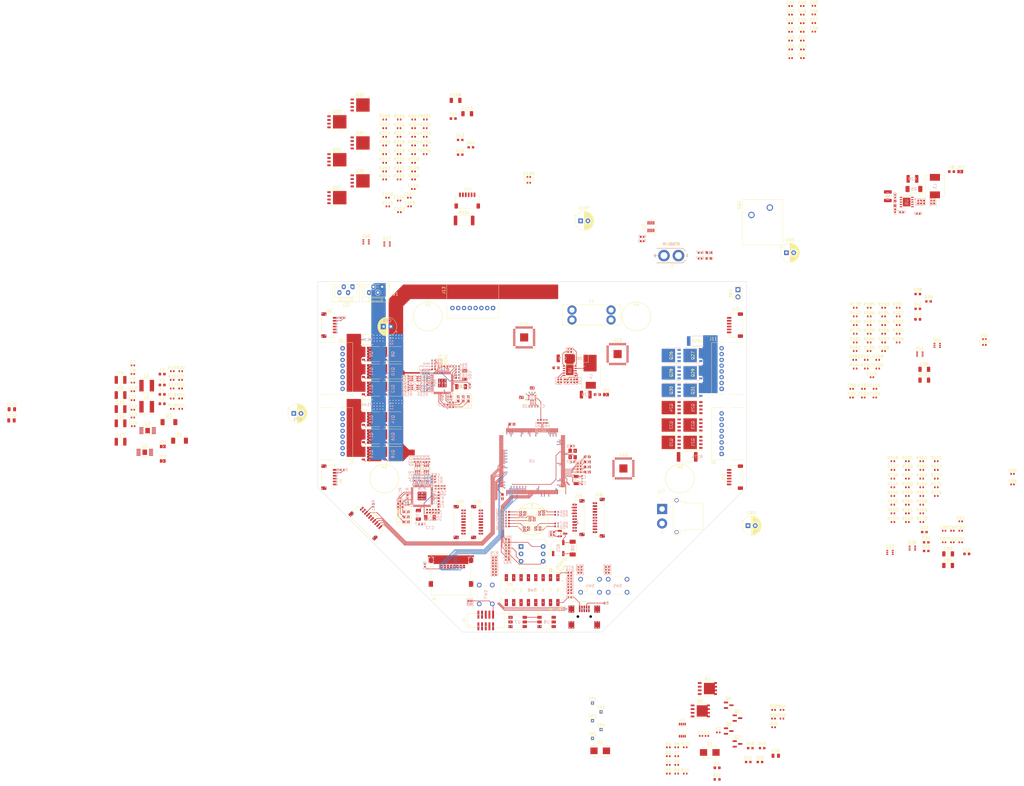
<source format=kicad_pcb>
(kicad_pcb (version 20221018) (generator pcbnew)
  (layers (0 "F.Cu" signal) (1 "In1.Cu" signal) (2 "In2.Cu" signal) (3 "In3.Cu" signal) (4 "In4.Cu" signal) (31 "B.Cu" signal) (34 "B.Paste" user) (35 "F.Paste" user) (36 "B.SilkS" user "B.Silkscreen") (37 "F.SilkS" user "F.Silkscreen") (38 "B.Mask" user) (39 "F.Mask" user) (44 "Edge.Cuts" user))
  (net 0 "")
  (net 1 "+3.3V")
  (net 2 "Net-(BZ1-+)")
  (net 3 "Net-(D2-A2)")
  (net 4 "GND")
  (net 5 "Net-(U2-~{PB})")
  (net 6 "Net-(U2-TMR)")
  (net 7 "Net-(C4-Pad1)")
  (net 8 "Net-(U3-VIN)")
  (net 9 "Net-(U4-VIN)")
  (net 10 "Net-(U3-COMP)")
  (net 11 "Net-(U4-COMP)")
  (net 12 "Net-(C9-Pad1)")
  (net 13 "Net-(C10-Pad1)")
  (net 14 "Net-(U3-SS{slash}TR)")
  (net 15 "Net-(U4-SS{slash}TR)")
  (net 16 "Net-(U3-BOOT)")
  (net 17 "Net-(D3-K)")
  (net 18 "Net-(U4-BOOT)")
  (net 19 "Net-(D4-K)")
  (net 20 "Net-(C15-Pad1)")
  (net 21 "Net-(C16-Pad1)")
  (net 22 "Net-(U5-VIN)")
  (net 23 "Net-(U6-VIN)")
  (net 24 "Net-(U5-COMP)")
  (net 25 "Net-(U6-COMP)")
  (net 26 "Net-(C22-Pad1)")
  (net 27 "Net-(C23-Pad1)")
  (net 28 "Net-(U5-SS{slash}TR)")
  (net 29 "Net-(U6-SS{slash}TR)")
  (net 30 "Net-(U5-BOOT)")
  (net 31 "Net-(D5-K)")
  (net 32 "Net-(U6-BOOT)")
  (net 33 "Net-(D6-K)")
  (net 34 "Net-(C28-Pad1)")
  (net 35 "Net-(C29-Pad1)")
  (net 36 "+5V")
  (net 37 "Net-(C31-Pad1)")
  (net 38 "Net-(C32-Pad1)")
  (net 39 "Net-(C33-Pad1)")
  (net 40 "Net-(U9A-PH1{slash}OSC_OUT)")
  (net 41 "/MCU/~{RST}")
  (net 42 "Net-(U9A-PH0{slash}OSC_IN)")
  (net 43 "Net-(U9C-PC14{slash}OSC32_IN)")
  (net 44 "Net-(U9C-PC15{slash}OSC32_OUT)")
  (net 45 "/Motors/MotorFL/V_{MOTOR}")
  (net 46 "Net-(U10A-VREG12)")
  (net 47 "Net-(U10C-VBOOTU)")
  (net 48 "/Motors/MotorFL/MOTOR_{U}")
  (net 49 "Net-(U10C-VBOOTV)")
  (net 50 "/Motors/MotorFL/MOTOR_{V}")
  (net 51 "Net-(U10C-VBOOTW)")
  (net 52 "/Motors/MotorFL/MOTOR_{W}")
  (net 53 "/Motors/MotorFL/I_{SENSE(FILTERED)}")
  (net 54 "Net-(U10E-OC_COMP)")
  (net 55 "/Motors/MotorBL/V_{MOTOR}")
  (net 56 "Net-(U11A-VREG12)")
  (net 57 "Net-(U11C-VBOOTU)")
  (net 58 "/Motors/MotorBL/MOTOR_{U}")
  (net 59 "Net-(U11C-VBOOTV)")
  (net 60 "/Motors/MotorBL/MOTOR_{V}")
  (net 61 "Net-(U11C-VBOOTW)")
  (net 62 "/Motors/MotorBL/MOTOR_{W}")
  (net 63 "/Motors/MotorBL/I_{SENSE(FILTERED)}")
  (net 64 "Net-(U12E-OC_COMP)")
  (net 65 "/Motors/MotorBR/V_{MOTOR}")
  (net 66 "Net-(U14A-VREG12)")
  (net 67 "Net-(U14C-VBOOTU)")
  (net 68 "/Motors/MotorBR/MOTOR_{U}")
  (net 69 "Net-(U14C-VBOOTV)")
  (net 70 "/Motors/MotorBR/MOTOR_{V}")
  (net 71 "Net-(U14C-VBOOTW)")
  (net 72 "/Motors/MotorBR/MOTOR_{W}")
  (net 73 "/Motors/MotorBR/I_{SENSE(FILTERED)}")
  (net 74 "Net-(U14E-OC_COMP)")
  (net 75 "/Motors/MotorFR/V_{MOTOR}")
  (net 76 "Net-(U13A-VREG12)")
  (net 77 "Net-(U13C-VBOOTU)")
  (net 78 "/Motors/MotorFR/MOTOR_{U}")
  (net 79 "Net-(U13C-VBOOTV)")
  (net 80 "/Motors/MotorFR/MOTOR_{V}")
  (net 81 "Net-(U13C-VBOOTW)")
  (net 82 "/Motors/MotorFR/MOTOR_{W}")
  (net 83 "/Motors/MotorFR/I_{SENSE(FILTERED)}")
  (net 84 "Net-(U13E-OC_COMP)")
  (net 85 "/Motors/MotorDRB/V_{MOTOR}")
  (net 86 "Net-(U12A-VREG12)")
  (net 87 "Net-(U12C-VBOOTU)")
  (net 88 "/Motors/MotorDRB/MOTOR_{U}")
  (net 89 "Net-(U12C-VBOOTV)")
  (net 90 "/Motors/MotorDRB/MOTOR_{V}")
  (net 91 "Net-(U12C-VBOOTW)")
  (net 92 "/Motors/MotorDRB/MOTOR_{W}")
  (net 93 "/Motors/MotorDRB/I_{SENSE(FILTERED)}")
  (net 94 "Net-(U11E-OC_COMP)")
  (net 95 "+V_{FAN}")
  (net 96 "+V_{BATT(FUSED)}")
  (net 97 "Net-(D7-A)")
  (net 98 "Net-(D9-A)")
  (net 99 "Net-(D10-A)")
  (net 100 "Net-(D11-A)")
  (net 101 "Net-(D12-A)")
  (net 102 "Net-(D13-A)")
  (net 103 "Net-(D14-A)")
  (net 104 "Net-(D15-A)")
  (net 105 "Net-(D16-A)")
  (net 106 "Net-(D17-A)")
  (net 107 "Net-(D18-A1)")
  (net 108 "/Indicators/ROBOTID_{DISP}.FL")
  (net 109 "Net-(D18-K2)")
  (net 110 "Net-(D19-A1)")
  (net 111 "/Indicators/ROBOTID_{DISP}.BL")
  (net 112 "Net-(D19-K2)")
  (net 113 "Net-(D20-A1)")
  (net 114 "/Indicators/ROBOTID_{DISP}.TeamBlue")
  (net 115 "Net-(D20-K2)")
  (net 116 "Net-(D21-A1)")
  (net 117 "/Indicators/ROBOTID_{DISP}.FR")
  (net 118 "Net-(D21-K2)")
  (net 119 "Net-(D22-A1)")
  (net 120 "/Indicators/ROBOTID_{DISP}.BR")
  (net 121 "Net-(D22-K2)")
  (net 122 "Net-(D23-A)")
  (net 123 "Net-(D24-A)")
  (net 124 "Net-(D25-A)")
  (net 125 "Net-(D27A-A)")
  (net 126 "Net-(D27B-A)")
  (net 127 "Net-(D27C-A)")
  (net 128 "Net-(D27C-K)")
  (net 129 "Net-(D27B-K)")
  (net 130 "Net-(D27A-K)")
  (net 131 "Net-(D29-A)")
  (net 132 "Net-(D30-A)")
  (net 133 "Net-(D35-A)")
  (net 134 "+V_{BATT(RAW)}")
  (net 135 "+V_{BATT(PROTECTED)}")
  (net 136 "Net-(JP1-A)")
  (net 137 "Net-(JP2-A)")
  (net 138 "Net-(JP3-A)")
  (net 139 "Net-(JP4-A)")
  (net 140 "/USB_VBUS")
  (net 141 "/USB_OTG.DM")
  (net 142 "/USB_OTG.DP")
  (net 143 "/USB_OTG.ID")
  (net 144 "/MCU/SWDIO")
  (net 145 "/MCU/SWCLK")
  (net 149 "/MCU/SDMMC.D2")
  (net 150 "/MCU/SDMMC.D3")
  (net 151 "/MCU/SDMMC.CMD")
  (net 152 "/MCU/SDMMC.CK")
  (net 153 "/MCU/SDMMC.D0")
  (net 154 "/MCU/SDMMC.D1")
  (net 155 "/Motors/MotorFL/HALL_{2}")
  (net 156 "/Motors/MotorFL/HALL_{1}")
  (net 157 "/Motors/MotorFL/HALL_{3}")
  (net 158 "/Motors/MotorFL/ENCODER_{~{DET}}")
  (net 159 "/Motors/MotorFL/ENCODER_{A}")
  (net 160 "/Motors/MotorFL/ENCODER_{B}")
  (net 161 "/Motors/MotorFL/ENCODER_{Z}")
  (net 162 "/Motors/MotorBL/HALL_{2}")
  (net 163 "/Motors/MotorBL/HALL_{1}")
  (net 164 "/Motors/MotorBL/HALL_{3}")
  (net 165 "/Motors/MotorBL/ENCODER_{~{DET}}")
  (net 166 "/Motors/MotorBL/ENCODER_{A}")
  (net 167 "/Motors/MotorBL/ENCODER_{B}")
  (net 168 "/Motors/MotorBL/ENCODER_{Z}")
  (net 169 "/Motors/MotorBR/HALL_{2}")
  (net 170 "/Motors/MotorBR/HALL_{1}")
  (net 171 "/Motors/MotorBR/HALL_{3}")
  (net 172 "/Motors/MotorBR/ENCODER_{~{DET}}")
  (net 173 "/Motors/MotorBR/ENCODER_{A}")
  (net 174 "/Motors/MotorBR/ENCODER_{B}")
  (net 175 "/Motors/MotorBR/ENCODER_{Z}")
  (net 176 "/Motors/MotorFR/HALL_{2}")
  (net 177 "/Motors/MotorFR/HALL_{1}")
  (net 178 "/Motors/MotorFR/HALL_{3}")
  (net 179 "/Motors/MotorFR/ENCODER_{~{DET}}")
  (net 180 "/Motors/MotorFR/ENCODER_{A}")
  (net 181 "/Motors/MotorFR/ENCODER_{B}")
  (net 182 "/Motors/MotorFR/ENCODER_{Z}")
  (net 183 "/Motors/MotorDRB/HALL_{2}")
  (net 184 "/Motors/MotorDRB/HALL_{1}")
  (net 185 "/Motors/MotorDRB/HALL_{3}")
  (net 186 "/Motors/MotorDRB/ENCODER_{~{DET}}")
  (net 187 "/Motors/MotorDRB/ENCODER_{A}")
  (net 188 "/Motors/MotorDRB/ENCODER_{B}")
  (net 189 "/Motors/MotorDRB/ENCODER_{Z}")
  (net 190 "/RADIO.~{DET}")
  (net 191 "/RADIO.RTS")
  (net 192 "/RADIO.CTS")
  (net 193 "/RADIO.RX")
  (net 194 "/RADIO.TX")
  (net 195 "/RADIO.BOOT0")
  (net 196 "/RADIO.~{RST}")
  (net 197 "/IMU.~{DET}")
  (net 198 "/IMU.INT2")
  (net 199 "/IMU.INT1")
  (net 200 "/IMU.SCK")
  (net 201 "/IMU.MISO")
  (net 202 "/IMU.MOSI")
  (net 203 "/IMU.~{SS}3")
  (net 204 "/IMU.~{SS}2")
  (net 205 "/IMU.~{SS}1")
  (net 206 "/KICKER.~{DET}")
  (net 207 "/KICKER.PWRON")
  (net 210 "/KICKER.TX")
  (net 211 "/KICKER.RX")
  (net 212 "/KICKER.BOOT0")
  (net 213 "/KICKER.~{RST}")
  (net 214 "/EXTLOGIC.~{DET}")
  (net 215 "/EXTLOGIC.NSS")
  (net 216 "/EXTLOGIC.CK")
  (net 217 "/EXTLOGIC.RX")
  (net 218 "/EXTLOGIC.TX")
  (net 219 "+12V")
  (net 220 "/FLOW.~{DET}")
  (net 221 "/FLOW.~{RST}")
  (net 222 "/FLOW.BOOT0")
  (net 223 "/FLOW.RX")
  (net 224 "/FLOW.TX")
  (net 226 "/AIRDRIBBLER.PWM1")
  (net 228 "/AIRDRIBBLER.PWM2")
  (net 229 "Net-(Q1-S-Pad1)")
  (net 230 "Net-(Q1-G)")
  (net 231 "Net-(Q2-G)")
  (net 232 "Net-(Q3-G)")
  (net 233 "/Power/Power Supply (Logic)/PGOOD_{+3.3V}")
  (net 234 "/Indicators/PGOOD_{+12V}")
  (net 235 "/Indicators/PGOOD_{+5V}")
  (net 236 "/Indicators/PGOOD_{FAN}")
  (net 237 "Net-(Q8-G)")
  (net 238 "/Motors/MotorFL/I_{SENSE(RAW)}")
  (net 239 "Net-(Q9-G)")
  (net 240 "Net-(Q10-G)")
  (net 241 "Net-(Q11-G)")
  (net 242 "Net-(Q12-G)")
  (net 243 "Net-(Q13-G)")
  (net 244 "Net-(Q14-G)")
  (net 245 "/Motors/MotorBL/I_{SENSE(RAW)}")
  (net 246 "Net-(Q15-G)")
  (net 247 "Net-(Q16-G)")
  (net 248 "Net-(Q17-G)")
  (net 249 "Net-(Q18-G)")
  (net 250 "Net-(Q19-G)")
  (net 251 "Net-(Q20-G)")
  (net 252 "/Motors/MotorBR/I_{SENSE(RAW)}")
  (net 253 "Net-(Q21-G)")
  (net 254 "Net-(Q22-G)")
  (net 255 "Net-(Q23-G)")
  (net 256 "Net-(Q24-G)")
  (net 257 "Net-(Q25-G)")
  (net 258 "Net-(Q26-G)")
  (net 259 "/Motors/MotorFR/I_{SENSE(RAW)}")
  (net 260 "Net-(Q27-G)")
  (net 261 "Net-(Q28-G)")
  (net 262 "Net-(Q29-G)")
  (net 263 "Net-(Q30-G)")
  (net 264 "Net-(Q31-G)")
  (net 265 "Net-(Q32-G)")
  (net 266 "/Motors/MotorDRB/I_{SENSE(RAW)}")
  (net 267 "Net-(Q33-G)")
  (net 268 "Net-(Q34-G)")
  (net 269 "Net-(Q35-G)")
  (net 270 "Net-(Q36-G)")
  (net 271 "Net-(Q37-G)")
  (net 272 "Net-(R3-Pad2)")
  (net 273 "Net-(U1-UV)")
  (net 274 "Net-(U1-OV)")
  (net 275 "Net-(R7-Pad2)")
  (net 276 "Net-(U1-GATE)")
  (net 277 "/Load Switch/PGOOD_{VBATT}")
  (net 278 "/Load Switch/~{INT}_{PWRBTN}")
  (net 279 "/Load Switch/~{KILL}_{PWR}")
  (net 280 "Net-(U3-RT{slash}CLK)")
  (net 281 "Net-(U4-RT{slash}CLK)")
  (net 282 "Net-(U3-VSENSE)")
  (net 283 "Net-(U4-VSENSE)")
  (net 284 "Net-(U5-RT{slash}CLK)")
  (net 285 "Net-(U6-RT{slash}CLK)")
  (net 286 "Net-(U5-FB)")
  (net 287 "Net-(U6-FB)")
  (net 288 "/Indicators/BUZZER")
  (net 289 "/Indicators/DOTSTAR.CLK")
  (net 290 "/Indicators/LED.0")
  (net 291 "/Indicators/LED.1")
  (net 292 "/Indicators/LED.2")
  (net 293 "/Indicators/LED.3")
  (net 294 "/Indicators/ShutdownInitiated")
  (net 295 "Net-(SW3-8)")
  (net 296 "Net-(SW3-4)")
  (net 297 "Net-(SW3-2)")
  (net 298 "Net-(R62-Pad2)")
  (net 299 "Net-(R63-Pad1)")
  (net 300 "/MCU/~{BTN}0")
  (net 301 "/MCU/ID_{SW}.IDX3")
  (net 302 "/MCU/ID_{SW}.IDX2")
  (net 303 "/MCU/ID_{SW}.IDX1")
  (net 304 "/MCU/ID_{SW}.IDX0")
  (net 305 "Net-(R69-Pad1)")
  (net 306 "/MCU/~{BTN}1")
  (net 307 "Net-(R70-Pad1)")
  (net 308 "/MCU/BOOT0")
  (net 309 "Net-(R72-Pad2)")
  (net 310 "Net-(R73-Pad2)")
  (net 311 "Net-(R74-Pad2)")
  (net 312 "Net-(R75-Pad2)")
  (net 313 "Net-(R76-Pad2)")
  (net 314 "Net-(R77-Pad2)")
  (net 315 "Net-(R78-Pad2)")
  (net 316 "/MCU/DIP.1")
  (net 317 "/MCU/DIP.2")
  (net 318 "/MCU/DIP.3")
  (net 319 "/MCU/DIP.4")
  (net 320 "/MCU/DIP.5")
  (net 321 "/MCU/DIP.6")
  (net 322 "/MCU/IsBlueTeam")
  (net 323 "/MCU/MOTOR_{FL}.~{RST}")
  (net 324 "/MCU/MOTOR_{FL}.BOOT0")
  (net 325 "/Motors/MotorFL/LED_{WARN}")
  (net 326 "/Motors/MotorFL/LED_{FW_READY}")
  (net 327 "/Motors/MotorFL/LED_{ERROR}")
  (net 328 "Net-(U10D-OP1P)")
  (net 329 "Net-(U10D-OP1N)")
  (net 330 "/Motors/MotorFL/I_{SENSE(AMPLIFIED)}")
  (net 331 "/MCU/MOTOR_{BL}.~{RST}")
  (net 332 "/MCU/MOTOR_{BL}.BOOT0")
  (net 333 "/Motors/MotorBL/LED_{WARN}")
  (net 334 "/Motors/MotorBL/LED_{FW_READY}")
  (net 335 "/Motors/MotorBL/LED_{ERROR}")
  (net 336 "Net-(U11D-OP1P)")
  (net 337 "Net-(U11D-OP1N)")
  (net 338 "/Motors/MotorBL/I_{SENSE(AMPLIFIED)}")
  (net 339 "/MCU/MOTOR_{BR}.~{RST}")
  (net 340 "/MCU/MOTOR_{BR}.BOOT0")
  (net 341 "/Motors/MotorBR/LED_{WARN}")
  (net 342 "/Motors/MotorBR/LED_{FW_READY}")
  (net 343 "/Motors/MotorBR/LED_{ERROR}")
  (net 344 "Net-(U13D-OP1P)")
  (net 345 "Net-(U13D-OP1N)")
  (net 346 "/Motors/MotorBR/I_{SENSE(AMPLIFIED)}")
  (net 347 "/MCU/MOTOR_{FR}.~{RST}")
  (net 348 "/MCU/MOTOR_{FR}.BOOT0")
  (net 349 "/Motors/MotorFR/LED_{WARN}")
  (net 350 "/Motors/MotorFR/LED_{FW_READY}")
  (net 351 "/Motors/MotorFR/LED_{ERROR}")
  (net 352 "Net-(U12D-OP1P)")
  (net 353 "Net-(U12D-OP1N)")
  (net 354 "/Motors/MotorFR/I_{SENSE(AMPLIFIED)}")
  (net 355 "/MCU/MOTOR_{DRB}.~{RST}")
  (net 356 "/MCU/MOTOR_{DRB}.BOOT0")
  (net 357 "/Motors/MotorDRB/LED_{WARN}")
  (net 358 "/Motors/MotorDRB/LED_{FW_READY}")
  (net 359 "/Motors/MotorDRB/LED_{ERROR}")
  (net 360 "Net-(U14D-OP1P)")
  (net 361 "Net-(U14D-OP1N)")
  (net 362 "/Motors/MotorDRB/I_{SENSE(AMPLIFIED)}")
  (net 367 "Net-(U1-~{SHDN})")
  (net 368 "/Indicators/DOTSTAR.DAT")
  (net 369 "Net-(U7-CKO)")
  (net 370 "Net-(U7-SDO)")
  (net 374 "/MCU/MOTOR_{BL}.RX")
  (net 375 "/MCU/MOTOR_{BL}.TX")
  (net 379 "/MCU/MOTOR_{FL}.TX")
  (net 380 "/MCU/MOTOR_{FL}.RX")
  (net 383 "Net-(U15-INT1)")
  (net 389 "/MCU/MOTOR_{DRB}.RX")
  (net 390 "/MCU/MOTOR_{DRB}.TX")
  (net 391 "/MCU/MOTOR_{FR}.TX")
  (net 392 "/MCU/MOTOR_{FR}.RX")
  (net 399 "/MCU/MOTOR_{BR}.RX")
  (net 400 "/MCU/MOTOR_{BR}.TX")
  (net 451 "Net-(D26A-A)")
  (net 452 "Net-(D26B-A)")
  (net 453 "Net-(D26C-A)")
  (net 454 "Net-(D26C-K)")
  (net 455 "Net-(D26B-K)")
  (net 456 "Net-(D26A-K)")
  (net 457 "Net-(D28-A)")
  (net 458 "Net-(D31A-A)")
  (net 459 "Net-(D31B-A)")
  (net 460 "Net-(D31C-A)")
  (net 461 "Net-(D31C-K)")
  (net 462 "Net-(D31B-K)")
  (net 463 "Net-(D31A-K)")
  (net 464 "Net-(D32A-A)")
  (net 465 "Net-(D32B-A)")
  (net 466 "Net-(D32C-A)")
  (net 467 "Net-(D32C-K)")
  (net 468 "Net-(D32B-K)")
  (net 469 "Net-(D32A-K)")
  (net 470 "Net-(D33-A)")
  (net 471 "Net-(D34-A)")
  (net 472 "Net-(D39-A)")
  (net 473 "Net-(D40-A)")
  (net 474 "Net-(D45-A)")
  (net 475 "Net-(D44-A)")
  (net 476 "Net-(D36A-A)")
  (net 477 "Net-(D36B-A)")
  (net 478 "Net-(D36C-A)")
  (net 479 "Net-(D36C-K)")
  (net 480 "Net-(D36B-K)")
  (net 481 "Net-(D36A-K)")
  (net 482 "Net-(D37A-A)")
  (net 483 "Net-(D37B-A)")
  (net 484 "Net-(D37C-A)")
  (net 485 "Net-(D37C-K)")
  (net 486 "Net-(D37B-K)")
  (net 487 "Net-(D37A-K)")
  (net 488 "Net-(D38-A)")
  (net 489 "Net-(D41A-A)")
  (net 490 "Net-(D41B-A)")
  (net 491 "Net-(D41C-A)")
  (net 492 "Net-(D41C-K)")
  (net 493 "Net-(D41B-K)")
  (net 494 "Net-(D41A-K)")
  (net 495 "Net-(D42A-A)")
  (net 496 "Net-(D42B-A)")
  (net 497 "Net-(D42C-A)")
  (net 498 "Net-(D42C-K)")
  (net 499 "Net-(D42B-K)")
  (net 500 "Net-(D42A-K)")
  (net 501 "Net-(D43-A)")
  (net 502 "Net-(D46A-A)")
  (net 503 "Net-(D46B-A)")
  (net 504 "Net-(D46C-A)")
  (net 505 "Net-(D46C-K)")
  (net 506 "Net-(D46B-K)")
  (net 507 "Net-(D46A-K)")
  (net 508 "Net-(D47A-A)")
  (net 509 "Net-(D47B-A)")
  (net 510 "Net-(D47C-A)")
  (net 511 "Net-(D47C-K)")
  (net 512 "Net-(D47B-K)")
  (net 513 "Net-(D47A-K)")
  (net 514 "Net-(U15-INT2)")
  (net 515 "/IMU.~{SS}0")
  (footprint "Capacitor_SMD:C_0402_1005Metric" (layer "F.Cu") (at 198.23 -18.25)
    (fp_text reference "C52")
    (fp_text value "1uF 10V")
  )
  (footprint "AT-LED:LED0603" (layer "F.Cu") (at 80.185 16.05)
    (fp_text reference "D43")
    (fp_text value "XL-1608UOC-06")
  )
  (footprint "Capacitor_SMD:C_0402_1005Metric" (layer "F.Cu") (at 68.75 102 90)
    (fp_text reference "C66")
    (fp_text value "0.1uF 63V")
  )
  (footprint "AT-Discrete:PowerFLAT_5x6" (layer "F.Cu") (at 160.5 114.5 180)
    (fp_text reference "Q23")
    (fp_text value "STL90N10F7")
  )
  (footprint "Capacitor_SMD:C_0402_1005Metric" (layer "F.Cu") (at -32.665 114.91)
    (fp_text reference "C14")
    (fp_text value "0.1uF 63V")
  )
  (footprint "AT-LED:LED0603" (layer "F.Cu") (at 238.09 69.27)
    (fp_text reference "D38")
    (fp_text value "XL-1608UOC-06")
  )
  (footprint "Resistor_SMD:R_0402_1005Metric" (layer "F.Cu") (at 67.25 99.5)
    (fp_text reference "R107")
    (fp_text value "62")
  )
  (footprint "Capacitor_SMD:C_0402_1005Metric" (layer "F.Cu") (at 194.19 -21.28)
    (fp_text reference "C44")
    (fp_text value "0.1uF 63V")
  )
  (footprint "Resistor_SMD:R_0402_1005Metric" (layer "F.Cu") (at 216.47 88.95)
    (fp_text reference "R182")
    (fp_text value "4.7k")
  )
  (footprint "Capacitor_SMD:C_0402_1005Metric" (layer "F.Cu") (at 120.5 99.25 -90)
    (fp_text reference "C21")
    (fp_text value "6.8pF")
  )
  (footprint "Resistor_SMD:R_0402_1005Metric" (layer "F.Cu") (at 152.01 234.865)
    (fp_text reference "R5")
    (fp_text value "69.8k")
  )
  (footprint "Capacitor_SMD:C_0402_1005Metric" (layer "F.Cu") (at -32.765 96.88)
    (fp_text reference "C8")
    (fp_text value "24pF")
  )
  (footprint "Resistor_SMD:R_0402_1005Metric" (layer "F.Cu") (at 96.5 161)
    (fp_text reference "R62")
    (fp_text value "4.7k")
  )
  (footprint "Capacitor_SMD:C_0402_1005Metric" (layer "F.Cu") (at 194.19 -27.22)
    (fp_text reference "C42")
    (fp_text value "0.1uF 63V")
  )
  (footprint "Resistor_SMD:R_0402_1005Metric" (layer "F.Cu") (at 96.5 155)
    (fp_text reference "R59")
    (fp_text value "4.7k")
  )
  (footprint "AT-Connectors:JST_PA_S08B-PASK-2_1x08_P2.00mm_Horizontal" (layer "F.Cu") (at 172.5 117.5 -90)
    (fp_text reference "J9")
    (fp_text value "S08B-PASK-2")
  )
  (footprint "Capacitor_SMD:C_0402_1005Metric" (layer "F.Cu") (at 72.75 142.25 -90)
    (fp_text reference "C81")
    (fp_text value "1uF 10V")
  )
  (footprint "Resistor_SMD:R_0402_1005Metric" (layer "F.Cu") (at 216.49 76.99)
    (fp_text reference "R177")
    (fp_text value "4.7k")
  )
  (footprint "Resistor_SMD:R_0402_1005Metric" (layer "F.Cu") (at 109 113.25 -90)
    (fp_text reference "R239")
    (fp_text value "100")
  )
  (footprint "Resistor_SMD:R_0402_1005Metric" (layer "F.Cu") (at 59.075 14.98)
    (fp_text reference "R217")
    (fp_text value "649k")
  )
  (footprint "AT-Discrete:PowerFLAT_5x6" (layer "F.Cu") (at 153 114.5 180)
    (fp_text reference "Q22")
    (fp_text value "STL90N10F7")
  )
  (footprint "Resistor_SMD:R_0402_1005Metric" (layer "F.Cu") (at 244.47 136)
    (fp_text reference "R175")
    (fp_text value "2.37k")
  )
  (footprint "AT-Discrete:PowerFLAT_5x6" (layer "F.Cu") (at 49.5 102)
    (fp_text reference "Q13")
    (fp_text value "STL90N10F7")
  )
  (footprint "Resistor_SMD:R_0402_1005Metric" (layer "F.Cu") (at 118 168.5 180)
    (fp_text reference "R76")
    (fp_text value "4.7k")
  )
  (footprint "Capacitor_SMD:C_0402_1005Metric" (layer "F.Cu") (at 194.19 -24.25)
    (fp_text reference "C43")
    (fp_text value "0.1uF 63V")
  )
  (footprint "AT-BoardFeatures:SolderJumper-2_2.0x1.2mm_Closed" (layer "F.Cu") (at 252.75 27)
    (fp_text reference "JP3")
    (fp_text value "SB_{+12V}")
  )
  (footprint "Resistor_SMD:R_0402_1005Metric" (layer "F.Cu") (at 119.5 99.25 -90)
    (fp_text reference "R26")
    (fp_text value "56.2k")
  )
  (footprint "Resistor_SMD:R_0402_1005Metric" (layer "F.Cu") (at 92 162.25 180)
    (fp_text reference "R81")
    (fp_text value "100")
  )
  (footprint "Resistor_SMD:R_0402_1005Metric" (layer "F.Cu") (at 61.75 98.5 180)
    (fp_text reference "R113")
    (fp_text value "10")
  )
  (footprint "Fuse:Fuse_0603_1608Metric" (layer "F.Cu") (at 77.765 8.68)
    (fp_text reference "F14")
    (fp_text value "0467003.NRHF\n")
  )
  (footprint "Resistor_SMD:R_0402_1005Metric" (layer "F.Cu") (at 221.31 79.98)
    (fp_text reference "R187")
    (fp_text value "649k")
  )
  (footprint "Package_TO_SOT_SMD:SOT-23" (layer "F.Cu") (at 172.83 220.165)
    (fp_text reference "Q6")
    (fp_text value "BSS138K")
  )
  (footprint "AT-LED:LED0603" (layer "F.Cu") (at 83 105.5 -90)
    (fp_text reference "D25")
    (fp_text value "XL-1608SURC-06")
  )
  (footprint "AT-Buzzer:MLT-5020" (layer "F.Cu") (at 114 157 90)
    (fp_text reference "BZ1")
    (fp_text value "MLT-5020")
  )
  (footprint "Resistor_SMD:R_0402_1005Metric" (layer "F.Cu") (at 238.26 41.5 180)
    (fp_text reference "R29")
    (fp_text value "4.7k")
  )
  (footprint "Capacitor_SMD:C_0402_1005Metric" (layer "F.Cu") (at 165.31 221.865)
    (fp_text reference "C3")
    (fp_text value "0.1uF 63V")
  )
  (footprint "Capacitor_SMD:C_0402_1005Metric" (layer "F.Cu") (at 65 133.75)
    (fp_text reference "C78")
    (fp_text value "0.1uF 63V")
  )
  (footprint "AT-Switches:TS02-66-73-BK-160-SCR-D" (layer "F.Cu") (at 89 173 -90)
    (fp_text reference "SW7")
    (fp_text value "TS02-66-73-BK-160-SCR-D")
  )
  (footprint "Resistor_SMD:R_0402_1005Metric" (layer "F.Cu") (at 77.25 108.25)
    (fp_text reference "R95")
    (fp_text value "10k")
  )
  (footprint "Package_TO_SOT_SMD:SOT-363_SC-70-6" (layer "F.Cu") (at 54.95 52)
    (fp_text reference "D47")
    (fp_text value "BAS16VY")
  )
  (footprint "Resistor_SMD:R_0402_1005Metric" (layer "F.Cu") (at 67.25 100.5)
    (fp_text reference "R108")
    (fp_text value "62")
  )
  (footprint "Resistor_SMD:R_0402_1005Metric" (layer "F.Cu") (at 154.92 228.865)
    (fp_text reference "R7")
    (fp_text value "1k")
  )
  (footprint "Capacitor_SMD:C_0402_1005Metric" (layer "F.Cu") (at 131 165.5 180)
    (fp_text reference "C32")
    (fp_text value "0.1uF 63V")
  )
  (footprint "Package_TO_SOT_SMD:SOT-363_SC-70-6" (layer "F.Cu") (at 47.7 51.25)
    (fp_text reference "D46")
    (fp_text value "BAS16VY")
  )
  (footprint "Capacitor_SMD:C_0402_1005Metric" (layer "F.Cu") (at 250.037677 155)
    (fp_text reference "C91")
    (fp_text value "0.1uF 63V")
  )
  (footprint "Resistor_SMD:R_0402_1005Metric" (layer "F.Cu") (at 96.5 144.5 180)
    (fp_text reference "R50")
    (fp_text value "10k")
  )
  (footprint "Capacitor_SMD:C_0402_1005Metric" (layer "F.Cu") (at 67 133.75)
    (fp_text reference "C79")
    (fp_text value "0.1uF 63V")
  )
  (footprint "Resistor_SMD:R_0402_1005Metric" (layer "F.Cu") (at 92 165.25 180)
    (fp_text reference "R84")
    (fp_text value "100")
  )
  (footprint "Resistor_SMD:R_0402_1005Metric" (layer "F.Cu") (at 67.25 102.5)
    (fp_text reference "R104")
    (fp_text value "62")
  )
  (footprint "Resistor_SMD:R_0402_1005Metric" (layer "F.Cu") (at 226.31 74)
    (fp_text reference "R193")
    (fp_text value "62")
  )
  (footprint "Capacitor_SMD:C_0402_1005Metric" (layer "F.Cu") (at 59.22 41)
    (fp_text reference "C115")
    (fp_text value "0.1uF 63V")
  )
  (footprint "Resistor_SMD:R_0402_1005Metric" (layer "F.Cu") (at 64.1 20.96)
    (fp_text reference "R227")
    (fp_text value "62")
  )
  (footprint "Crystal:Crystal_SMD_3215-2Pin_3.2x1.5mm" (layer "F.Cu") (at 120.25 133.5 -90)
    (fp_text reference "Y2")
    (fp_text value "QT3CD-32.768KEZC-T")
  )
  (footprint "Resistor_SMD:R_0402_1005Metric" (layer "F.Cu") (at 113.5 145.5 180)
    (fp_text reference "R54")
    (fp_text value "10k")
  )
  (footprint "Resistor_SMD:R_0402_1005Metric" (layer "F.Cu") (at 244.47 133)
    (fp_text reference "R173")
    (fp_text value "10")
  )
  (footprint "Resistor_SMD:R_0402_1005Metric" (layer "F.Cu") (at 39.5 77.5 180)
    (fp_text reference "R88")
    (fp_text value "4.7k")
  )
  (footprint "AT-Discrete:PowerFLAT_5x6" (layer "F.Cu") (at 49.5 96)
    (fp_text reference "Q11")
    (fp_text value "STL90N10F7")
  )
  (footprint "Package_SO:HVSSOP-10-1EP_3x3mm_P0.5mm_EP1.57x1.88mm" (layer "F.Cu") (at -27.685 116.44)
    (fp_text reference "U3")
    (fp_text value "TPS54260DGQ")
  )
  (footprint "Diode_SMD:D_SOD-128" (layer "F.Cu") (at -16.665 119.91)
    (fp_text reference "D4")
    (fp_text value "RBR5LAM60ATR")
  )
  (footprint "AT-BoardFeatures:SolderJumper-2_2.0x1.2mm_Closed" (layer "F.Cu") (at 130.5 104)
    (fp_text reference "JP4")
    (fp_text value "SB_{FAN}")
  )
  (footprint "Capacitor_SMD:C_0402_1005Metric" (layer "F.Cu") (at 68.75 98 90)
    (fp_text reference "C68")
    (fp_text value "0.1uF 63V")
  )
  (footprint "AT-Discrete:PowerFLAT_5x6" (layer "F.Cu") (at 49.5 118.5)
    (fp_text reference "Q17")
    (fp_text value "STL90N10F7")
  )
  (footprint "Resistor_SMD:R_0402_1005Metric" (layer "F.Cu") (at 163 57 180)
    (fp_text reference "R37")
    (fp_text value "23.7k")
  )
  (footprint "Capacitor_SMD:C_0402_1005Metric" (layer "F.Cu") (at 219.28 105)
    (fp_text reference "C103")
    (fp_text value "0.1uF 63V")
  )
  (footprint "Resistor_SMD:R_0402_1005Metric" (layer "F.Cu") (at 71 94.25)
    (fp_text reference "R97")
    (fp_text value "649k")
  )
  (footprint "Resistor_SMD:R_0402_1005Metric" (layer "F.Cu") (at 112 151.5)
    (fp_text reference "R36")
    (fp_text value "10")
  )
  (footprint "Resistor_SMD:R_0402_1005Metric" (layer "F.Cu") (at 216.49 85.99)
    (fp_text reference "R181")
    (fp_text value "10k")
  )
  (footprint "AT-LED:LED0606_Z_1324" (layer "F.Cu") (at 105 147 -90)
    (fp_text reference "D20")
    (fp_text value "MHT194YBCT")
  )
  (footprint "Capacitor_SMD:C_0402_1005Metric" (layer "F.Cu") (at 223.28 105)
    (fp_text reference "C106")
    (fp_text value "1uF 10V")
  )
  (footprint "Capacitor_SMD:C_0402_1005Metric" (layer "F.Cu") (at 106.5 108 180)
    (fp_text reference "C119")
    (fp_text value "0.1uF 63V")
  )
  (footprint "AT-Inductors:0630CDMCCDS" (layer "F.Cu") (at 125.25 97.75 -90)
    (fp_text reference "L4")
    (fp_text value "0630CDMCCDS-4R7MC")
  )
  (footprint "Capacitor_SMD:C_0402_1005Metric" (layer "F.Cu") (at 59.09 37)
    (fp_text reference "C114")
    (fp_text value "0.1uF 63V")
  )
  (footprint "Resistor_SMD:R_0402_1005Metric" (layer "F.Cu") (at 68.1 17.97)
    (fp_text reference "R235")
    (fp_text value "2.37k")
  )
  (footprint "Package_TO_SOT_SMD:SOT-23" (layer "F.Cu") (at 175.85 224.615)
    (fp_text reference "Q7")
    (fp_text value "BSS138K")
  )
  (footprint "TestPoint:TestPoint_THTPad_1.0x1.0mm_Drill0.5mm" (layer "F.Cu") (at 125.85 216.6)
    (fp_text reference "TP3")
    (fp_text value "+5V")
  )
  (footprint "Capacitor_SMD:C_0402_1005Metric" (layer "F.Cu") (at 240.25 37.5 -90)
    (fp_text reference "C22")
    (fp_text value "560pF")
  )
  (footprint "Fuse:Fuse_0603_1608Metric" (layer "F.Cu") (at -22.675 103.91)
    (fp_text reference "F4")
    (fp_text value "0467002.NRHF")
  )
  (footprint "Resistor_SMD:R_0402_1005Metric" (layer "F.Cu") (at 92 160.25 180)
    (fp_text reference "R79")
    (fp_text value "100")
  )
  (footprint "Resistor_SMD:R_0402_1005Metric" (layer "F.Cu") (at 118 171.5 180)
    (fp_text reference "R73")
    (fp_text value "4.7k")
  )
  (footprint "Resistor_SMD:R_0402_1005Metric" (layer "F.Cu") (at 96.5 146.5 180)
    (fp_text reference "R53")
    (fp_text value "10k")
  )
  (footprint "Resistor_SMD:R_0402_1005Metric" (layer "F.Cu") (at 64.1 11.99)
    (fp_text reference "R224")
    (fp_text value "62")
  )
  (footprint "Resistor_SMD:R_0402_1005Metric" (layer "F.Cu") (at 54.12 14.98)
    (fp_text reference "R210")
    (fp_text value "4.7k")
  )
  (footprint "AT-LED:LED0603" (layer "F.Cu") (at 241 155)
    (fp_text reference "D34")
    (fp_text value "XL-1608UGC-04")
  )
  (footprint "Resistor_SMD:R_0402_1005Metric" (layer "F.Cu") (at 118 172.5 180)
    (fp_text reference "R72")
    (fp_text value "4.7k")
  )
  (footprint "Package_TO_SOT_SMD:SOT-363_SC-70-6" (layer "F.Cu") (at 68.5 129.5 -90)
    (fp_text reference "D32")
    (fp_text value "BAS16VY")
  )
  (footprint "AT-Capacitors:CP_Radial_D6.3mm_H11.0mm_P2.50mm" (layer "F.Cu") (at 123 44)
    (fp_text reference "C107")
    (fp_text value "63ZLH47MEFC6.3X11")
  )
  (footprint "Resistor_SMD:R_0402_1005Metric" (layer "F.Cu") (at 229.51 148)
    (fp_text reference "R154")
    (fp_text value "4.7k")
  )
  (footprint "Resistor_SMD:R_0402_1005Metric" (layer "F.Cu") (at 221.31 76.99)
    (fp_text reference "R186")
    (fp_text value "2.37k")
  )
  (footprint "Fuse:Fuse_0603_1608Metric" (layer "F.Cu") (at 127.5 104)
    (fp_text reference "F9")
    (fp_text value "0467004.NRHF\n")
  )
  (footprint "Capacitor_SMD:C_1210_3225Metric" (layer "F.Cu") (at 123.5 104 180)
    (fp_text reference "C29")
    (fp_text value "47uF 25V")
  )
  (footprint "Resistor_SMD:R_0402_1005Metric" (layer "F.Cu") (at 216.47 95)
    (fp_text reference "R184")
    (fp_text value "4.7k")
  )
  (footprint "Resistor_SMD:R_0402_1005Metric" (layer "F.Cu") (at 226.31 79.98)
    (fp_text reference "R195")
    (fp_text value "10")
  )
  (footprint "Capacitor_SMD:C_1206_3216Metric" (layer "F.Cu") (at 82.61 7)
    (fp_text reference "C113")
    (fp_text value "1uF 63V")
  )
  (footprint "Resistor_SMD:R_0402_1005Metric" (layer "F.Cu") (at 54.12 20.96)
    (fp_text reference "R211")
    (fp_text value "10k")
  )
  (footprint "AT-Connectors:3221-10-0300-00" (layer "F.Cu") (at 89 182 90)
    (fp_text reference "J3")
    (fp_text value "ARM_SWD")
  )
  (footprint "AT-Discrete:PowerFLAT_5x6" (layer "F.Cu") (at 37.635 36)
    (fp_text reference "Q37")
    (fp_text value "STL90N10F7")
  )
  (footprint "Resistor_SMD:R_0402_1005Metric" (layer "F.Cu") (at 220.29 92)
    (fp_text reference "R191")
    (fp_text value "22")
  )
  (footprint "Capacitor_SMD:C_0805_2012Metric" (layer "F.Cu") (at -74.665 112.91)
    (fp_text reference "C122")
    (fp_text value "4.7uF 25V")
  )
  (footprint "Capacitor_SMD:C_0402_1005Metric" (layer "F.Cu") (at 118.5 99.25 90)
    (fp_text reference "C23")
    (fp_text value "560pF")
  )
  (footprint "Capacitor_SMD:C_0402_1005Metric" (layer "F.Cu") (at 62.74 39)
    (fp_text reference "C118")
    (fp_text value "1uF 10V")
  )
  (footprint "Resistor_SMD:R_0402_1005Metric" (layer "F.Cu") (at 239.47 133)
    (fp_text reference "R165")
    (fp_text value "10")
  )
  (footprint "Resistor_SMD:R_0402_1005Metric" (layer "F.Cu") (at -16.245 95.91)
    (fp_text reference "R20")
    (fp_text value "4.7k")
  )
  (footprint "Capacitor_SMD:C_0402_1005Metric" (layer "F.Cu") (at 194.19 -18.25)
    (fp_text reference "C45")
    (fp_text value "0.1uF 63V")
  )
  (footprint "AT-Connectors:XT60-M_TH_WireMount" (layer "F.Cu") (at 153 56 180)
    (fp_text reference "J1")
    (fp_text value "EC3-M")
  )
  (footprint "Resistor_SMD:R_0402_1005Metric" (layer "F.Cu") (at 66.5 148.75)
    (fp_text reference "R117")
    (fp_text value "4.7k")
  )
  (footprint "Capacitor_SMD:C_0402_1005Metric" (layer "F.Cu") (at 215.28 102)
    (fp_text reference "C98")
    (fp_text value "0.1uF 63V")
  )
  (footprint "AT-LED:LED0603" (layer "F.Cu") (at 81.25 105.5 -90)
    (fp_text reference "D24")
    (fp_text value "XL-1608UGC-04")
  )
  (footprint "AT-LED:LED0603" (layer "F.Cu") (at 184.37 226.065)
    (fp_text reference "D15")
    (fp_text value "XL-1608SURC-06")
  )
  (footprint "Resistor_SMD:R_0402_1005Metric" (layer "F.Cu") (at 239.47 139)
    (fp_text reference "R167")
    (fp_text value "62")
  )
  (footprint "Resistor_SMD:R_0402_1005Metric" (layer "F.Cu") (at 121.5 164.5 180)
    (fp_text reference "R58")
    (fp_text value "4.7k")
  )
  (footprint "Capacitor_SMD:C_0402_1005Metric" (layer "F.Cu") (at 202.23 -30.25)
    (fp_text reference "C55")
    (fp_text value "1uF 10V")
  )
  (footprint "Resistor_SMD:R_0402_1005Metric" (layer "F.Cu") (at 68.1 11.99)
    (fp_text reference "R232")
    (fp_text value "62")
  )
  (footprint "Connector_AMASS:AMASS_XT30PW-F_1x02_P2.50mm_Horizontal" (layer "F.Cu") (at 149.85 143.5 -90)
    (fp_text reference "J17")
    (fp_text value "XT30PW-F")
  )
  (footprint "Resistor_SMD:R_0402_1005Metric" (layer "F.Cu") (at 72.75 138.25 -90)
    (fp_text reference "R130")
    (fp_text value "26.7k")
  )
  (footprint "Resistor_SMD:R_0402_1005Metric" (layer "F.Cu") (at -19.155 108.91)
    (fp_text reference "R19")
    (fp_text value "4.7k")
  )
  (footprint "Resistor_SMD:R_0402_1005Metric" (layer "F.Cu") (at 72.75 144.25 90)
    (fp_text reference "R124")
    (fp_text value "4.7k")
  )
  (footprint "Resistor_SMD:R_0402_1005Metric" (layer "F.Cu") (at 226.31 76.99)
    (fp_text reference "R194")
    (fp_text value "62")
  )
  (footprint "Capacitor_SMD:C_0805_2012Metric" (layer "F.Cu") (at 189.07 228.705)
    (fp_text reference "C30")
    (fp_text value "4.7uF 25V")
  )
  (footprint "AT-Switches:221ADC16" (layer "F.Cu") (at 105 159)
    (fp_text reference "SW3" hide)
    (fp_text value "221ADC16")
  )
  (footprint "AT-LED:LED0603" (layer "F.Cu") (at 180.32 226.065)
    (fp_text reference "D10")
    (fp_text value "XL-1608SURC-06")
  )
  (footprint "AT-Discrete:D_SMB_Non-Polar" (layer "F.Cu") (at 128.5 227)
    (fp_text reference "D1")
    (fp_text value "824521261")
  )
  (footprint "AT-IC:DPR" (layer "F.Cu") (at 234.25 37.5 90)
    (fp_text reference "U5")
    (fp_text value "TPS54561DPR")
  )
  (footprint "AT-LED:LED0603" (layer "F.Cu") (at 241.8 71.82)
    (fp_text reference "D39")
    (fp_text value "XL-1608UGC-04")
  )
  (footprint "AT-LED:LED0603" (layer "F.Cu") (at 183.63 230.865)
    (fp_text reference "D16")
    (fp_text value "XL-1608SURC-06")
  )
  (footprint "Resistor_SMD:R_0402_1005Metric" (layer "F.Cu") (at 188.34 218.865)
    (fp_text reference "R40")
    (fp_text value "10k")
  )
  (footprint "Capacitor_SMD:C_0402_1005Metric" (layer "F.Cu") (at 64 33)
    (fp_text reference "C116")
    (fp_text value "0.1uF 63V")
  )
  (footprint "AT-LED:LED0603" (layer "F.Cu") (at 83.86 18.6)
    (fp_text reference "D44")
    (fp_text value "XL-1608UGC-04")
  )
  (footprint "Resistor_SMD:R_0402_1005Metric" (layer "F.Cu") (at -16.305 101.89)
    (fp_text reference "R22")
    (fp_text value "10k")
  )
  (footprint "Resistor_SMD:R_0402_1005Metric" (layer "F.Cu") (at 68.1 20.96)
    (fp_text reference "R236")
    (fp_text value "143k")
  )
  (footprint "TestPoint:TestPoint_THTPad_1.0x1.0mm_Drill0.5mm" (layer "F.Cu") (at 128.8 219.65)
    (fp_text reference "TP4")
    (fp_text value "+12V")
  )
  (footprint "Fuse:Fuse_0603_1608Metric" (layer "F.Cu") (at -22.665 96.91)
    (fp_text reference "F2")
    (fp_text value "0467002.NRHF")
  )
  (footprint "Resistor_SMD:R_0402_1005Metric" (layer "F.Cu") (at 96.5 156 180)
    (fp_text reference "R65")
    (fp_text value "100")
  )
  (footprint "AT-Capacitors:CP_Radial_D6.3mm_H11.0mm_P2.50mm" (layer "F.Cu") (at 180.75 149.25)
    (fp_text reference "C83")
    (fp_text value "63ZLH47MEFC6.3X11")
  )
  (footprint "Resistor_SMD:R_0402_1005Metric" (layer "F.Cu") (at 239.47 127)
    (fp_text reference "R163")
    (fp_text value "62")
  )
  (footprint "Resistor_SMD:R_0402_1005Metric" (layer "F.Cu") (at 216.49 79.98)
    (fp_text reference "R180")
    (fp_text value "4.7k")
  )
  (footprint "Resistor_SMD:R_0402_1005Metric" (layer "F.Cu") (at 239.47 142)
    (fp_text reference "R168")
    (fp_text value "62")
  )
  (footprint "AT-Connectors:MEM2067-02-180-00-A" (layer "F.Cu") (at 77 166 180)
    (fp_text reference "J4")
    (fp_text value "MEM2067-02-180-00-A")
  )
  (footprint "AT-Discrete:PowerFLAT_5x6" (layer "F.Cu") (at 153 108.5 180)
    (fp_text reference "Q24")
    (fp_text value "STL90N10F7")
  )
  (footprint "AT-LED:LED0603" (layer "F.Cu") (at 80.185 21.15)
    (fp_text reference "D45")
    (fp_text value "XL-1608SURC-06")
  )
  (footprint "Resistor_SMD:R_0402_1005Metric" (layer "F.Cu") (at 231.31 74)
    (fp_text reference "R201")
    (fp_text value "62")
  )
  (footprint "Resistor_SMD:R_0402_1005Metric" (layer "F.Cu") (at 83.5 101 90)
    (fp_text reference "R87")
    (fp_text value "4.7k")
  )
  (footprint "Resistor_SMD:R_0402_1005Metric" (layer "F.Cu") (at 64.145 9)
    (fp_text reference "R223")
    (fp_text value "62")
  )
  (footprint "Resistor_SMD:R_0402_1005Metric" (layer "F.Cu") (at 69.25 96 -90)
    (fp_text reference "R115")
    (fp_text value "2.37k")
  )
  (footprint "Resistor_SMD:R_0402_1005Metric" (layer "F.Cu") (at 96.5 160 180)
    (fp_text reference "R67")
    (fp_text value "100")
  )
  (footprint "Connector_JST:JST_SH_SM06B-SRSS-TB_1x06-1MP_P1.00mm_Horizontal" (layer "F.Cu") (at 175 132.5 90)
    (fp_text reference "J10")
    (fp_text value "SM06B-SRSS-TB")
  )
  (footprint "AT-IC:QFN-48-1EP_7x7mm_P0.5mm_EP2.8x2.8mm" (layer "F.Cu") (at 102.25 84.25)
    (fp_text reference "U14")
    (fp_text value "STSPIN32F0B")
  )
  (footprint "Resistor_SMD:R_0402_1005Metric" (layer "F.Cu") (at 118 88.25)
    (fp_text reference "R30")
    (fp_text value "4.7k")
  )
  (footprint "Crystal:Crystal_SMD_3225-4Pin_3.2x2.5mm" (layer "F.Cu") (at 119 124.5 -90)
    (fp_text reference "Y1")
    (fp_text value "TAXM8M4RDBCCT2T")
  )
  (footprint "AT-Discrete:PowerFLAT_5x6" (layer "F.Cu") (at 153 120.5 180)
    (fp_text reference "Q20")
    (fp_text value "STL90N10F7")
  )
  (footprint "Resistor_SMD:R_0402_1005Metric" (layer "F.Cu") (at 64.5 132.25 -90)
    (fp_text reference "R134")
    (fp_text value "62")
  )
  (footprint "Resistor_SMD:R_0402_1005Metric" (layer "F.Cu") (at 113.5 148.5)
    (fp_text reference "R57")
    (fp_text value "10k")
  )
  (footprint "AT-Inductors:SDEI054T" (layer "F.Cu") (at -28.005 100.91)
    (fp_text reference "L1")
    (fp_text value "SDEI054T-100MS")
  )
  (footprint "Resistor_SMD:R_2512_6332Metric" (layer "F.Cu") (at 48 107.5)
    (fp_text reference "R144")
    (fp_text value "HoLLR2512-3W-62mR-1%")
  )
  (footprint "Capacitor_SMD:C_1206_3216Metric" (layer "F.Cu") (at 240.33 99)
    (fp_text reference "C101")
    (fp_text value "1uF 63V")
  )
  (footprint "Package_TO_SOT_SMD:SOT-363_SC-70-6" (layer "F.Cu") (at 236.217677 157)
    (fp_text reference "D36")
    (fp_text value "BAS16VY")
  )
  (footprint "AT-LED:LED0603" (layer "F.Cu") (at 179.58 230.865)
    (fp_text reference "D11")
    (fp_text value "XL-1608SURC-06")
  )
  (footprint "Resistor_SMD:R_0402_1005Metric" (layer "F.Cu") (at 62 139.25 -90)
    (fp_text reference "R119")
    (fp_text value "4.7k")
  )
  (footprint "Resistor_SMD:R_0402_1005Metric" (layer "F.Cu") (at 231.31 82.97)
    (fp_text reference "R205")
    (fp_text value "2.37k")
  )
  (footprint "Capacitor_SMD:C_0603_1608Metric" (layer "F.Cu") (at 98 114.25)
    (fp_text reference "C33")
    (fp_text value "2.2uF 10V")
  )
  (footprint "Resistor_SMD:R_2512_6332Metric" (layer "F.Cu") (at 158.5 125.5 180)
    (fp_text reference "R174")
    (fp_text value "HoLLR2512-3W-62mR-1%")
  )
  (footprint "Connector_JST:JST_ZE_B04B-ZESK-1D_1x04_P1.50mm_Vertical" (layer "F.Cu") (at 43 66.775 180)
    (fp_text reference "J22")
    (fp_text value "B04B-ZESK-1D")
  )
  (footprint "Resistor_SMD:R_2512_6332Metric" (layer "F.Cu") (at 48 85)
    (fp_text reference "R114")
    (fp_text value "HoLLR2512-3W-62mR-1%")
  )
  (footprint "Package_QFP:LQFP-144_20x20mm_P0.5mm" (layer "F.Cu") (at 105 127 180)
    (fp_text reference "U9")
    (fp_text value "STM32H723ZGT6")
  )
  (footprint "Resistor_SMD:R_0402_1005Metric" (layer "F.Cu") (at 70.75 144.25 90)
    (fp_text reference "R120")
    (fp_text value "4.7k")
  )
  (footprint "Resistor_SMD:R_0402_1005Metric" (layer "F.Cu") (at 59.075 17.97)
    (fp_text reference "R218")
    (fp_text value "53.6k")
  )
  (footprint "AT-Fuses:3557-2" (layer "F.Cu") (at 125.5 76.5 180)
    (fp_text reference "F1")
    (fp_text value "15A")
  )
  (footprint "Connector_JST:JST_SH_BM09B-SRSS-TB_1x09-1MP_P1.00mm_Vertical" (layer "F.Cu") (at 86 148 90)
    (fp_text reference "J19")
    (fp_text value "BM09B-SRSS-TB")
  )
  (footprint "Capacitor_SMD:C_0402_1005Metric" (layer "F.Cu") (at 247.167677 155)
    (fp_text reference "C87")
    (fp_text value "1uF 10V")
  )
  (footprint "Capacitor_SMD:C_0402_1005Metric" (layer "F.Cu") (at 194.19 -30.19)
    (fp_text reference "C41")
    (fp_text value "0.1uF 63V")
  )
  (footprint "AT-Capacitors:CP_Radial_D6.3mm_H11.0mm_P2.50mm" (layer "F.Cu") (at 194 55)
    (fp_text reference "C95")
    (fp_text value "63ZLH47MEFC6.3X11")
  )
  (footprint "Capacitor_SMD:C_1210_3225Metric" (layer "F.Cu") (at -37.025 98.91)
    (fp_text reference "C5")
    (fp_text value "4.7uF 63V")
  )
  (footprint "Resistor_SMD:R_0402_1005Metric" (layer "F.Cu") (at 69.5 132.25 -90)
    (fp_text reference "R141")
    (fp_text value "62")
  )
  (footprint "AT-IC:QFN-48-1EP_7x7mm_P0.5mm_EP2.8x2.8mm" (layer "F.Cu") (at 74 100 180)
    (fp_text reference "U10")
    (fp_text value "STSPIN32F0B")
  )
  (footprint "Resistor_SMD:R_0402_1005Metric" (layer "F.Cu") (at 71.75 144.25 90)
    (fp_text reference "R122")
    (fp_text value "4.7k")
  )
  (footprint "Capacitor_SMD:C_0402_1005Metric" (layer "F.Cu") (at 68.75 100 90)
    (fp_text reference "C67")
    (fp_text value "0.1uF 63V")
  )
  (footprint "Resistor_SMD:R_0402_1005Metric" (layer "F.Cu") (at 59.075 29.7)
    (fp_text reference "R222")
    (fp_text value "10")
  )
  (footprint "Capacitor_SMD:C_0402_1005Metric" (layer "F.Cu") (at 202.23 -24.31)
    (fp_text reference "C57")
    (fp_text value "0.1uF 63V")
  )
  (footprint "Resistor_SMD:R_0402_1005Metric" (layer "F.Cu") (at 221.29 88.95)
    (fp_text reference "R190")
    (fp_text value "26.7k")
  )
  (footprint "AT-LED:LED0603" (layer "F.Cu") (at 79.5 105.5 -90)
    (fp_text reference "D23")
    (fp_text value "XL-1608UOC-06")
  )
  (footprint "Resistor_SMD:R_0402_1005Metric" (layer "F.Cu") (at 96.5 145.5)
    (fp_text reference "R48")
    (fp_text value "10k")
  )
  (footprint "AT-LED:LED0603" (layer "F.Cu") (at 124 127.25 180)
    (fp_text reference "D12")
    (fp_text value "XL-1608UGC-04")
  )
  (footprint "Capacitor_SMD:C_0402_1005Metric" (layer "F.Cu") (at -32.765 111.91)
    (fp_text reference "C13")
    (fp_text value "0.1uF 63V")
  )
  (footprint "Resistor_SMD:R_0402_1005Metric" (layer "F.Cu") (at 75.25 107.5)
    (fp_text reference "R93")
    (fp_text value "10k")
  )
  (footprint "AT-Connectors:10033527-N3112MLF" (layer "F.Cu") (at 123 186.5)
    (fp_text reference "J2")
    (fp_text value "10033527-N3112MLF")
  )
  (footprint "Resistor_SMD:R_0402_1005Metric" (layer "F.Cu") (at 226.29 88.95)
    (fp_text reference "R198")
    (fp_text value "62")
  )
  (footprint "Resistor_SMD:R_0402_1005Metric" (layer "F.Cu") (at 71 95.25)
    (fp_text reference "R96")
    (fp_text value "2.37k")
  )
  (footprint "Resistor_SMD:R_0402_1005Metric" (layer "F.Cu") (at 113.5 144.5)
    (fp_text reference "R56")
    (fp_text value "10k")
  )
  (footprint "Capacitor_SMD:C_1206_3216Metric" (layer "F.Cu") (at 65.75 145.5 -90)
    (fp_text reference "C77")
    (fp_text value "1uF 63V")
  )
  (footprint "AT-Discrete:PowerFLAT_5x6" (layer "F.Cu") (at 57 118.5)
    (fp_text reference "Q16")
    (fp_text value "STL90N10F7")
  )
  (footprint "AT-Discrete:PowerPAK_SO-8L_Single" (layer "F.Cu") (at 163.035 213.23)
    (fp_text reference "Q2")
    (fp_text value "SQJA80EP-T1_GE3")
  )
  (footprint "TestPoint:TestPoint_THTPad_1.0x1.0mm_Drill0.5mm" (layer "F.Cu") (at 125.85 210.5)
    (fp_text reference "TP1")
    (fp_text value "Main")
  )
  (footprint "Resistor_SMD:R_0402_1005Metric" (layer "F.Cu") (at 64.1 26.94)
    (fp_text reference "R229")
    (fp_text value "10")
  )
  (footprint "Resistor_SMD:R_0402_1005Metric" (layer "F.Cu") (at 73.25 94.25)
    (fp_text reference "R100")
    (fp_text value "26.7k")
  )
  (footprint "AT-IC:LTC2955-TS8" (layer "F.Cu") (at 146 46)
    (fp_text reference "U2")
    (fp_text value "LTC2955-1")
  )
  (footprint "Resistor_SMD:R_0402_1005Metric" (layer "F.Cu") (at 157.83 225.785)
    (fp_text reference "R10")
    (fp_text value "100k")
  )
  (footprint "MountingHole:MountingHole_3.2mm_M3" (layer "F.Cu") (at 156 133)
    (fp_text reference "H3")
    (fp_text value "M3")
  )
  (footprint "Fuse:Fuse_0603_1608Metric" (layer "F.Cu") (at 113.25 94.75 180)
    (fp_text reference "F7")
    (fp_text value "0467002.NRHF")
  )
  (footprint "Capacitor_SMD:C_0402_1005Metric" (layer "F.Cu") (at 230.25 40.5 -90)
    (fp_text reference "C24")
    (fp_text value "8200pF")
  )
  (footprint "AT-LED:LED0603" (layer "F.Cu") (at 240.367677 151.47)
    (fp_text reference "D33")
    (fp_text value "XL-1608UOC-06")
  )
  (footprint "Resistor_SMD:R_0402_1005Metric" (layer "F.Cu") (at 118 167.5 180)
    (fp_text reference "R77")
    (fp_text value "4.7k")
  )
  (footprint "AT-Connectors:JST_PA_S08B-PASK-2_1x08_P2.00mm_Horizontal" (layer "F.Cu") (at 172.5 95 -90)
    (fp_text reference "J11")
    (fp_text value "S08B-PASK-2")
  )
  (footprint "Capacitor_SMD:C_0402_1005Metric" (layer "F.Cu") (at 252.907677 147.76)
    (fp_text reference "C92")
    (fp_text value "0.1uF 63V")
  )
  (footprint "Resistor_SMD:R_0402_1005Metric" (layer "F.Cu") (at 71 92.25)
    (fp_text reference "R99")
    (fp_text value "10k")
  )
  (footprint "Connector_JST:JST_SH_BM10B-SRSS-TB_1x10-1MP_P1.00mm_Vertical" (layer "F.Cu") (at 121 146.5 -90)
    (fp_text reference "J15")
    (fp_text value "BM10B-SRSS-TB")
  )
  (footprint "Resistor_SMD:R_0402_1005Metric" (layer "F.Cu") (at 79.25 94.25 180)
    (fp_text reference "R94")
    (fp_text value "4.7k")
  )
  (footprint "Fuse:Fuse_0603_1608Metric" (layer "F.Cu") (at 249.75 27)
    (fp_text reference "F8")
    (fp_text value "0467004.NRHF\n")
  )
  (footprint "Resistor_SMD:R_0402_1005Metric" (layer "F.Cu") (at 61.75 101.5 180)
    (fp_text reference "R102")
    (fp_text value "10")
  )
  (footprint "AT-LED:LED0603" (layer "F.Cu") (at 124 129 180)
    (fp_text reference "D13")
    (fp_text value "XL-1608UGC-04")
  )
  (footprint "AT-Discrete:PowerFLAT_5x6" (layer "F.Cu") (at 49.5 124.5)
    (fp_text reference "Q19")
    (fp_text value "STL90N10F7")
  )
  (footprint "Resistor_SMD:R_0402_1005Metric" (layer "F.Cu") (at 92 161.25 180)
    (fp_text reference "R80")
    (fp_text value "100")
  )
  (footprint "Resistor_SMD:R_0402_1005Metric" (layer "F.Cu") (at 59.075 20.96)
    (fp_text reference "R219")
    (fp_text value "10k")
  )
  (footprint "Capacitor_SMD:C_1210_3225Metric" (layer "F.Cu") (at 115.5 91.5)
    (fp_text reference "C19")
    (fp_text value "4.7uF 63V")
  )
  (footprint "Capacitor_SMD:C_0402_1005Metric" (layer "F.Cu") (at 238.25 37.5 90)
    (fp_text reference "C20")
    (fp_text value "6.8pF")
  )
  (footprint "Capacitor_SMD:C_0402_1005Metric" (layer "F.Cu") (at 163.31 221.865)
    (fp_text reference "C1")
    (fp_text value "0.1uF 63V")
  )
  (footprint "Capacitor_SMD:C_1210_3225Metric" (layer "F.Cu") (at -37.025 104.16)
    (fp_text reference "C6")
    (fp_text value "4.7uF 63V")
  )
  (footprint "Resistor_SMD:R_0402_1005Metric" (layer "F.Cu") (at 67.25 98.5)
    (fp_text reference "R112")
    (fp_text value "62")
  )
  (footprint "Resistor_SMD:R_0402_1005Metric" (layer "F.Cu") (at 96.5 158 180)
    (fp_text reference "R66")
    (fp_text value "100")
  )
  (footprint "AT-LED:LED0606_S_1324" (layer "F.Cu") (at 103 150.25 90)
    (fp_text reference "D19")
    (fp_text value "LTST-C195KGJRKT")
  )
  (footprint "Resistor_SMD:R_0402_1005Metric" (layer "F.Cu") (at -19.215 101.89)
    (fp_text reference "R17")
    (fp_text value "162k")
  )
  (footprint "Capacitor_SMD:C_0402_1005Metric" (layer "F.Cu") (at 270.785 131.36)
    (fp_text reference "C85")
    (fp_text value "1uF 10V")
  )
  (footprint "Capacitor_SMD:C_0402_1005Metric" (layer "F.Cu") (at 76 105.25 -90)
    (fp_text reference "C61")
    (fp_text value "1uF 10V")
  )
  (footprint "Capacitor_SMD:C_0402_1005Metric" (layer "F.Cu") (at 198.23 -24.25)
    (fp_text reference "C50")
    (fp_text value "0.1uF 63V")
  )
  (footprint "Capacitor_SMD:C_1210_3225Metric" (layer "F.Cu") (at 236.25 29.5 180)
    (fp_text reference "C28")
    (fp_text value "47uF 25V")
  )
  (footprint "Resistor_SMD:R_0402_1005Metric" (layer "F.Cu") (at 154.92 225.785)
    (fp_text reference "R6")
    (fp_text value "232k")
  )
  (footprint "Capacitor_SMD:C_0402_1005Metric" (layer "F.Cu") (at 198.27 -12.19)
    (fp_text reference "C54")
    (fp_text value "1uF 10V")
  )
  (footprint "Resistor_SMD:R_0402_1005Metric" (layer "F.Cu") (at 220.29 95)
    (fp_text reference "R192")
    (fp_text value "10")
  )
  (footprint "Resistor_SMD:R_0402_1005Metric" (layer "F.Cu") (at 188.3 215.865)
    (fp_text reference "R39")
    (fp_text value "10k")
  )
  (footprint "Resistor_SMD:R_0402_1005Metric" (layer "F.Cu") (at 234.49 142)
    (fp_text reference "R160")
    (fp_text value "26.7k")
  )
  (footprint "AT-LED:LED0606_S_1324" (layer "F.Cu") (at 108.25 145 90)
    (fp_text reference "D21")
    (fp_text value "LTST-C195KGJRKT")
  )
  (footprint "Resistor_SMD:R_0402_1005Metric" (layer "F.Cu") (at 234.49 127)
    (fp_text reference "R155")
    (fp_text value "10k")
  )
  (footprint "Connector_PinSocket_2.54mm:PinSocket_1x02_P2.54mm_Vertical" (layer "F.Cu") (at 176.025 67.75)
    (fp_text reference "SW1")
    (fp_text value "HDR_2P")
  )
  (footprint "Resistor_SMD:R_0402_1005Metric" (layer "F.Cu") (at 65.5 132.25 -90)
    (fp_text reference "R133")
    (fp_text value "62")
  )
  (footprint "Resistor_SMD:R_0402_1005Metric" (layer "F.Cu") (at 92 164.25 180)
    (fp_text reference "R83")
    (fp_text value "100")
  )
  (footprint "Resistor_SMD:R_0402_1005Metric" (layer "F.Cu") (at 91.99 166.25 180)
    (fp_text reference "R85")
    (fp_text value "100")
  )
  (footprint "Resistor_SMD:R_0402_1005Metric" (layer "F.Cu") (at 58.75 142.25 -90)
    (fp_text reference "R125")
    (fp_text value "10k")
  )
  (footprint "Resistor_SMD:R_0402_1005Metric" (layer "F.Cu") (at 64.1 17.97)
    (fp_text reference "R226")
    (fp_text value "10")
  )
  (footprint "Resistor_SMD:R_0402_1005Metric" (layer "F.Cu") (at 96.5 149.5)
    (fp_text reference "R49")
    (fp_text value "10k")
  )
  (footprint "AT-Switches:SW_Kailh_PG1511" (layer "F.Cu") (at 184.5 44.5 180)
    (fp_text reference "SW2")
    (fp_text value "CPG151101D91")
  )
  (footprint "Resistor_SMD:R_0402_1005Metric" (layer "F.Cu") (at 61.75 102.5 180)
    (fp_text reference "R105")
    (fp_text value "10")
  )
  (footprint "AT-IC:QFN-48-1EP_7x7mm_P0.5mm_EP2.8x2.8mm" (layer "F.Cu") (at 134.5 90)
    (fp_text reference "U13")
    (fp_text value "STSPIN32F0B")
  )
  (footprint "Resistor_SMD:R_0402_1005Metric" (layer "F.Cu") (at 239.49 130)
    (fp_text reference "R164")
    (fp_text value "62")
  )
  (footprint "Resistor_SMD:R_0402_1005Metric" (layer "F.Cu") (at 96.5 154 180)
    (fp_text reference "R64")
    (fp_text value "100")
  )
  (footprint "AT-Inductors:SDEI054T" (layer "F.Cu") (at -28.005 108.2)
    (fp_text reference "L2")
    (fp_text value "SDEI054T-100MS")
  )
  (footprint "AT-LED:LED0603" (layer "F.Cu") (at 241 158)
    (fp_text reference "D35")
    (fp_text value "XL-1608SURC-06")
  )
  (footprint "Resistor_SMD:R_0402_1005Metric" (layer "F.Cu") (at 229.51 130)
    (fp_text reference "R147")
    (fp_text value "4.7k")
  )
  (footprint "AT-Connectors:JST_PA_S08B-PASK-2_1x08_P2.00mm_Horizontal" (layer "F.Cu") (at 37.5 117.5 90)
    (fp_text reference "J7")
    (fp_text value "S08B-PASK-2")
  )
  (footprint "AT-Discrete:D_SMB_Non-Polar" (layer "F.Cu") (at 166.31 227.565)
    (fp_text reference "D2")
    (fp_text value "824521261")
  )
  (footprint "Resistor_SMD:R_0402_1005Metric" (layer "F.Cu") (at 54.12 11.99)
    (fp_text reference "R207")
    (fp_text value "4.7k")
  )
  (footprint "Resistor_SMD:R_0402_1005Metric" (layer "F.Cu") (at 79.25 96.25 180)
    (fp_text reference "R90")
    (fp_text value "4.7k")
  )
  (footprint "Resistor_SMD:R_0402_1005Metric" (layer "F.Cu") (at 231.31 85.99)
    (fp_text reference "R206")
    (fp_text value "143k")
  )
  (footprint "Resistor_SMD:R_0402_1005Metric" (layer "F.Cu") (at 226.31 82.97)
    (fp_text reference "R196")
    (fp_text value "10")
  )
  (footprint "Resistor_SMD:R_0402_1005Metric" (layer "F.Cu") (at 79.25 95.25 180)
    (fp_text reference "R92")
    (fp_text value "4.7k")
  )
  (footprint "Capacitor_SMD:C_0402_1005Metric" (layer "F.Cu") (at 114 99.25 -90)
    (fp_text reference "C25")
    (fp_text value "8200pF")
  )
  (footprint "Capacitor_SMD:C_1206_3216Metric" (layer "F.Cu") (at 78.585 2.4)
    (fp_text reference "C108")
    (fp_text value "1uF 63V")
  )
  (footprint "AT-Capacitors:CP_Radial_D6.3mm_H11.0mm_P2.50mm" (layer "F.Cu") (at 55 80.5 180)
    (fp_text reference "C59")
    (fp_text value "63ZLH47MEFC6.3X11")
  )
  (footprint "Capacitor_SMD:C_1206_3216Metric" (layer "F.Cu") (at 248.557677 159)
    (fp_text reference "C89")
    (fp_text value "1uF 63V")
  )
  (footprint "AT-Discrete:PowerFLAT_5x6" (layer "F.Cu") (at 45.635 4)
    (fp_text reference "Q32")
    (fp_text value "STL90N10F7")
  )
  (footprint "AT-Discrete:PowerFLAT_5x6" (layer "F.Cu") (at 49.5 112.5)
    (fp_text reference "Q15")
    (fp_text value "STL90N10F7")
  )
  (footprint "Fuse:Fuse_0603_1608Metric" (layer "F.Cu") (at -22.675 100.68)
    (fp_text reference "F3")
    (fp_text value "0467002.NRHF")
  )
  (footprint "AT-IMU:BMI323" (layer "F.Cu") (at 105 105)
    (fp_text reference "U15")
    (fp_text value "BMI323")
  )
  (footprint "Resistor_SMD:R_0402_1005Metric" (layer "F.Cu") (at 66.5 126.75 90)
    (fp_text reference "R139")
    (fp_text value "10")
  )
  (footprint "Resistor_SMD:R_0402_1005Metric" (layer "F.Cu") (at 72.75 140.25 -90)
    (fp_text reference "R131")
    (fp_text value "22")
  )
  (footprint "Package_TO_SOT_SMD:SOT-363_SC-70-6" (layer "F.Cu") (at 64.5 101.5)
    (fp_text reference "D26")
    (fp_text value "BAS16VY")
  )
  (footprint "AT-Connectors:JST_PA_S08B-PASK-2_1x08_P2.00mm_Horizontal" (layer "F.Cu") (at 84.5 72)
    (fp_text reference "J13")
    (fp_text value "S08B-PASK-2")
  )
  (footprint "AT-LED:LED0603" (layer "F.Cu") (at 124 125.5 180)
    (fp_text reference "D9")
    (fp_text value "XL-1608UGC-04")
  )
  (footprint "Capacitor_SMD:C_0402_1005Metric" (layer "F.Cu") (at 55.22 39)
    (fp_text reference "C111")
    (fp_text value "1uF 10V")
  )
  (footprint "Capacitor_SMD:C_0402_1005Metric" (layer "F.Cu") (at 68 163 90)
    (fp_text reference "C40")
    (fp_text value "0.1uF 63V")
  )
  (footprint "Connector_JST:JST_ZE_B04B-ZESK-1D_1x04_P1.50mm_Vertical" (layer "F.Cu") (at 53.25 66.775 180)
    (fp_text reference "J21")
    (fp_text value "B04B-ZESK-1D")
  )
  (footprint "Resistor_SMD:R_0402_1005Metric" (layer "F.Cu") (at 131 164.5 180)
    (fp_text reference "R68")
    (fp_text value "4.7k")
  )
  (footprint "Resistor_SMD:R_0402_1005Metric" (layer "F.Cu") (at 54.12 29.7)
    (fp_text reference "R214")
    (fp_text value "4.7k")
  )
  (footprint "Capacitor_SMD:C_0402_1005Metric" (layer "F.Cu") (at 61.75 141 180)
    (fp_text reference "C73")
    (fp_text value "1uF 10V")
  )
  (footprint "Resistor_SMD:R_0402_1005Metric" (layer "F.Cu") (at 229.49 139)
    (fp_text reference "R151")
    (fp_text value "10k")
  )
  (footprint "Resistor_SMD:R_0402_1005Metric" (layer "F.Cu") (at 121.25 127.75)
    (fp_text reference "R41")
    (fp_text value "10k")
  )
  (footprint "AT-LED:LED0603" (layer "F.Cu") (at 238.09 74.37)
    (fp_text reference "D40")
    (fp_text value "XL-1608SURC-06")
  )
  (footprint "Capacitor_SMD:C_0402_1005Metric" (layer "F.Cu") (at 250.037677 151)
    (fp_text reference "C90")
    (fp_text value "0.1uF 63V")
  )
  (footprint "Package_TO_SOT_SMD:SOT-363_SC-70-6" (layer "F.Cu") (at 228.5 158.5)
    (fp_text reference "D37")
    (fp_text value "BAS16VY")
  )
  (footprint "Capacitor_SMD:C_0402_1005Metric" (layer "F.Cu") (at 252.907677 151)
    (fp_text reference "C93")
    (fp_text value "1uF 10V")
  )
  (footprint "Capacitor_SMD:C_0402_1005Metric" (layer "F.Cu") (at 215.24 105)
    (fp_text reference "C99")
    (fp_text value "1uF 10V")
  )
  (footprint "Capacitor_SMD:C_0402_1005Metric" (layer "F.Cu") (at 62.61 36)
    (fp_text reference "C117")
    (fp_text value "1uF 10V")
  )
  (footprint "Capacitor_SMD:C_0402_1005Metric" (layer "F.Cu") (at 61.75 142 180)
    (fp_text reference "C74")
    (fp_text value "0.1uF 63V")
  )
  (footprint "Resistor_SMD:R_0402_1005Metric" (layer "F.Cu") (at 152.01 228.865)
    (fp_text reference "R3")
    (fp_text value "10M")
  )
  (footprint "Resistor_SMD:R_0402_1005Metric" (layer "F.Cu") (at 110 113.25 -90)
    (fp_text reference "R237")
    (fp_text value "4.7k")
  )
  (footprint "Capacitor_SMD:C_0402_1005Metric" (layer "F.Cu") (at 194.23 -15.19)
    (fp_text reference "C46")
    (fp_text value "0.1uF 63V")
  )
  (footprint "Resistor_SMD:R_0402_1005Metric" (layer "F.Cu") (at 112 152.5)
    (fp_text reference "R35")
    (fp_text value "4.7k")
  )
  (footprint "Resistor_SMD:R_0402_1005Metric" (layer "F.Cu") (at 113.49 149.5 180)
    (fp_text reference "R55")
    (fp_text value "10k")
  )
  (footprint "Capacitor_SMD:C_0402_1005Metric" (layer "F.Cu") (at 219.32 102)
    (fp_text reference "C102")
    (fp_text value "0.1uF 63V")
  )
  (footprint "AT-Switches:TS02-66-73-BK-160-SCR-D" (layer "F.Cu") (at 125 170)
    (fp_text reference "SW4")
    (fp_text value "TS02-66-73-BK-160-SCR-D")
  )
  (footprint "AT-Discrete:PowerFLAT_5x6" (layer "F.Cu") (at 57 96)
    (fp_text reference "Q10")
    (fp_text value "STL90N10F7")
  )
  (footprint "Resistor_SMD:R_0402_1005Metric" (layer "F.Cu") (at 54.12 17.97)
    (fp_text reference "R209")
    (fp_text value "4.7k")
  )
  (footprint "AT-LED:LED0606_S_1324" (layer "F.Cu") (at 101.75 145 90)
    (fp_text reference "D18")
    (fp_text value "LTST-C195KGJRKT")
  )
  (footprint "Fuse:Fuse_0603_1608Metric" (layer "F.Cu") (at -22.675 107.16)
    (fp_text reference "F5")
    (fp_text value "0467002.NRHF")
  )
  (footprint "Resistor_SMD:R_0402_1005Metric" (layer "F.Cu") (at 72.75 136 -90)
    (fp_text reference "R127")
    (fp_text value "649k")
  )
  (footprint "Resistor_SMD:R_0402_1005Metric" (layer "F.Cu") (at 231.31 76.99)
    (fp_text reference "R202")
    (fp_text value "62")
  )
  (footprint "Package_TO_SOT_SMD:SOT-363_SC-70-6" (layer "F.Cu") (at 244.8 87)
    (fp_text reference "D42")
    (fp_text value "BAS16VY")
  )
  (footprint "Resistor_SMD:R_0402_1005Metric" (layer "F.Cu") (at 64.5 126.75 90)
    (fp_text reference "R135")
    (fp_text value "10")
  )
  (footprint "Resistor_SMD:R_0402_1005Metric" (layer "F.Cu") (at 54.12 23.95)
    (fp_text reference "R212")
    (fp_text value "4.7k")
  )
  (footprint "Resistor_SMD:R_0402_1005Metric" (layer "F.Cu") (at 152.01 225.785)
    (fp_text reference "R2")
    (fp_text value "1k")
  )
  (footprint "AT-LED:LED0606_S_1324" (layer "F.Cu") (at 107 150.25 90)
    (fp_text reference "D22")
    (fp_text value "LTST-C195KGJRKT")
  )
  (footprint "Capacitor_SMD:C_0402_1005Metric" (layer "F.Cu") (at 198.27 -15.19)
    (fp_text reference "C53")
    (fp_text value "0.1uF 63V")
  )
  (footprint "Capacitor_SMD:C_1210_3225Metric" (layer "F.Cu") (at -37.025 109)
    (fp_text reference "C15")
    (fp_text value "100uF 10V")
  )
  (footprint "Package_TO_SOT_SMD:SOT-363_SC-70-6" (layer "F.Cu") (at 238.8 90)
    (fp_text reference "D41")
    (fp_text value "BAS16VY")
  )
  (footprint "Package_TO_SOT_SMD:SOT-23" (layer "F.Cu") (at 115.5 152)
    (fp_text reference "Q3")
    (fp_text value "BSS138K")
  )
  (footprint "Resistor_SMD:R_0402_1005Metric" (layer "F.Cu") (at 71 134.25 180)
    (fp_text reference "R145")
    (fp_text value "2.37k")
  )
  (footprint "Capacitor_SMD:C_1206_3216Metric" (layer "F.Cu") (at 248.557677 163)
    (fp_text reference "C84")
    (fp_text value "1uF 63V")
  )
  (footprint "Capacitor_SMD:C_0402_1005Metric" (layer "F.Cu") (at 270.785 135)
    (fp_text reference "C88")
    (fp_text value "0.1uF 63V")
  )
  (footprint "Capacitor_SMD:C_0402_1005Metric" (layer "F.Cu") (at 261.085 86.83)
    (fp_text reference "C100")
    (fp_text value "0.1uF 63V")
  )
  (footprint "Fuse:Fuse_0603_1608Metric" (layer "F.Cu") (at 255 159)
    (fp_text reference "F12")
    (fp_text value "0467003.NRHF\n")
  )
  (footprint "AT-Switches:TS02-66-73-BK-160-SCR-D" (layer "F.Cu") (at 134.5 170)
    (fp_text reference "SW5")
    (fp_text value "TS02-66-73-BK-160-SCR-D")
  )
  (footprint "Capacitor_SMD:C_0603_1608Metric" (layer "F.Cu") (at 168.83 232.865)
    (fp_text reference "C4")
    (fp_text value "4700pF 63V")
  )
  (footprint "Resistor_SMD:R_0402_1005Metric" (layer "F.Cu") (at 154.92 234.865)
    (fp_text reference "R9")
    (fp_text value "10")
  )
  (footprint "Capacitor_SMD:C_0402_1005Metric" (layer "F.Cu") (at -32.765 109.21)
    (fp_text reference "C12")
    (fp_text value "10000pF")
  )
  (footprint "Capacitor_SMD:C_0402_1005Metric" (layer "F.Cu") (at -32.765 93.91)
    (fp_text reference "C7")
    (fp_text value "36pF")
  )
  (footprint "Resistor_SMD:R_0402_1005Metric" (layer "F.Cu") (at 67.25 101.5)
    (fp_text reference "R103")
    (fp_text value "62")
  )
  (footprint "Diode_SMD:D_SOD-128" (layer "F.Cu") (at 119 157 90)
    (fp_text reference "D8")
    (fp_text value "RBR5LAM60ATR")
  )
  (footprint "Resistor_SMD:R_0402_1005Metric" (layer "F.Cu") (at 61.75 99.5 180)
    (fp_text reference "R106")
    (fp_text value "10")
  )
  (footprint "Diode_SMD:D_SOD-128" (layer "F.Cu") (at 121.25 91.5 180)
    (fp_text reference "D6")
    (fp_text value "RBR5LAM60ATR")
  )
  (footprint "Resistor_SMD:R_0402_1005Metric" (layer "F.Cu") (at 216.49 74)
    (fp_text reference "R178")
    (fp_text value "4.7k")
  )
  (footprint "Capacitor_SMD:C_0402_1005Metric" (layer "F.Cu") (at 103.87 28.86)
    (fp_text reference "C109")
    (fp_text value "1uF 10V")
  )
  (footprint "Resistor_SMD:R_0402_1005Metric" (layer "F.Cu") (at 61.75 97.5 180)
    (fp_text reference "R110")
    (fp_text value "10")
  )
  (footprint "Resistor_SMD:R_0402_1005Metric" (layer "F.Cu") (at 96.5 159)
    (fp_text reference "R61")
    (fp_text value "4.7k")
  )
  (footprint "Capacitor_SMD:C_0402_1005Metric" (layer "F.Cu") (at 118 89.25)
    (fp_text reference "C27")
    (fp_text value "0.1uF 63V")
  )
  (footprint "Resistor_SMD:R_0402_1005Metric" (layer "F.Cu") (at 242.75 37.5 90)
    (fp_text reference "R32")
    (fp_text value "10k")
  )
  (footprint "AT-Capacitors:CP_Radial_D6.3mm_H11.0mm_P2.50mm" (layer "F.Cu") (at 24 110.5)
    (fp_text reference "C71")
    (fp_text value "63ZLH47MEFC6.3X11")
  )
  (footprint "Resistor_SMD:R_0402_1005Metric" (layer "F.Cu") (at 116.25 99.25 -90)
    (fp_text reference "R34")
    (fp_text value "10k")
  )
  (footprint "Resistor_SMD:R_0402_1005Metric" (layer "F.Cu") (at 231.31 79.98)
    (fp_text reference "R203")
    (fp_text value "10")
  )
  (footprint "Resistor_SMD:R_0402_1005Metric" (layer "F.Cu") (at 61.75 100.5 180)
    (fp_text reference "R109")
    (fp_text value "10")
  )
  (footprint "Resistor_SMD:R_0402_1005Metric" (layer "F.Cu") (at 239.49 148)
    (fp_text reference "R170")
    (fp_text value "10")
  )
  (footprint "Connector_JST:JST_SH_SM06B-SRSS-TB_1x06-1MP_P1.00mm_Horizontal" (layer "F.Cu") (at 35 132.5 -90)
    (fp_text reference "J8")
    (fp_text value "SM06B-SRSS-TB")
  )
  (footprint "Package_TO_SOT_SMD:SOT-363_SC-70-6" (layer "F.Cu") (at 64.5 98.5)
    (fp_text reference "D27")
    (fp_text value "BAS16VY")
  )
  (footprint "AT-IC:DPR" (layer "F.Cu") (at 118 95.75 90)
    (fp_text reference "U6")
    (fp_text value "TPS54561DPR")
  )
  (footprint "AT-IC:MS8" (layer "F.Cu") (at 156.83 219.865)
    (fp_text reference "U1")
    (fp_text value "LTC4367")
  )
  (footprint "Resistor_SMD:R_0402_1005Metric" (layer "F.Cu") (at 68.25 96 -90)
    (fp_text reference "R116")
    (fp_text value "143k")
  )
  (footprint "Capacitor_SMD:C_0402_1005Metric" (layer "F.Cu") (at 122.25 132.5 -90)
    (fp_text reference "C39")
    (fp_text value "8pF")
  )
  (footprint "Resistor_SMD:R_0402_1005Metric" (layer "F.Cu") (at 75.25 94.25)
    (fp_text reference "R101")
    (fp_text value "22")
  )
  (footprint "Resistor_SMD:R_0402_1005Metric" (layer "F.Cu") (at 59.075 26.94)
    (fp_text reference "R221")
    (fp_text value "22")
  )
  (footprint "Resistor_SMD:R_0402_1005Metric" (layer "F.Cu") (at 234.51 148)
    (fp_text reference "R162")
    (fp_text value "10")
  )
  (footprint "Resistor_SMD:R_0402_1005Metric" (layer "F.Cu") (at 118 170.5 180)
    (fp_text reference "R74")
    (fp_text value "4.7k")
  )
  (footprint "AT-LED:LED0603" (layer "F.Cu") (at 166 57 180)
    (fp_text reference "D7")
    (fp_text value "XL-1608UWC-04")
  )
  (footprint "Resistor_SMD:R_0402_1005Metric" (layer "F.Cu") (at 50.25 142.25 -90)
    (fp_text reference "R241")
    (fp_text value "4.7k")
  )
  (footprint "Resistor_SMD:R_0402_1005Metric" (layer "F.Cu") (at 234.51 130)
    (fp_text reference "R156")
    (fp_text value "2.37k")
  )
  (footprint "Resistor_SMD:R_0402_1005Metric" (layer "F.Cu") (at 154.92 231.865)
    (fp_text reference "R8")
    (fp_text value "10")
  )
  (footprint "Package_TO_SOT_SMD:SOT-363_SC-70-6" (layer "F.Cu") (at 65.5 129.5 -90)
    (fp_text reference "D31")
    (fp_text value "BAS16VY")
  )
  (footprint "Resistor_SMD:R_0402_1005Metric" (layer "F.Cu") (at 221.31 85.99)
    (fp_text reference "R189")
    (fp_text value "10k")
  )
  (footprint "Resistor_SMD:R_0402_1005Metric" (layer "F.Cu") (at 74 105.25 -90)
    (fp_text reference "R89")
    (fp_text value "4.7k")
  )
  (footprint "Capacitor_SMD:C_0402_1005Metric" (layer "F.Cu") (at 119 127.25 180)
    (fp_text reference "C37")
    (fp_text value "11pF")
  )
  (footprint "Connector_JST:JST_SH_SM06B-SRSS-TB_1x06-1MP_P1.00mm_Horizontal" (layer "F.Cu") (at 35 80 -90)
    (fp_text reference "J6")
    (fp_text value "SM06B-SRSS-TB")
  )
  (footprint "Resistor_SMD:R_0402_1005Metric" (layer "F.Cu") (at 229.49 133)
    (fp_text reference "R150")
    (fp_text value "4.7k")
  )
  (footprint "Resistor_SMD:R_0402_1005Metric" (layer "F.Cu") (at 131 163.5 180)
    (fp_text reference "R69")
    (fp_text value "100")
  )
  (footprint "Capacitor_SMD:C_0402_1005Metric" (layer "F.Cu") (at -32.765 102.82)
    (fp_text reference "C10")
    (fp_text value "2200pF")
  )
  (footprint "Resistor_SMD:R_0402_1005Metric" (layer "F.Cu") (at 118 165.5 180)
    (fp_text reference "R71")
    (fp_text value "16k")
  )
  (footprint "Capacitor_SMD:C_0805_2012Metric" (layer "F.Cu") (at -74.535 109.06)
    (fp_text reference "C121")
    (fp_text value "4.7uF 25V")
  )
  (footprint "Fuse:Fuse_0603_1608Metric" (layer "F.Cu") (at 230.25 38 -90)
    (fp_text reference "F6")
    (fp_text value "0467002.NRHF")
  )
  (footprint "Capacitor_SMD:C_1206_3216Metric" (layer "F.Cu") (at 80.5 101.25)
    (fp_text reference "C65")
    (fp_text value "1uF 63V")
  )
  (footprint "AT-BoardFeatures:SolderJumper-2_2.0x1.2mm_Closed" (layer "F.Cu") (at -22.46 126.91)
    (fp_text reference "JP2")
    (fp_text value "SB_{+5V}")
  )
  (footprint "Resistor_SMD:R_0402_1005Metric" (layer "F.Cu") (at 243.75 37.5 -90)
    (fp_text reference "R31")
    (fp_text value "140k")
  )
  (footprint "Capacitor_SMD:C_0402_1005Metric" (layer "F.Cu") (at 79.25 98.25)
    (fp_text reference "C64")
    (fp_text value "0.1uF 63V")
  )
  (footprint "Resistor_SMD:R_0402_1005Metric" (layer "F.Cu") (at 229.49 127)
    (fp_text reference "R148")
    (fp_text value "4.7k")
  )
  (footprint "Resistor_SMD:R_0402_1005Metric" (layer "F.Cu") (at 92 163.25 180)
    (fp_text reference "R82")
    (fp_text value "100")
  )
  (footprint "AT-Discrete:PowerFLAT_5x6" (layer "F.Cu") (at 57 90)
    (fp_text reference "Q8")
    (fp_text value "STL90N10F7")
  )
  (footprint "AT-LED:LED0603" (layer "F.Cu") (at 124 130.75 180)
    (fp_text reference "D14")
    (fp_text value "XL-1608UGC-04")
  )
  (footprint "Connector_JST:JST_SH_SM10B-SRSS-TB_1x10-1MP_P1.00mm_Horizontal" (layer "F.Cu") (at 48 148 -45)
    (fp_text reference "J18")
    (fp_text value "SM10B-SRSS-TB")
  )
  (footprint "AT-IC:QFN-48-1EP_7x7mm_P0.5mm_EP2.8x2.8mm" (layer "F.Cu") (at 136.5 129.5)
    (fp_text reference "U12")
    (fp_text value "STSPIN32F0B")
  )
  (footprint "Resistor_SMD:R_0402_1005Metric" (layer "F.Cu") (at 59.12 9)
    (fp_text reference "R215")
    (fp_text value "10k")
  )
  (footprint "Package_TO_SOT_SMD:SOT-23" (layer "F.Cu") (at 175.85 215.715)
    (fp_text reference "Q5")
    (fp_text value "BSS138K")
  )
  (footprint "Resistor_SMD:R_0402_1005Metric" (layer "F.Cu") (at 54.12 26.94)
    (fp_text reference "R213")
    (fp_text value "10k")
  )
  (footprint "AT-Discrete:PowerPAK_SO-8L_Single" (layer "F.Cu") (at 165.5 205.5)
    (fp_text reference "Q1")
    (fp_text value "SQJA80EP-T1_GE3")
  )
  (footprint "Resistor_SMD:R_0402_1005Metric" (layer "F.Cu") (at 96.5 148.5 180)
    (fp_text reference "R51")
    (fp_text value "10k")
  )
  (footprint "Resistor_SMD:R_0402_1005Metric" (layer "F.Cu") (at 157.83 234.865)
    (fp_text reference "R14")
    (fp_text value "4.7k")
  )
  (footprint "Resistor_SMD:R_0402_1005Metric" (layer "F.Cu") (at 191.21 215.865)
    (fp_text reference "R45")
    (fp_text value "10k")
  )
  (footprint "AT-LED:LED0603" (layer "F.Cu") (at 61.5 144.5 180)
    (fp_text reference "D28")
    (fp_text value "XL-1608UOC-06")
  )
  (footprint "Capacitor_SMD:C_0402_1005Metric" (layer "F.Cu") (at 68.75 144.23 -90)
    (fp_text reference "C76")
    (fp_text value "0.1uF 63V")
  )
  (footprint "Capacitor_SMD:C_1206_3216Metric" (layer "F.Cu") (at 240.33 95.27)
    (fp_text reference "C96")
    (fp_text value "1uF 63V")
  )
  (footprint "AT-LED:SK9822" (layer "F.Cu") (at 100 182.5 180)
    (fp_text reference "U7")
    (fp_text value "SK9822")
  )
  (footprint "Resistor_SMD:R_0402_1005Metric" (layer "F.Cu") (at 108 113.25 -90)
    (fp_text reference "R240")
    (fp_text value "100")
  )
  (footprint "AT-Discrete:PowerFLAT_5x6" (layer "F.Cu") (at 37.635 22.9)
    (fp_text reference "Q35")
    (fp_text value "STL90N10F7")
  )
  (footprint "Resistor_SMD:R_0402_1005Metric" (layer "F.Cu") (at 64.1 29.7)
    (fp_text reference "R230")
    (fp_text value "10")
  )
  (footprint "Capacitor_SMD:C_0402_1005Metric" (layer "F.Cu") (at 69.75 144.25 -90)
    (fp_text reference "C75")
    (fp_text value "1uF 10V")
  )
  (footprint "Resistor_SMD:R_0402_1005Metric" (layer "F.Cu") (at 188.34 212.865)
    (fp_text reference "R38")
    (fp_text value "4.7k")
  )
  (footprint "Resistor_SMD:R_0402_1005Metric" (layer "F.Cu") (at 121.5 163.5 180)
    (fp_text reference "R63")
    (fp_text value "100")
  )
  (footprint "Capacitor_SMD:C_0402_1005Metric" (layer "F.Cu") (at 119 121.75)
    (fp_text reference "C35")
    (fp_text value "11pF")
  )
  (footprint "Capacitor_SMD:C_0402_1005Metric" (layer "F.Cu") (at -32.765 99.85)
    (fp_text reference "C9")
    (fp_text value "2700pF")
  )
  (footprint "Resistor_SMD:R_0402_1005Metric" (layer "F.Cu") (at 143 51)
    (fp_text reference "R13")
    (fp_text value "4.7k")
  )
  (footprint "Capacitor_SMD:C_0402_1005Metric" (layer "F.Cu") (at 223.32 102)
    (fp_text reference "C105")
    (fp_text value "1uF 10V")
  )
  (footprint "Resistor_SMD:R_0402_1005Metric" (layer "F.Cu") (at -16.245 108.91)
    (fp_text reference "R24")
    (fp_text value "10k")
  )
  (footprint "Resistor_SMD:R_0402_1005Metric" (layer "F.Cu") (at 234.49 139)
    (fp_text reference "R159")
    (fp_text value "10k")
  )
  (footprint "Package_TO_SOT_SMD:SOT-23" (layer "F.Cu") (at 172.83 211.265)
    (fp_text reference "Q4")
    (fp_text value "BSS138K")
  )
  (footprint "Resistor_SMD:R_0402_1005Metric" (layer "F.Cu") (at 163 55)
    (fp_text reference "R47")
    (fp_text value "10k")
  )
  (footprint "Resistor_SMD:R_0402_1005Metric" (layer "F.Cu") (at -19.215 105.34)
    (fp_text reference "R18")
    (fp_text value "162k")
  )
  (footprint "Resistor_SMD:R_0402_1005Metric" (layer "F.Cu") (at 74.75 136 -90)
    (fp_text reference "R129")
    (fp_text value "10k")
  )
  (footprint "Resistor_SMD:R_0402_1005Metric" (layer "F.Cu") (at 130.5 176 180)
    (fp_text reference "R1")
    (fp_text value "4.7k")
  )
  (footprint "Resistor_SMD:R_0402_1005Metric" (layer "F.Cu") (at 59.075 11.99)
    (fp_text reference "R216")
    (fp_text value "2.37k")
  )
  (footprint "Resistor_SMD:R_0402_1005Metric" (layer "F.Cu") (at 216.49 82.97)
    (fp_text reference "R179")
    (fp_text value "4.7k")
  )
  (footprint "Resistor_SMD:R_0402_1005Metric" (layer "F.Cu") (at 68.1 14.98)
    (fp_text reference "R233")
    (fp_text value "10")
  )
  (footprint "AT-Discrete:PowerFLAT_5x6" (layer "F.Cu") (at 45.635 17.1)
    (fp_text reference "Q34")
    (fp_text value "STL90N10F7")
  )
  (footprint "Resistor_SMD:R_0402_1005Metric" (layer "F.Cu") (at 221.31 82.97)
    (fp_text reference "R188")
    (fp_text value "53.6k")
  )
  (footprint "Resistor_SMD:R_2512_6332Metric" (layer "F.Cu") (at 81.53 43.87)
    (fp_text reference "R234")
    (fp_text value "HoLLR2512-3W-62mR-1%")
  )
  (footprint "AT-IC:QFN-48-1EP_7x7mm_P0.5mm_EP2.8x2.8mm" (layer "F.Cu") (at 67 139 90)
    (fp_text reference "U11")
    (fp_text value "STSPIN32F0B")
  )
  (footprint "Resistor_SMD:R_0402_1005Metric" (layer "F.Cu") (at 64.1 14.98)
    (fp_text reference "R225")
    (fp_text value "10")
  )
  (footprint "Fuse:Fuse_0603_1608Metric" (layer "F.Cu") (at 56.5 85.5 -90)
    (fp_text reference "F10")
    (fp_text value "0467003.NRHF\n")
  )
  (footprint "Capacitor_SMD:C_0402_1005Metric" (layer "F.Cu") (at 198.23 -27.22)
    (fp_text reference "C49")
    (fp_text value "0.1uF 63V")
  )
  (footprint "Capacitor_SMD:C_0402_1005Metric" (layer "F.Cu") (at -32.765 105.91)
    (fp_text reference "C11")
    (fp_text value "10000pF")
  )
  (footprint "AT-Inductors:0630CDMCCDS" (layer "F.Cu") (at 244 32 90)
    (fp_text reference "L3")
    (fp_text value "0630CDMCCDS-4R7MC")
  )
  (footprint "AT-LED:SK9822" (layer "F.Cu") (at 110 182.5 180)
    (fp_text reference "U8")
    (fp_text value "SK9822")
  )
  (footprint "Resistor_SMD:R_0402_1005Metric" (layer "F.Cu") (at -19.155 95.91)
    (fp_text reference "R15")
    (fp_text value "18.7k")
  )
  (footprint "Resistor_SMD:R_0402_1005Metric" (layer "F.Cu") (at 121.25 128.75)
    (fp_text reference "R42")
    (fp_text value "10k")
  )
  (footprint "Resistor_SMD:R_0402_1005Metric" (layer "F.Cu") (at 121.25 130.75)
    (fp_text reference "R46")
    (fp_text value "10k")
  )
  (footprint "Resistor_SMD:R_0402_1005Metric" (layer "F.Cu") (at 239.49 145)
    (fp_text reference "R169")
    (fp_text value "10")
  )
  (footprint "Resistor_SMD:R_0402_1005Metric" (layer "F.Cu") (at 152.01 231.865)
    (fp_text reference "R4")
    (fp_text value "1.5M")
  )
  (footprint "Resistor_SMD:R_0402_1005Metric" (layer "F.Cu") (at 69.5 126.75 90)
    (fp_text reference "R140")
    (fp_text value "10")
  )
  (footprint "Resistor_SMD:R_0402_1005Metric" (layer "F.Cu") (at 224.29 92)
    (fp_text reference "R199")
    (fp_text value "10")
  )
  (footprint "Resistor_SMD:R_0402_1005Metric" (layer "F.Cu") (at 54.165 9)
    (fp_text reference "R208")
    (fp_text value "4.7k")
  )
  (footprint "Capacitor_SMD:C_0402_1005Metric" (layer "F.Cu") (at 69 133.75)
    (fp_text reference "C80")
    (fp_text value "0.1uF 63V")
  )
  (footprint "Resistor_SMD:R_0402_1005Metric" (layer "F.Cu") (at 229.51 145)
    (fp_text reference "R153")
    (fp_text value "10k")
  )
  (footprint "Resistor_SMD:R_0402_1005Metric" (layer "F.Cu") (at 65.5 126.75 90)
    (fp_text reference "R132")
    (fp_text value "10")
  )
  (footprint "Resistor_SMD:R_0402_1005Metric" (layer "F.Cu") (at 67.25 97.5)
    (fp_text reference "R111")
    (fp_text value "62")
  )
  (footprint "Resistor_SMD:R_0402_1005Metric" (layer "F.Cu") (at 71 93.25 180)
    (fp_text reference "R98")
    (fp_text value "53.6k")
  )
  (footprint "AT-LED:LED0603" (layer "F.Cu") (at 61.5 148 180)
    (fp_text reference "D30")
    (fp_text value "XL-1608SURC-06")
  )
  (footprint "Capacitor_SMD:C_0402_1005Metric" (layer "F.Cu") (at 247.167677 151)
    (fp_text reference "C86")
    (fp_text value "0.1uF 63V")
  )
  (footprint "Fuse:Fuse_0603_1608Metric" (layer "F.Cu") (at 238.07 78)
    (fp_text reference "F13")
    (fp_text value "0467003.NRHF\n")
  )
  (footprint "AT-Discrete:PowerFLAT_5x6" (layer "F.Cu") (at 57 112.5)
    (fp_text reference "Q14")
    (fp_text value "STL90N10F7")
  )
  (footprint "Diode_SMD:D_SOD-128" (layer "F.Cu") (at 236.75 33 180)
    (fp_text reference "D5")
    (fp_text value "RBR5LAM60ATR")
  )
  (footprint "Connector_JST:JST_SH_BM09B-SRSS-TB_1x09-1MP_P1.00mm_Vertical" (layer "F.Cu") (at 80 148 90)
    (fp_text reference "J20")
    (fp_text value "BM09B-SRSS-TB")
  )
  (footprint "Package_SO:HVSSOP-10-1EP_3x3mm_P0.5mm_EP1.57x1.88mm" (layer "F.Cu") (at -28.665 123.91)
    (fp_text reference "U4")
    (fp_text value "TPS54260DGQ")
  )
  (footprint "Resistor_SMD:R_0402_1005Metric" (layer "F.Cu") (at 244.47 127)
    (fp_text reference "R171")
    (fp_text value "62")
  )
  (footprint "Resistor_SMD:R_0402_1005Metric" (layer "F.Cu") (at 118 166.5 180)
    (fp_text reference "R78")
    (fp_text value "4.7k")
  )
  (footprint "Resistor_SMD:R_0402_1005Metric" (layer "F.Cu") (at 232.5 41)
    (fp_text reference "R27")
    (fp_text value "61.9k")
  )
  (footprint "TestPoint:TestPoint_THTPad_1.0x1.0mm_Drill0.5mm" (layer "F.Cu") (at 125.85 222.7)
    (fp_text reference "TP5")
    (fp_text value "+V_{FAN}")
  )
  (footprint "Resistor_SMD:R_0402_1005Metric" (layer "F.Cu") (at 68.5 132.25 -90)
    (fp_text reference "R142")
    (fp_text value "62")
  )
  (footprint "Capacitor_SMD:C_0402_1005Metric" (layer "F.Cu") (at 83 175.75 -90)
    (fp_text reference "C36")
    (fp_text value "0.1uF 63V")
  )
  (footprint "Resistor_SMD:R_0402_1005Metric" (layer "F.Cu") (at 96.5 157)
    (fp_text reference "R60")
    (fp_text value "4.7k")
  )
  (footprint "Capacitor_SMD:C_0402_1005Metric" (layer "F.Cu") (at 230.25 35.5 90)
    (fp_text reference "C26")
    (fp_text value "0.1uF 63V")
  )
  (footprint "Resistor_SMD:R_0603_1608Metric" (layer "F.Cu") (at 168.83 236.865)
    (fp_text reference "R11")
    (fp_text value "5.1k")
  )
  (footprint "AT-BoardFeatures:SolderJumper-2_2.0x1.2mm_Closed" (layer "F.Cu") (at -22.46 121.91)
    (fp_text reference "JP1")
    (fp_text value "SB_{+3.3V}")
  )
  (footprint "Resistor_SMD:R_0402_1005Metric" (layer "F.Cu") (at 234.49 133)
    (fp_text reference "R157")
    (fp_text value "649k")
  )
  (footprint "AT-Discrete:PowerFLAT_5x6" (layer "F.Cu") (at 160.5 108.5 180)
    (fp_text reference "Q25")
    (fp_text value "STL90N10F7")
  )
  (footprint "Capacitor_SMD:C_1210_3225Metric" (layer "F.Cu") (at -37.025 120.27)
    (fp_text reference "C17")
    (fp_text value "100uF 10V")
  )
  (footprint "AT-Connectors:JST_PA_S08B-PASK-2_1x08_P2.00mm_Horizontal" (layer "F.Cu") (at 37.5 95 90)
    (fp_text reference "J5")
    (fp_text value "S08B-PASK-2")
  )
  (footprint "Capacitor_SMD:C_1210_3225Metric" (layer "F.Cu") (at -37.025 113.91)
    (fp_text reference "C16")
    (fp_text value "100uF 10V")
  )
  (footprint "Resistor_SMD:R_0402_1005Metric" (layer "F.Cu") (at 118 174)
    (fp_text reference "R70")
    (fp_text value "10k")
  )
  (footprint "Resistor_SMD:R_0402_1005Metric" (layer "F.Cu") (at 191.25 212.865)
    (fp_text reference "R44")
    (fp_text value "10k")
  )
  (footprint "Capacitor_SMD:C_0402_1005Metric" (layer "F.Cu") (at 169.24 220.645)
    (fp_text reference "C2")
    (fp_text value "0.1uF 63V")
  )
  (footprint "Resistor_SMD:R_0402_1005Metric" (layer "F.Cu") (at 107 113.25 -90)
    (fp_text reference "R238")
    (fp_text value "4.7k")
  )
  (footprint "Connector_JST:JST_SH_SM06B-SRSS-TB_1x06-1MP_P1.00mm_Horizontal" (layer "F.Cu") (at 175 80 90)
    (fp_text reference "J12")
    (fp_text value "SM06B-SRSS-TB")
  )
  (footprint "Resistor_SMD:R_0402_1005Metric" (layer "F.Cu") (at 216.31 92)
    (fp_text reference "R183")
    (fp_text value "10k")
  )
  (footprint "Resistor_SMD:R_0402_1005Metric" (layer "F.Cu") (at 66.5 132.25 -90)
    (fp_text reference "R138")
    (fp_text value "62")
  )
  (footprint "Capacitor_SMD:C_0402_1005Metric" (layer "F.Cu") (at 103.87 30.83)
    (fp_text reference "C112")
    (fp_text value "0.1uF 63V")
  )
  (footprint "MountingHole:MountingHole_3.2mm_M3" (layer "F.Cu") (at 141 77)
    (fp_text reference "H4")
    (fp_text value "M3")
  )
  (footprint "Resistor_SMD:R_0402_1005Metric" (layer "F.Cu") (at -19.215 98.9)
    (fp_text reference "R16")
    (fp_text value "23.7k")
  )
  (footprint "Capacitor_SMD:C_0402_1005Metric" (layer "F.Cu") (at 77.25 94.25)
    (fp_text reference "C69")
    (fp_text value "1uF 10V")
  )
  (footprint "Resistor_SMD:R_0402_1005Metric" (layer "F.Cu") (at 234.49 136)
    (fp_text reference "R158")
    (fp_text value "53.6k")
  )
  (footprint "Resistor_SMD:R_0402_1005Metric" (layer "F.Cu") (at 71.75 136 -90)
    (fp_text reference "R126")
    (fp_text value "2.37k")
  )
  (footprint "Capacitor_SMD:C_0402_1005Metric" (layer "F.Cu") (at 202.23 -21.34)
    (fp_text reference "C58")
    (fp_text value "0.1uF 63V")
  )
  (footprint "Resistor_SMD:R_0402_1005Metric" (layer "F.Cu") (at 224.29 95)
    (fp_text reference "R200")
    (fp_text value "10")
  )
  (footprint "Connector_JST:JST_SH_BM11B-SRSS-TB_1x11-1MP_P1.00mm_Vertical" (layer "F.Cu") (at 128 146.5 -90)
    (fp_text reference "J16")
    (fp_text value "BM11B-SRSS-TB")
  )
  (footprint "Capacitor_SMD:C_0402_1005Metric" (layer "F.Cu") (at 121.5 165.5 180)
    (fp_text reference "C31")
    (fp_text value "0.1uF 63V")
  )
  (footprint "Capacitor_SMD:C_0402_1005Metric" (layer "F.Cu") (at 252.907677 155)
    (fp_text reference "C94")
    (fp_text value "1uF 10V")
  )
  (footprint "Resistor_SMD:R_0402_1005Metric" (layer "F.Cu") (at 221.31 74)
    (fp_text reference "R185")
    (fp_text value "10k")
  )
  (footprint "Fuse:Fuse_0603_1608Metric" (layer "F.Cu") (at 56.5 108 -90)
    (fp_text reference "F11")
    (fp_text value "0467003.NRHF\n")
  )
  (footprint "Resistor_SMD:R_0402_1005Metric" (layer "F.Cu") (at 229.49 136)
    (fp_text reference "R149")
    (fp_text value "4.7k")
  )
  (footprint "AT-Discrete:PowerFLAT_5x6" (layer "F.Cu") (at 49.5 90)
    (fp_text reference "Q9")
    (fp_text value "STL90N10F7")
  )
  (footprint "MountingHole:MountingHole_3.2mm_M3" (layer "F.Cu") (at 54 133)
    (fp_text reference "H2")
    (fp_text value "M3")
  )
  (footprint "Resistor_SMD:R_0402_1005Metric" (layer "F.Cu") (at 68.5 126.75 90)
    (fp_text reference "R143")
    (fp_text value "10")
  )
  (footprint "Capacitor_SMD:C_1206_3216Metric" (layer "F.Cu") (at 81.75 97.25 90)
    (fp_text reference "C60")
    (fp_text value "1uF 63V")
  )
  (footprint "Capacitor_SMD:C_0402_1005Metric" (layer "F.Cu") (at 222.28 98)
    (fp_text reference "C104")
    (fp_text value "0.1uF 63V")
  )
  (footprint "Resistor_SMD:R_0402_1005Metric" (layer "F.Cu") (at 73.75 136 90)
    (fp_text reference "R128")
    (fp_text value "53.6k")
  )
  (footprint "Capacitor_SMD:C_0402_1005Metric" (layer "F.Cu") (at 77 105.25 -90)
    (fp_text reference "C62")
    (fp_text value "0.1uF 63V")
  )
  (footprint "AT-LED:LED0603" (layer "F.Cu") (at 166 55 180)
    (fp_text reference "D17")
    (fp_text value "XL-1608UOC-06")
  )
  (footprint "Resistor_SMD:R_0402_1005Metric" (layer "F.Cu") (at 239.47 136)
    (fp_text reference "R166")
    (fp_text value "10")
  )
  (footprint "Resistor_SMD:R_0402_1005Metric" (layer "F.Cu") (at 121.25 129.75)
    (fp_text reference "R43")
    (fp_text value "10k")
  )
  (footprint "AT-Discrete:PowerFLAT_5x6" (layer "F.Cu") (at 160.5 120.5 180)
    (fp_text reference "Q21")
    (fp_text value "STL90N10F7")
  )
  (footprint "Resistor_SMD:R_0402_1005Metric" (layer "F.Cu") (at 59.5 140.25 -90)
    (fp_text reference "R123")
    (fp_text value "10k")
  )
  (footprint "Capacitor_SMD:C_0402_1005Metric" (layer "F.Cu") (at 67.25 96 90)
    (fp_text reference "C70")
    (fp_text value "1uF 10V")
  )
  (footprint "Resistor_SMD:R_0402_1005Metric" (layer "F.Cu") (at 67.5 132.25 -90)
    (fp_text reference "R137")
    (fp_text value "62")
  )
  (footprint "AT-Discrete:PowerFLAT_5x6" (layer "F.Cu") (at 57 124.5)
    (fp_text reference "Q18")
    (fp_text value "STL90N10F7")
  )
  (footprint "AT-LED:LED0603" (layer "F.Cu") (at 61.5 146.25 180)
    (fp_text reference "D29")
    (fp_text value "XL-1608UGC-04")
  )
  (footprint "Resistor_SMD:R_0402_1005Metric" (layer "F.Cu") (at 64.1 23.95)
    (fp_text reference "R228")
    (fp_text value "62")
  )
  (footprint "Resistor_SMD:R_0402_1005Metric" (layer "F.Cu") (at 77.25 106.75)
    (fp_text reference "R91")
    (fp_text value "10k")
  )
  (footprint "Resistor_SMD:R_0402_1005Metric" (layer "F.Cu") (at 84 175.75 90)
    (fp_text reference "R86")
    (fp_text value "4.7k")
  )
  (footprint "AT-Discrete:PowerFLAT_5x6" (layer "F.Cu") (at 37.635 9.8)
    (fp_text reference "Q33")
    (fp_text value "STL90N10F7")
  )
  (footprint "Resistor_SMD:R_0402_1005Metric" (layer "F.Cu") (at 234.51 145)
    (fp_text reference "R161")
    (fp_text value "22")
  )
  (footprint "Resistor_SMD:R_0402_1005Metric" (layer "F.Cu") (at 143 49.5)
    (fp_text reference "R12")
    (fp_text value "4.7k")
  )
  (footprint "TestPoint:TestPoint_THTPad_1.0x1.0mm_Drill0.5mm" (layer "F.Cu") (at 128.8 213.55)
    (fp_text reference "TP2")
    (fp_text value "+3.3V")
  )
  (footprint "Resistor_SMD:R_0402_1005Metric" (layer "F.Cu") (at 239.25 37.5 90)
    (fp_text reference "R25")
    (fp_text value "56.2k")
  )
  (footprint "Resistor_SMD:R_0402_1005Metric" (layer "F.Cu") (at 229.49 142)
    (fp_text reference "R152")
    (fp_text value "4.7k")
  )
  (footprint "Resistor_SMD:R_0402_1005Metric" (layer "F.Cu") (at 60.25 142.25 -90)
    (fp_text reference "R121")
    (fp_text value "10k")
  )
  (footprint "Resistor_SMD:R_0402_1005Metric" (layer "F.Cu") (at 96.49 147.5)
    (fp_text reference "R52")
    (fp_text value "10k")
  )
  (footprint "Resistor_SMD:R_0402_1005Metric" (layer "F.Cu") (at 226.31 85.99)
    (fp_text reference "R197")
    (fp_text value "62")
  )
  (footprint "Capacitor_SMD:C_1206_3216Metric" (layer "F.Cu") (at 69.75 146.5)
    (fp_text reference "C72")
    (fp_text value "1uF 63V")
  )
  (footprint "Capacitor_SMD:C_0402_1005Metric" (layer "F.Cu") (at 194.23 -12.19)
    (fp_text reference "C47")
    (fp_text value "0.1uF 63V")
  )
  (footprint "Capacitor_SMD:C_0603_1608Metric" (layer "F.Cu") (at 94.75 139.25 -90)
    (fp_text reference "C34")
    (fp_text value "2.2uF 10V")
  )
  (footprint "Capacitor_SMD:C_0402_1005Metric" (layer "F.Cu") (at 122.25 134.5 90)
    (fp_text reference "C38")
    (fp_text value "8pF")
  )
  (footprint "Resistor_SMD:R_0402_1005Metric" (layer "F.Cu") (at -16.305 105.34)
    (fp_text reference "R23")
    (fp_text value "52.3k")
  )
  (footprint "Resistor_SMD:R_0402_1005Metric" (layer "F.Cu") (at 68.145 9)
    (fp_text reference "R231")
    (fp_text value "62")
  )
  (footprint "Capacitor_SMD:C_0402_1005Metric" (layer "F.Cu") (at 202.23 -27.28)
    (fp_text reference "C56")
    (fp_text value "0.1uF 63V")
  )
  (footprint "Capacitor_SMD:C_1210_3225Metric" (layer "F.Cu") (at 227.75 35.5 90)
    (fp_text reference "C18")
    (fp_text value "4.7uF 63V")
  )
  (footprint "Resistor_SMD:R_0402_1005Metric" (layer "F.Cu") (at 67.5 126.75 90)
    (fp_text reference "R136")
    (fp_text value "10")
  )
  (footprint "Capacitor_SMD:C_0402_1005Metric" (layer "F.Cu") (at 198.23 -21.28)
    (fp_text reference "C51")
    (fp_text value "0.1uF 63V")
  )
  (footprint "MountingHole:MountingHole_3.2mm_M3" (layer "F.Cu") (at 69 77)
    (fp_text reference "H1")
    (fp_text value "M3")
  )
  (footprint "Capacitor_SMD:C_0402_1005Metric" (layer "F.Cu") (at 198.23 -30.19)
    (fp_text reference "C48")
    (fp_text value "0.1uF 63V")
  )
  (footprint "Capacitor_SMD:C_0402_1005Metric" (layer "F.Cu") (at 261.085 84.86)
    (fp_text reference "C97")
    (fp_text value "1uF 10V")
  )
  (footprint "Diode_SMD:D_SOD-128" (layer "F.Cu") (at -20.32 113.5)
    (fp_text reference "D3")
    (fp_text value "RBR5LAM60ATR")
  )
  (footprint "Resistor_SMD:R_0402_1005Metric" (layer "F.Cu") (at 118 169.5 180)
    (fp_text reference "R75")
    (fp_text value "4.7k")
  )
  (footprint "Resistor_SMD:R_0402_1005Metric" (layer "F.Cu") (at 244.47 139)
    (fp_text reference "R176")
    (fp_text value "143k")
  )
  (footprint "Resistor_SMD:R_0402_1005Metric" (layer "F.Cu") (at 71 133.25 180)
    (fp_text reference "R146")
    (fp_text value "143k")
  )
  (footprint "AT-Discrete:PowerFLAT_5x6" (layer "F.Cu") (at 45.635 30.2)
    (fp_text reference "Q36")
    (fp_text value "STL90N10F7")
  )
  (footprint "AT-Switches:219-8MST" (layer "F.Cu") (at 105 171.5 90)
    (fp_text reference "SW6")
    (fp_text value "219-8MST")
  )
  (footprint "Resistor_SMD:R_0402_1005Metric" (layer "F.Cu") (at 115 99.25 -90)
    (fp_text reference "R28")
    (fp_text value "61.9k")
  )
  (footprint "Resistor_SMD:R_0402_1005Metric" (layer "F.Cu") (at 39.5 130 180)
    (fp_text reference "R118")
    (fp_text value "4.7k")
  )
  (footprint "Resistor_SMD:R_0402_1005Metric" (layer "F.Cu") (at 244.49 130)
    (fp_text reference "R172")
    (fp_text value "62")
  )
  (footprint "Capacitor_SMD:C_0402_1005Metric" (layer "F.Cu") (at 104.5 108)
    (fp_text reference "C120")
    (fp_text value "0.1uF 63V")
  )
  (footprint "Capacitor_SMD:C_0402_1005Metric" (layer "F.Cu") (at 79.25 97.25)
    (fp_text reference "C63")
    (fp_text value "1uF 10V")
  )
  (footprint "Capacitor_SMD:C_0402_1005Metric" (layer "F.Cu") (at 71 132.25)
    (fp_text reference "C82")
    (fp_text value "1uF 10V")
  )
  (footprint "Resistor_SMD:R_0402_1005Metric" (layer "F.Cu") (at 59.075 23.95)
    (fp_text reference "R220")
    (fp_text value "26.7k")
  )
  (footprint "Capacitor_SMD:C_0402_1005Metric" (layer "F.Cu") (at 55.09 36)
    (fp_text reference "C110")
    (fp_text value "0.1uF 63V")
  )
  (footprint "Connector_JST:JST_SH_SM06B-SRSS-TB_1x06-1MP_P1.00mm_Horizontal" (layer "F.Cu") (at 82.61 37)
    (fp_text reference "J14")
    (fp_text value "SM06B-SRSS-TB")
  )
  (footprint "Resistor_SMD:R_0402_1005Metric" (layer "F.Cu") (at 117.25 99.25 90)
    (fp_text reference "R33")
    (fp_text value "140k")
  )
  (footprint "Resistor_SMD:R_0402_1005Metric" (layer "F.Cu") (at -16.305 98.9)
    (fp_text reference "R21")
    (fp_text value "30.9k")
  )
  (footprint "AT-Discrete:PowerFLAT_5x6" (layer "F.Cu") (at 57 102)
    (fp_text reference "Q12")
    (fp_text value "STL90N10F7")
  )
  (footprint "AT-Discrete:PowerFLAT_5x6" (layer "B.Cu") (at 153 90.5 180)
    (fp_text reference "Q26")
    (fp_text value "STL90N10F7")
  )
  (footprint "AT-Discrete:PowerFLAT_5x6" (layer "B.Cu") (at 160.5 102.5 180)
    (fp_text reference "Q31")
    (fp_text value "STL90N10F7")
  )
  (footprint "AT-Discrete:PowerFLAT_5x6" (layer "B.Cu") (at 160.5 90.5 180)
    (fp_text reference "Q27")
    (fp_text value "STL90N10F7")
  )
  (footprint "Resistor_SMD:R_2512_6332Metric" (layer "B.Cu") (at 162 85.5 180)
    (fp_text reference "R204")
    (fp_text value "HoLLR2512-3W-62mR-1%")
  )
  (footprint "AT-Discrete:PowerFLAT_5x6" (layer "B.Cu") (at 160.5 96.5 180)
    (fp_text reference "Q29")
    (fp_text value "STL90N10F7")
  )
  (footprint "AT-Discrete:PowerFLAT_5x6" (layer "B.Cu") (at 153 102.5 180)
    (fp_text reference "Q30")
    (fp_text value "STL90N10F7")
  )
  (footprint "AT-Discrete:PowerFLAT_5x6" (layer "B.Cu") (at 153 96.5 180)
    (fp_text reference "Q28")
    (fp_text value "STL90N10F7")
  )
  (gr_line (start 101 143.25) (end 109 143.25) (stroke (width 0.153)) (layer "F.SilkS"))
  (gr_line (start 58.25 143.5) (end 63.25 143.5) (stroke (width 0.153)) (layer "F.SilkS"))
  (gr_circle (center 105 147) (end 105 145.25) (stroke (width 0.153)) (fill none) (layer "F.SilkS"))
  (gr_line (start 105 141.5) (end 105 143.25) (stroke (width 0.153)) (layer "F.SilkS"))
  (gr_line (start 78.5 103.75) (end 84 103.75) (stroke (width 0.153)) (layer "F.SilkS"))
  (gr_line (start 84 108.75) (end 78.5 108.75) (stroke (width 0.153)) (layer "F.SilkS"))
  (gr_circle (center 108.25 145) (end 109.75 144.25) (stroke (width 0.153)) (fill none) (layer "F.SilkS"))
  (gr_circle (center 101.75 145) (end 103.427051 145) (stroke (width 0.153)) (fill none) (layer "F.SilkS"))
  (gr_line (start 63.25 149) (end 58.25 149) (stroke (width 0.153)) (layer "F.SilkS"))
  (gr_circle locked (center 69 77) (end 74 77) (stroke (width 0.153)) (fill none) (layer "F.SilkS"))
  (gr_line (start 63.25 143.5) (end 63.25 149) (stroke (width 0.153)) (layer "F.SilkS"))
  (gr_circle locked (center 156 133) (end 161 133) (stroke (width 0.153)) (fill none) (layer "F.SilkS"))
  (gr_circle (center 105 147) (end 110.5 147) (stroke (width 0.153)) (fill none) (layer "F.SilkS"))
  (gr_circle locked (center 54 133) (end 59 133) (stroke (width 0.153)) (fill none) (layer "F.SilkS"))
  (gr_line (start 105 141.5) (end 105.5 142.5) (stroke (width 0.153)) (layer "F.SilkS"))
  (gr_line (start 113.382 165.5) (end 114.398 165.5) (stroke (width 0.3)) (layer "F.SilkS"))
  (gr_line (start 58.25 149) (end 58.25 143.5) (stroke (width 0.153)) (layer "F.SilkS"))
  (gr_circle (center 107 150.25) (end 107.75 151.75) (stroke (width 0.153)) (fill none) (layer "F.SilkS"))
  (gr_line (start 78.5 108.75) (end 78.5 103.75) (stroke (width 0.153)) (layer "F.SilkS"))
  (gr_line (start 105 141.5) (end 104.5 142.5) (stroke (width 0.153)) (layer "F.SilkS"))
  (gr_circle locked (center 141 77) (end 146 77) (stroke (width 0.153)) (fill none) (layer "F.SilkS"))
  (gr_line (start 84 103.75) (end 84 108.75) (stroke (width 0.153)) (layer "F.SilkS"))
  (gr_circle (center 103 150.25) (end 104.677051 150.25) (stroke (width 0.153)) (fill none) (layer "F.SilkS"))
  (gr_line (start 179 136) (end 129 186) (stroke (width 0.1)) (layer "Edge.Cuts"))
  (gr_line (start 129 186) (end 81 186) (stroke (width 0.1)) (layer "Edge.Cuts"))
  (gr_line (start 31 65) (end 179 65) (stroke (width 0.1)) (layer "Edge.Cuts"))
  (gr_line (start 81 186) (end 31 136) (stroke (width 0.1)) (layer "Edge.Cuts"))
  (gr_line (start 31 136) (end 31 65) (stroke (width 0.1)) (layer "Edge.Cuts"))
  (gr_line (start 179 65) (end 179 136) (stroke (width 0.1)) (layer "Edge.Cuts"))
  (gr_text "+X" (at 105 101.75) (layer "F.Cu" knockout) (effects (font (size 0.7 0.7) (thickness 0.175) bold)))
  (gr_text "+Y" (at 101.25 105) (layer "F.Cu" knockout) (effects (font (size 0.7 0.7) (thickness 0.175) bold)))
  (gr_text "BOOT0\nAuto" (at 113.89 164.522 45) (layer "F.SilkS") (effects (font (size 1 1) (thickness 0.153)) (justify left)))
  (gr_text "W" (at 79.5 108) (layer "F.SilkS") (effects (font (size 1 1) (thickness 0.153))))
  (gr_text "W" (at 59 144.5 -90) (layer "F.SilkS") (effects (font (size 1 1) (thickness 0.153))))
  (gr_text "Y" (at 111.35 178.492) (layer "F.SilkS") (effects (font (size 1.27 1.27) (thickness 0.254) bold italic)))
  (gr_text "E" (at 59 148 -90) (layer "F.SilkS") (effects (font (size 1 1) (thickness 0.153))))
  (gr_text "E" (at 83 108) (layer "F.SilkS") (effects (font (size 1 1) (thickness 0.153))))
  (gr_text "R" (at 59 146.25 -90) (layer "F.SilkS") (effects (font (size 1 1) (thickness 0.153))))
  (gr_text "R" (at 81.25 108) (layer "F.SilkS") (effects (font (size 1 1) (thickness 0.153))))
  (gr_text "B" (at 111.35 164.776) (layer "F.SilkS") (effects (font (size 1.27 1.27) (thickness 0.254) bold italic)))
  (gr_text "Off" (at 113.89 179 45) (layer "F.SilkS") (effects (font (size 1 1) (thickness 0.153)) (justify left)))
  (segment (start 94.3375 123.75) (end 95.5 123.75) (width 0.175) (layer "F.Cu") (net 1))
  (segment (start 107.25 137.6625) (end 107.25 135.75) (width 0.175) (layer "F.Cu") (net 1))
  (segment (start 62.23 142) (end 62.23 141) (width 0.175) (layer "F.Cu") (net 1))
  (segment (start 95.5 136.25) (end 95 135.75) (width 0.175) (layer "F.Cu") (net 1))
  (segment (start 62.75 142) (end 62.23 142) (width 0.175) (layer "F.Cu") (net 1))
  (segment (start 102.25 137.6625) (end 102.25 136.5) (width 0.175) (layer "F.Cu") (net 1))
  (segment (start 77.075 163.675) (end 77.075 163.375) (width 0.175) (layer "F.Cu") (net 1))
  (segment (start 95 135.75) (end 94.3375 135.75) (width 0.175) (layer "F.Cu") (net 1))
  (segment (start 63 141.75) (end 62.75 142) (width 0.175) (layer "F.Cu") (net 1))
  (segment (start 107 108.02) (end 106.98 108) (width 0.175) (layer "F.Cu") (net 1))
  (segment (start 104 108.02) (end 104.02 108) (width 0.175) (layer "F.Cu") (net 1))
  (segment (start 104.5 107.52) (end 104.02 108) (width 0.175) (layer "F.Cu") (net 1))
  (segment (start 113.75 137) (end 113.25 136.5) (width 0.175) (layer "F.Cu") (net 1))
  (segment (start 113.25 136.5) (end 113.25 137.6625) (width 0.175) (layer "F.Cu") (net 1))
  (segment (start 37 77.5) (end 38.99 77.5) (width 0.175) (layer "F.Cu") (net 1))
  (segment (start 63.575 141.75) (end 63 141.75) (width 0.175) (layer "F.Cu") (net 1))
  (segment (start 104.5 105.9125) (end 104.5 107.52) (width 0.175) (layer "F.Cu") (net 1))
  (segment (start 76.75 104) (end 77 104.25) (width 0.175) (layer "F.Cu") (net 1))
  (segment (start 77.425 98.25) (end 78.77 98.25) (width 0.175) (layer "F.Cu") (net 1))
  (segment (start 77 104.77) (end 77 104.25) (width 0.175) (layer "F.Cu") (net 1))
  (segment (start 115.6625 121.25) (end 113.75 121.25) (width 0.175) (layer "F.Cu") (net 1))
  (segment (start 37 130) (end 38.99 130) (width 0.175) (layer "F.Cu") (net 1))
  (segment (start 106.1625 105.75) (end 106.1625 107.1825) (width 0.175) (layer "F.Cu") (net 1))
  (segment (start 96.25 116.3375) (end 96.25 117.5) (width 0.175) (layer "F.Cu") (net 1))
  (segment (start 115.6625 119.75) (end 114.5 119.75) (width 0.175) (layer "F.Cu") (net 1))
  (segment (start 106.25 116.3375) (end 106.25 118.25) (width 0.175) (layer "F.Cu") (net 1))
  (segment (start 76.5605 164.1895) (end 77.075 163.675) (width 0.175) (layer "F.Cu") (net 1))
  (segment (start 115.6625 120.25) (end 113.75 120.25) (width 0.175) (layer "F.Cu") (net 1))
  (segment (start 106.1625 107.1825) (end 106.98 108) (width 0.175) (layer "F.Cu") (net 1))
  (segment (start 107 108) (end 107 108.02) (width 0.175) (layer "F.Cu") (net 1))
  (segment (start 77 104.77) (end 76 104.77) (width 0.175) (layer "F.Cu") (net 1))
  (segment (start 106.98 108) (end 107 108) (width 0.175) (layer "F.Cu") (net 1))
  (segment (start 76.75 103.425) (end 76.75 104) (width 0.175) (layer "F.Cu") (net 1))
  (segment (start 94.3375 129.25) (end 96.25 129.25) (width 0.175) (layer "F.Cu") (net 1))
  (segment (start 104.02 108) (end 104 108) (width 0.175) (layer "F.Cu") (net 1))
  (segment (start 68 163.48) (end 68.7095 164.1895) (width 0.175) (layer "F.Cu") (net 1))
  (segment (start 118.7 158.9) (end 115.75 158.9) (width 0.175) (layer "F.Cu") (net 1))
  (segment (start 101.25 116.3375) (end 101.25 118.25) (width 0.175) (layer "F.Cu") (net 1))
  (segment (start 119 159.2) (end 118.7 158.9) (width 0.175) (layer "F.Cu") (net 1))
  (segment (start 78.77 97.25) (end 78.77 98.25) (width 0.175) (layer "F.Cu") (net 1))
  (segment (start 68.7095 164.1895) (end 76.5605 164.1895) (width 0.175) (layer "F.Cu") (net 1))
  (segment (start 115.6625 127.75) (end 113.75 127.75) (width 0.175) (layer "F.Cu") (net 1))
  (segment (start 112.75 116.3375) (end 112.75 117.5) (width 0.175) (layer "F.Cu") (net 1))
  (segment (start 113.75 137.6625) (end 113.75 137) (width 0.175) (layer "F.Cu") (net 1))
  (segment (start 104 108) (end 104 108.02) (width 0.175) (layer "F.Cu") (net 1))
  (segment (start 115.6625 133.25) (end 114.5 133.25) (width 0.175) (layer "F.Cu") (net 1))
  (via (at 106.27 175.8) (size 0.45) (drill 0.3) (layers "F.Cu" "B.Cu") (net 1))
  (via (at 95.5 136.25) (size 0.45) (drill 0.3) (layers "F.Cu" "B.Cu") (net 1))
  (via (at 113.75 127.75) (size 0.45) (drill 0.3) (layers "F.Cu" "B.Cu") (net 1))
  (via (at 81.325 146) (size 0.45) (drill 0.3) (layers "F.Cu" "B.Cu") (net 1))
  (via (at 102.25 136.5) (size 0.45) (drill 0.3) (layers "F.Cu" "B.Cu") (net 1))
  (via (at 79.75 95.25) (size 0.45) (drill 0.3) (layers "F.Cu" "B.Cu") (net 1))
  (via (at 62.25 141) (size 0.45) (drill 0.3) (layers "F.Cu" "B.Cu") (net 1))
  (via (at 114 144.5) (size 0.45) (drill 0.3) (layers "F.Cu" "B.Cu") (net 1))
  (via (at 113.75 121.25) (size 0.45) (drill 0.3) (layers "F.Cu" "B.Cu") (net 1))
  (via (at 79.75 96.25) (size 0.45) (drill 0.3) (layers "F.Cu" "B.Cu") (net 1))
  (via (at 126.675 151.5) (size 0.45) (drill 0.3) (layers "F.Cu" "B.Cu") (net 1))
  (via (at 101.25 118.25) (size 0.45) (drill 0.3) (layers "F.Cu" "B.Cu") (net 1))
  (via (at 96 146.5) (size 0.45) (drill 0.3) (layers "F.Cu" "B.Cu") (net 1))
  (via (at 112.75 117.5) (size 0.45) (drill 0.3) (layers "F.Cu" "B.Cu") (net 1))
  (via (at 104 108) (size 0.45) (drill 0.3) (layers "F.Cu" "B.Cu") (net 1))
  (via (at 107 108) (size 0.45) (drill 0.3) (layers "F.Cu" "B.Cu") (net 1))
  (via (at 87.325 146) (size 0.45) (drill 0.3) (layers "F.Cu" "B.Cu") (net 1))
  (via (at 107 112.75) (size 0.45) (drill 0.3) (layers "F.Cu" "B.Cu") (net 1))
  (via (at 68.25 95.5) (size 0.45) (drill 0.3) (layers "F.Cu" "B.Cu") (net 1))
  (via (at 96.25 129.25) (size 0.45) (drill 0.3) (layers "F.Cu" "B.Cu") (net 1))
  (via (at 50.25 141.75) (size 0.45) (drill 0.3) (layers "F.Cu" "B.Cu") (net 1))
  (via (at 101.19 175.8) (size 0.45) (drill 0.3) (layers "F.Cu" "B.Cu") (net 1))
  (via (at 78.75 97.25) (size 0.45) (drill 0.3) (layers "F.Cu" "B.Cu") (net 1))
  (via (at 37.5 130) (size 0.45) (drill 0.3) (layers "F.Cu" "B.Cu") (net 1))
  (via (at 113.75 120.25) (size 0.45) (drill 0.3) (layers "F.Cu" "B.Cu") (net 1))
  (via (at 115.75 158.9) (size 0.45) (drill 0.3) (layers "F.Cu" "B.Cu") (net 1))
  (via (at 119.675 150) (size 0.45) (drill 0.3) (layers "F.Cu" "B.Cu") (net 1))
  (via (at 108.81 175.8) (size 0.45) (drill 0.3) (layers "F.Cu" "B.Cu") (net 1))
  (via (at 96.25 117.5) (size 0.45) (drill 0.3) (layers "F.Cu" "B.Cu") (net 1))
  (via (at 114.5 133.25) (size 0.45) (drill 0.3) (layers "F.Cu" "B.Cu") (net 1))
  (via (at 46.93934 144.110913) (size 0.45) (drill 0.3) (layers "F.Cu" "B.Cu") (net 1))
  (via (at 107.25 135.75) (size 0.45) (drill 0.3) (layers "F.Cu" "B.Cu") (net 1))
  (via (at 70.5 94.25) (size 0.45) (drill 0.3) (layers "F.Cu" "B.Cu") (net 1))
  (via (at 111.35 175.8) (size 0.45) (drill 0.3) (layers "F.Cu" "B.Cu") (net 1))
  (via (at 84 176.25) (size 0.45) (drill 0.3) (layers "F.Cu" "B.Cu") (net 1))
  (via (at 114 148.5) (size 0.45) (drill 0.3) (layers "F.Cu" "B.Cu") (net 1))
  (via (at 106.25 118.25) (size 0.45) (drill 0.3) (layers "F.Cu" "B.Cu") (net 1))
  (via (at 96.11 175.8) (size 0.45) (drill 0.3) (layers "F.Cu" "B.Cu") (net 1))
  (via (at 96 148.5) (size 0.45) (drill 0.3) (layers "F.Cu" "B.Cu") (net 1))
  (via (at 86.46 184.02) (size 0.45) (drill 0.3) (layers "F.Cu" "B.Cu") (net 1))
  (via (at 37.5 77.5) (size 0.45) (drill 0.3) (layers "F.Cu" "B.Cu") (net 1))
  (via (at 79.75 94.25) (size 0.45) (drill 0.3) (layers "F.Cu" "B.Cu") (net 1))
  (via (at 95.5 123.75) (size 0.45) (drill 0.3) (layers "F.Cu" "B.Cu") (net 1))
  (via (at 103.73 175.8) (size 0.45) (drill 0.3) (layers "F.Cu" "B.Cu") (net 1))
  (via (at 114.5 119.75) (size 0.45) (drill 0.3) (layers "F.Cu" "B.Cu") (net 1))
  (via (at 113.25 136.5) (size 0.45) (drill 0.3) (layers "F.Cu" "B.Cu") (net 1))
  (via (at 77.075 163.375) (size 0.45) (drill 0.3) (layers "F.Cu" "B.Cu") (net 1))
  (via (at 131 176) (size 0.45) (drill 0.3) (layers "F.Cu" "B.Cu") (net 1))
  (via (at 96 144.5) (size 0.45) (drill 0.3) (layers "F.Cu" "B.Cu") (net 1))
  (via (at 110 112.75) (size 0.45) (drill 0.3) (layers "F.Cu" "B.Cu") (net 1))
  (via (at 98.65 175.8) (size 0.45) (drill 0.3) (layers "F.Cu" "B.Cu") (net 1))
  (via (at 76 104.75) (size 0.45) (drill 0.3) (layers "F.Cu" "B.Cu") (net 1))
  (segment (start 115.75 155.1) (end 115.75 153.75) (width 0.175) (layer "F.Cu") (net 2))
  (segment (start 115.75 153.75) (end 116.4375 153.0625) (width 0.175) (layer "F.Cu") (net 2))
  (segment (start 119 154.8) (end 118.7 155.1) (width 0.175) (layer "F.Cu") (net 2))
  (segment (start 116.4375 153.0625) (end 116.4375 152) (width 0.175) (layer "F.Cu") (net 2))
  (segment (start 118.7 155.1) (end 115.75 155.1) (width 0.175) (layer "F.Cu") (net 2))
  (segment (start 105 107.98) (end 105 105.9125) (width 0.153) (layer "F.Cu") (net 4))
  (segment (start 70.425 138.25) (end 71.25 138.25) (width 0.175) (layer "F.Cu") (net 4))
  (segment (start 115.6625 120.75) (end 114.5 120.75) (width 0.175) (layer "F.Cu") (net 4))
  (segment (start 112.96 152.95) (end 114.5625 152.95) (width 0.175) (layer "F.Cu") (net 4))
  (segment (start 106.75 137.6625) (end 106.75 136.5) (width 0.175) (layer "F.Cu") (net 4))
  (segment (start 94.3375 123.25) (end 96.25 123.25) (width 0.175) (layer "F.Cu") (net 4))
  (segment (start 74.75 103.425) (end 74.75 102.5) (width 0.2) (layer "F.Cu") (net 4))
  (segment (start 50.9625 85) (end 49 85) (width 0.175) (layer "F.Cu") (net 4))
  (segment (start 106.75 116.3375) (end 106.75 117.5) (width 0.175) (layer "F.Cu") (net 4))
  (segment (start 112.51 152.5) (end 112.96 152.95) (width 0.175) (layer "F.Cu") (net 4))
  (segment (start 101.75 116.3375) (end 101.75 117.5) (width 0.175) (layer "F.Cu") (net 4))
  (segment (start 73.25 96.575) (end 73.25 95.75) (width 0.175) (layer "F.Cu") (net 4))
  (segment (start 115.6625 128.25) (end 114.5 128.25) (width 0.175) (layer "F.Cu") (net 4))
  (segment (start 101.75 137.6625) (end 101.75 135.75) (width 0.175) (layer "F.Cu") (net 4))
  (segment (start 113.25 118.25) (end 113.25 116.3375) (width 0.175) (layer "F.Cu") (net 4))
  (segment (start 95.5 135.25) (end 94.3375 135.25) (width 0.175) (layer "F.Cu") (net 4))
  (segment (start 94.3375 128.75) (end 95.5 128.75) (width 0.175) (layer "F.Cu") (net 4))
  (segment (start 106.02 108) (end 105.5 107.48) (width 0.153) (layer "F.Cu") (net 4))
  (segment (start 105.5 107.48) (end 105.5 105.9125) (width 0.153) (layer "F.Cu") (net 4))
  (segment (start 119.975 95.75) (end 118 95.75) (width 0.175) (layer "F.Cu") (net 4))
  (segment (start 104.98 108) (end 105 107.98) (width 0.153) (layer "F.Cu") (net 4))
  (via (at 33.75 76.5) (size 0.45) (drill 0.3) (layers "F.Cu" "B.Cu") (net 4))
  (via (at 122.75 141) (size 0.45) (drill 0.3) (layers "F.Cu" "B.Cu") (net 4))
  (via (at 79.25 153.5) (size 0.45) (drill 0.3) (layers "F.Cu" "B.Cu") (net 4))
  (via (at 84.5 160.25) (size 0.45) (drill 0.3) (layers "F.Cu" "B.Cu") (net 4))
  (via (at 70.5 92.25) (size 0.45) (drill 0.3) (layers "F.Cu" "B.Cu") (net 4))
  (via (at 50.25 153.5) (size 0.45) (drill 0.3) (layers "F.Cu" "B.Cu") (net 4))
  (via (at 122.75 152) (size 0.45) (drill 0.3) (layers "F.Cu" "B.Cu") (net 4))
  (via (at 81.25 104.75) (size 0.45) (drill 0.3) (layers "F.Cu" "B.Cu") (net 4))
  (via (at 128.75 140) (size 0.45) (drill 0.3) (layers "F.Cu" "B.Cu") (net 4))
  (via (at 75 100) (size 0.45) (drill 0.3) (layers "F.Cu" "B.Cu") (net 4))
  (via (at 62.25 146.25) (size 0.45) (drill 0.3) (layers "F.Cu" "B.Cu") (net 4))
  (via (at 126.675 141.5) (size 0.45) (drill 0.3) (layers "F.Cu" "B.Cu") (net 4))
  (via (at 78.25 143) (size 0.45) (drill 0.3) (layers "F.Cu" "B.Cu") (net 4))
  (via (at 96 159) (size 0.45) (drill 0.3) (layers "F.Cu" "B.Cu") (net 4))
  (via (at 67 139) (size 0.45) (drill 0.3) (layers "F.Cu" "B.Cu") (net 4))
  (via (at 37.5 135) (size 0.45) (drill 0.3) (layers "F.Cu" "B.Cu") (net 4))
  (via (at 119.85 123.4) (size 0.45) (drill 0.3) (layers "F.Cu" "B.Cu") (net 4))
  (via (at 84.25 153) (size 0.45) (drill 0.3) (layers "F.Cu" "B.Cu") (net 4))
  (via (at 52.5 85.5) (size 0.45) (drill 0.3) (layers "F.Cu" "B.Cu") (net 4))
  (via (at 82 101.25) (size 0.45) (drill 0.3) (layers "F.Cu" "B.Cu") (net 4))
  (via (at 69.5 170.25) (size 0.45) (drill 0.3) (layers "F.Cu" "B.Cu") (net 4))
  (via (at 85.25 142.5) (size 0.45) (drill 0.3) (layers "F.Cu" "B.Cu") (net 4))
  (via (at 74 99) (size 0.45) (drill 0.3) (layers "F.Cu" "B.Cu") (net 4))
  (via (at 46.232233 143.403806) (size 0.45) (drill 0.3) (layers "F.Cu" "B.Cu") (net 4))
  (via (at 106.75 117.5) (size 0.45) (drill 0.3) (layers "F.Cu" "B.Cu") (net 4))
  (via (at 83.5 101.5) (size 0.45) (drill 0.3) (layers "F.Cu" "B.Cu") (net 4))
  (via (at 68 139) (size 0.45) (drill 0.3) (layers "F.Cu" "B.Cu") (net 4))
  (via (at 119 179) (size 0.45) (drill 0.3) (layers "F.Cu" "B.Cu") (net 4))
  (via (at 127 177) (size 0.45) (drill 0.3) (layers "F.Cu" "B.Cu") (net 4))
  (via (at 32.5 84) (size 0.45) (drill 0.3) (layers "F.Cu" "B.Cu") (net 4))
  (via (at 61.25 141) (size 0.45) (drill 0.3) (layers "F.Cu" "B.Cu") (net 4))
  (via (at 95.5 135.25) (size 0.45) (drill 0.3) (layers "F.Cu" "B.Cu") (net 4))
  (via (at 66 140) (size 0.45) (drill 0.3) (layers "F.Cu" "B.Cu") (net 4))
  (via (at 97 184) (size 0.45) (drill 0.3) (layers "F.Cu" "B.Cu") (net 4))
  (via (at 52.5 107) (size 0.45) (drill 0.3) (layers "F.Cu" "B.Cu") (net 4))
  (via (at 98 184) (size 0.45) (drill 0.3) (layers "F.Cu" "B.Cu") (net 4))
  (via (at 32.5 76) (size 0.45) (drill 0.3) (layers "F.Cu" "B.Cu") (net 4))
  (via (at 124.6 177.975) (size 0.45) (drill 0.3) (layers "F.Cu" "B.Cu") (net 4))
  (via (at 52.5 84.5) (size 0.45) (drill 0.3) (layers "F.Cu" "B.Cu") (net 4))
  (via (at 65.75 146.975) (size 0.45) (drill 0.3) (layers "F.Cu" "B.Cu") (net 4))
  (via (at 101.75 135.75) (size 0.45) (drill 0.3) (layers "F.Cu" "B.Cu") (net 4))
  (via (at 50.5 83.5) (size 0.45) (drill 0.3) (layers "F.Cu" "B.Cu") (net 4))
  (via (at 114.5 128.25) (size 0.45) (drill 0.3) (layers "F.Cu" "B.Cu") (net 4))
  (via (at 68 138) (size 0.45) (drill 0.3) (layers "F.Cu" "B.Cu") (net 4))
  (via (at 78.25 153) (size 0.45) (drill 0.3) (layers "F.Cu" "B.Cu") (net 4))
  (via (at 118 184.5) (size 0.45) (drill 0.3) (layers "F.Cu" "B.Cu") (net 4))
  (via (at 79.25 142.5) (size 0.45) (drill 0.3) (layers "F.Cu" "B.Cu") (net 4))
  (via (at 53.5 108) (size 0.45) (drill 0.3) (layers "F.Cu" "B.Cu") (net 4))
  (via (at 127 179) (size 0.45) (drill 0.3) (layers "F.Cu" "B.Cu") (net 4))
  (via (at 33.75 83.5) (size 0.45) (drill 0.3) (layers "F.Cu" "B.Cu") (net 4))
  (via (at 73.25 95.75) (size 0.45) (drill 0.3) (layers "F.Cu" "B.Cu") (net 4))
  (via (at 73 99) (size 0.45) (drill 0.3) (layers "F.Cu" "B.Cu") (net 4))
  (via (at 74.75 102.5) (size 0.45) (drill 0.3) (layers "F.Cu" "B.Cu") (net 4))
  (via (at 50.5 84.5) (size 0.45) (drill 0.3) (layers "F.Cu" "B.Cu") (net 4))
  (via (at 51.5 85.5) (size 0.45) (drill 0.3) (layers "F.Cu" "B.Cu") (net 4))
  (via (at 119 182.5) (size 0.45) (drill 0.3) (layers "F.Cu" "B.Cu") (net 4))
  (via (at 32.5 128.5) (size 0.45) (drill 0.3) (layers "F.Cu" "B.Cu") (net 4))
  (via (at 108 184) (size 0.45) (drill 0.3) (layers "F.Cu" "B.Cu") (net 4))
  (via (at 74 100) (size 0.45) (drill 0.3) (layers "F.Cu" "B.Cu") (net 4))
  (via (at 113.25 118.25) (size 0.45) (drill 0.3) (layers "F.Cu" "B.Cu") (net 4))
  (via (at 32.5 136.5) (size 0.45) (drill 0.3) (layers "F.Cu" "B.Cu") (net 4))
  (via (at 52.5 83.5) (size 0.45) (drill 0.3) (layers "F.Cu" "B.Cu") (net 4))
  (via (at 52.5 109) (size 0.45) (drill 0.3) (layers "F.Cu" "B.Cu") (net 4))
  (via (at 42.5 145.75) (size 0.45) (drill 0.3) (layers "F.Cu" "B.Cu") (net 4))
  (via (at 118 177) (size 0.45) (drill 0.3) (layers "F.Cu" "B.Cu") (net 4))
  (via (at 98.775 114.25) (size 0.45) (drill 0.3) (layers "F.Cu" "B.Cu") (net 4))
  (via (at 53.5 109) (size 0.45) (drill 0.3) (layers "F.Cu" "B.Cu") (net 4))
  (via (at 105 108) (size 0.45) (drill 0.3) (layers "F.Cu" "B.Cu") (net 4))
  (via (at 67 138) (size 0.45) (drill 0.3) (layers "F.Cu" "B.Cu") (net 4))
  (via (at 83 104.75) (size 0.45) (drill 0.3) (layers "F.Cu" "B.Cu") (net 4))
  (via (at 119.675 142) (size 0.45) (drill 0.3) (layers "F.Cu" "B.Cu") (net 4))
  (via (at 106 108) (size 0.45) (drill 0.3) (layers "F.Cu" "B.Cu") (net 4))
  (via (at 96 147.5) (size 0.45) (drill 0.3) (layers "F.Cu" "B.Cu") (net 4))
  (via (at 128 179) (size 0.45) (drill 0.3) (layers "F.Cu" "B.Cu") (net 4))
  (via (at 51 152.75) (size 0.45) (drill 0.3) (layers "F.Cu" "B.Cu") (net 4))
  (via (at 76 105.75) (size 0.45) (drill 0.3) (layers "F.Cu" "B.Cu") (net 4))
  (via (at 95.5 128.75) (size 0.45) (drill 0.3) (layers "F.Cu" "B.Cu") (net 4))
  (via (at 122.25 133) (size 0.45) (drill 0.3) (layers "F.Cu" "B.Cu") (net 4))
  (via (at 124.75 129) (size 0.45) (drill 0.3) (layers "F.Cu" "B.Cu") (net 4))
  (via (at 81.325 152) (size 0.45) (drill 0.3) (layers "F.Cu" "B.Cu") (net 4))
  (via (at 71.25 138.25) (size 0.45) (drill 0.3) (layers "F.Cu" "B.Cu") (net 4))
  (via (at 129.75 152.5) (size 0.45) (drill 0.3) (layers "F.Cu" "B.Cu") (net 4))
  (via (at 68 140) (size 0.45) (drill 0.3) (layers "F.Cu" "B.Cu") (net 4))
  (via (at 68 162.5) (size 0.45) (drill 0.3) (layers "F.Cu" "B.Cu") (net 4))
  (via (at 128 177) (size 0.45) (drill 0.3) (layers "F.Cu" "B.Cu") (net 4))
  (via (at 50.5 107) (size 0.45) (drill 0.3) (layers "F.Cu" "B.Cu") (net 4))
  (via (at 53.5 85.5) (size 0.45) (drill 0.3) (layers "F.Cu" "B.Cu") (net 4))
  (via (at 77 105.75) (size 0.45) (drill 0.3) (layers "F.Cu" "B.Cu") (net 4))
  (via (at 114.5625 152.95) (size 0.45) (drill 0.3) (layers "F.Cu" "B.Cu") (net 4))
  (via (at 74 101) (size 0.45) (drill 0.3) (layers "F.Cu" "B.Cu") (net 4))
  (via (at 87.325 152) (size 0.45) (drill 0.3) (layers "F.Cu" "B.Cu") (net 4))
  (via (at 121.75 140.5) (size 0.45) (drill 0.3) (layers "F.Cu" "B.Cu") (net 4))
  (via (at 114.5 120.75) (size 0.45) (drill 0.3) (layers "F.Cu" "B.Cu") (net 4))
  (via (at 118 182.5) (size 0.45) (drill 0.3) (layers "F.Cu" "B.Cu") (net 4))
  (via (at 52.5 108) (size 0.45) (drill 0.3) (layers "F.Cu" "B.Cu") (net 4))
  (via (at 122.25 134) (size 0.45) (drill 0.3) (layers "F.Cu" "B.Cu") (net 4))
  (via (at 128 182.5) (size 0.45) (drill 0.3) (layers "F.Cu" "B.Cu") (net 4))
  (via (at 66 138) (size 0.45) (drill 0.3) (layers "F.Cu" "B.Cu") (net 4))
  (via (at 51.5 83.5) (size 0.45) (drill 0.3) (layers "F.Cu" "B.Cu") (net 4))
  (via (at 96 145.5) (size 0.45) (drill 0.3) (layers "F.Cu" "B.Cu") (net 4))
  (via (at 50.5 109) (size 0.45) (drill 0.3) (layers "F.Cu" "B.Cu") (net 4))
  (via (at 124.75 130.75) (size 0.45) (drill 0.3) (layers "F.Cu" "B.Cu") (net 4))
  (via (at 62.25 148) (size 0.45) (drill 0.3) (layers "F.Cu" "B.Cu") (net 4))
  (via (at 118 179) (size 0.45) (drill 0.3) (layers "F.Cu" "B.Cu") (net 4))
  (via (at 96 157) (size 0.45) (drill 0.3) (layers "F.Cu" "B.Cu") (net 4))
  (via (at 84.5 162) (size 0.45) (drill 0.3) (layers "F.Cu" "B.Cu") (net 4))
  (via (at 51.5 108) (size 0.45) (drill 0.3) (layers "F.Cu" "B.Cu") (net 4))
  (via (at 51.5 84.5) (size 0.45) (drill 0.3) (layers "F.Cu" "B.Cu") (net 4))
  (via (at 128 184.5) (size 0.45) (drill 0.3) (layers "F.Cu" "B.Cu") (net 4))
  (via (at 74 105.75) (size 0.45) (drill 0.3) (layers "F.Cu" "B.Cu") (net 4))
  (via (at 67.25 95.5) (size 0.45) (drill 0.3) (layers "F.Cu" "B.Cu") (net 4))
  (via (at 91.54 184.02) (size 0.45) (drill 0.3) (layers "F.Cu" "B.Cu") (net 4))
  (via (at 96 161) (size 0.45) (drill 0.3) (layers "F.Cu" "B.Cu") (net 4))
  (via (at 114 145.5) (size 0.45) (drill 0.3) (layers "F.Cu" "B.Cu") (net 4))
  (via (at 83 176.25) (size 0.45) (drill 0.3) (layers "F.Cu" "B.Cu") (net 4))
  (via (at 106.75 136.5) (size 0.45) (drill 0.3) (layers "F.Cu" "B.Cu") (net 4))
  (via (at 84.5 168.5) (size 0.45) (drill 0.3) (layers "F.Cu" "B.Cu") (net 4))
  (via (at 166.5 55) (size 0.45) (drill 0.3) (layers "F.Cu" "B.Cu") (net 4))
  (via (at 119 184.5) (size 0.45) (drill 0.3) (layers "F.Cu" "B.Cu") (net 4))
  (via (at 119 177) (size 0.45) (drill 0.3) (layers "F.Cu" "B.Cu") (net 4))
  (via (at 69.5 162) (size 0.45) (drill 0.3) (layers "F.Cu" "B.Cu") (net 4))
  (via (at 66 139) (size 0.45) (drill 0.3) (layers "F.Cu" "B.Cu") (net 4))
  (via (at 87.73 184.02) (size 0.45) (drill 0.3) (layers "F.Cu" "B.Cu") (net 4))
  (via (at 79.275 163.375) (size 0.45) (drill 0.3) (layers "F.Cu" "B.Cu") (net 4))
  (via (at 129.75 140.5) (size 0.45) (drill 0.3) (layers "F.Cu" "B.Cu") (net 4))
  (via (at 114 149.5) (size 0.45) (drill 0.3) (layers "F.Cu" "B.Cu") (net 4))
  (via (at 107 184) (size 0.45) (drill 0.3) (layers "F.Cu" "B.Cu") (net 4))
  (via (at 69.5 168.5) (size 0.45) (drill 0.3) (layers "F.Cu" "B.Cu") (net 4))
  (via (at 33.75 136) (size 0.45) (drill 0.3) (layers "F.Cu" "B.Cu") (net 4))
  (via (at 61.25 142) (size 0.45) (drill 0.3) (layers "F.Cu" "B.Cu") (net 4))
  (via (at 118.5 127.25) (size 0.45) (drill 0.3) (layers "F.Cu" "B.Cu") (net 4))
  (via (at 33.75 129) (size 0.45) (drill 0.3) (layers "F.Cu" "B.Cu") (net 4))
  (via (at 70.5 93.25) (size 0.45) (drill 0.3) (layers "F.Cu" "B.Cu") (net 4))
  (via (at 84.5 170.25) (size 0.45) (drill 0.3) (layers "F.Cu" "B.Cu") (net 4))
  (via (at 75 99) (size 0.45) (drill 0.3) (layers "F.Cu" "B.Cu") (net 4))
  (via (at 81.75 95.75) (size 0.45) (drill 0.3) (layers "F.Cu" "B.Cu") (net 4))
  (via (at 69.5 160.25) (size 0.45) (drill 0.3) (layers "F.Cu" "B.Cu") (net 4))
  (via (at 53.5 84.5) (size 0.45) (drill 0.3) (layers "F.Cu" "B.Cu") (net 4))
  (via (at 73 101) (size 0.45) (drill 0.3) (layers "F.Cu" "B.Cu") (net 4))
  (via (at 96 155) (size 0.45) (drill 0.3) (layers "F.Cu" "B.Cu") (net 4))
  (via (at 85.25 153.5) (size 0.45) (drill 0.3) (layers "F.Cu" "B.Cu") (net 4))
  (via (at 127 182.5) (size 0.45) (drill 0.3) (layers "F.Cu" "B.Cu") (net 4))
  (via (at 51.5 109) (size 0.45) (drill 0.3) (layers "F.Cu" "B.Cu") (net 4))
  (via (at 79.75 98.25) (size 0.45) (drill 0.3) (layers "F.Cu" "B.Cu") (net 4))
  (via (at 43.25 145) (size 0.45) (drill 0.3) (layers "F.Cu" "B.Cu") (net 4))
  (via (at 96 149.5) (size 0.45) (drill 0.3) (layers "F.Cu" "B.Cu") (net 4))
  (via (at 62.25 144.5) (size 0.45) (drill 0.3) (layers "F.Cu" "B.Cu") (net 4))
  (via (at 94.75 140) (size 0.45) (drill 0.3) (layers "F.Cu" "B.Cu") (net 4))
  (via (at 118.15 125.6) (size 0.45) (drill 0.3) (layers "F.Cu" "B.Cu") (net 4))
  (via (at 128.75 153) (size 0.45) (drill 0.3) (layers "F.Cu" "B.Cu") (net 4))
  (via (at 96.25 123.25) (size 0.45) (drill 0.3) (layers "F.Cu" "B.Cu") (net 4))
  (via (at 127 184.5) (size 0.45) (drill 0.3) (layers "F.Cu" "B.Cu") (net 4))
  (via (at 75 101) (size 0.45) (drill 0.3) (layers "F.Cu" "B.Cu") (net 4))
  (via (at 49 85) (size 0.45) (drill 0.3) (layers "F.Cu" "B.Cu") (net 4))
  (via (at 121.75 152.5) (size 0.45) (drill 0.3) (layers "F.Cu" "B.Cu") (net 4))
  (via (at 73 100) (size 0.45) (drill 0.3) (layers "F.Cu" "B.Cu") (net 4))
  (via (at 67 140) (size 0.45) (drill 0.3) (layers "F.Cu" "B.Cu") (net 4))
  (via (at 50.5 85.5) (size 0.45) (drill 0.3) (layers "F.Cu" "B.Cu") (net 4))
  (via (at 79.5 104.75) (size 0.45) (drill 0.3) (layers "F.Cu" "B.Cu") (net 4))
  (via (at 53.5 107) (size 0.45) (drill 0.3) (layers "F.Cu" "B.Cu") (net 4))
  (via (at 101.75 117.5) (size 0.45) (drill 0.3) (layers "F.Cu" "B.Cu") (net 4))
  (via (at 124.75 127.25) (size 0.45) (drill 0.3) (layers "F.Cu" "B.Cu") (net 4))
  (via (at 79.75 97.25) (size 0.45) (drill 0.3) (layers "F.Cu" "B.Cu") (net 4))
  (via (at 89 184.02) (size 0.45) (drill 0.3) (layers "F.Cu" "B.Cu") (net 4))
  (via (at 77.75 94.25) (size 0.45) (drill 0.3) (layers "F.Cu" "B.Cu") (net 4))
  (via (at 84.25 143) (size 0.45) (drill 0.3) (layers "F.Cu" "B.Cu") (net 4))
  (via (at 53.5 83.5) (size 0.45) (drill 0.3) (layers "F.Cu" "B.Cu") (net 4))
  (via (at 66 148.75) (size 0.45) (drill 0.3) (layers "F.Cu" "B.Cu") (net 4))
  (via (at 37.5 82.5) (size 0.45) (drill 0.3) (layers "F.Cu" "B.Cu") (net 4))
  (via (at 119.5 121.75) (size 0.45) (drill 0.3) (layers "F.Cu" "B.Cu") (net 4))
  (via (at 124.75 125.5) (size 0.45) (drill 0.3) (layers "F.Cu" "B.Cu") (net 4))
  (via (at 50.5 108) (size 0.45) (drill 0.3) (layers "F.Cu" "B.Cu") (net 4))
  (via (at 51.5 107) (size 0.45) (drill 0.3) (layers "F.Cu" "B.Cu") (net 4))
  (segment (start 119.53 98.77) (end 119.5 98.74) (width 0.175) (layer "F.Cu") (net 25))
  (segment (start 120.204 96.55) (end 119.975 96.55) (width 0.175) (layer "F.Cu") (net 25))
  (segment (start 120.5 98.77) (end 119.53 98.77) (width 0.175) (layer "F.Cu") (net 25))
  (segment (start 120.5 98.77) (end 120.6145 98.6555) (width 0.175) (layer "F.Cu") (net 25))
  (segment (start 120.6145 96.9605) (end 120.204 96.55) (width 0.175) (layer "F.Cu") (net 25))
  (segment (start 120.6145 98.6555) (end 120.6145 96.9605) (width 0.175) (layer "F.Cu") (net 25))
  (segment (start 115.45 96.55) (end 116.025 96.55) (width 0.175) (layer "F.Cu") (net 29))
  (segment (start 114 98.77) (end 114 98) (width 0.175) (layer "F.Cu") (net 29))
  (segment (start 114 98) (end 115.45 96.55) (width 0.175) (layer "F.Cu") (net 29))
  (via (at 237.25 36.5) (size 0.45) (drill 0.3) (layers "F.Cu" "B.Cu") (net 31))
  (via (at 230.25 35) (size 0.45) (drill 0.3) (layers "F.Cu" "B.Cu") (net 31))
  (segment (start 116.025 93.775) (end 115.5 93.25) (width 0.175) (layer "F.Cu") (net 32))
  (segment (start 115.5 90) (end 116.25 89.25) (width 0.175) (layer "F.Cu") (net 32))
  (segment (start 115.5 93.25) (end 115.5 90) (width 0.175) (layer "F.Cu") (net 32))
  (segment (start 116.25 89.25) (end 117.52 89.25) (width 0.175) (layer "F.Cu") (net 32))
  (segment (start 116.025 94.15) (end 116.025 93.775) (width 0.175) (layer "F.Cu") (net 32))
  (segment (start 125.025 94.95) (end 125.25 94.725) (width 0.175) (layer "F.Cu") (net 33))
  (segment (start 119.975 94.95) (end 125.025 94.95) (width 0.175) (layer "F.Cu") (net 33))
  (via (at 81.325 145) (size 0.45) (drill 0.3) (layers "F.Cu" "B.Cu") (net 36))
  (via (at 87.325 145) (size 0.45) (drill 0.3) (layers "F.Cu" "B.Cu") (net 36))
  (via (at 119.675 151) (size 0.45) (drill 0.3) (layers "F.Cu" "B.Cu") (net 36))
  (segment (start 93.690585 134.75) (end 94.3375 134.75) (width 0.175) (layer "F.Cu") (net 39))
  (segment (start 93.25 135.190585) (end 93.690585 134.75) (width 0.175) (layer "F.Cu") (net 39))
  (segment (start 93.25 136.975) (end 93.25 135.190585) (width 0.175) (layer "F.Cu") (net 39))
  (segment (start 96.75 114.725) (end 97.225 114.25) (width 0.175) (layer "F.Cu") (net 39))
  (segment (start 96.75 116.3375) (end 96.75 114.725) (width 0.175) (layer "F.Cu") (net 39))
  (segment (start 94.75 138.475) (end 93.25 136.975) (width 0.175) (layer "F.Cu") (net 39))
  (segment (start 118.15 123.4) (end 118.15 122.12) (width 0.175) (layer "F.Cu") (net 40))
  (segment (start 117.3 124.25) (end 118.15 123.4) (width 0.175) (layer "F.Cu") (net 40))
  (segment (start 115.6625 124.25) (end 117.3 124.25) (width 0.175) (layer "F.Cu") (net 40))
  (segment (start 118.15 122.12) (end 118.52 121.75) (width 0.175) (layer "F.Cu") (net 40))
  (segment (start 91.54 179.98) (end 91.54 176.54) (width 0.175) (layer "F.Cu") (net 41))
  (segment (start 113.25 125) (end 114.5 123.75) (width 0.175) (layer "F.Cu") (net 41))
  (segment (start 84 175.24) (end 83.03 175.24) (width 0.175) (layer "F.Cu") (net 41))
  (segment (start 83.03 175.24) (end 83 175.27) (width 0.175) (layer "F.Cu") (net 41))
  (segment (start 114.5 123.75) (end 115.6625 123.75) (width 0.175) (layer "F.Cu") (net 41))
  (segment (start 98.25 135) (end 111.5 135) (width 0.175) (layer "F.Cu") (net 41))
  (segment (start 90.2355 175.2355) (end 91.25 176.25) (width 0.175) (layer "F.Cu") (net 41))
  (segment (start 91.54 176.54) (end 91.25 176.25) (width 0.175) (layer "F.Cu") (net 41))
  (segment (start 84 175.24) (end 84.0045 175.2355) (width 0.175) (layer "F.Cu") (net 41))
  (segment (start 111.5 135) (end 113.25 133.25) (width 0.175) (layer "F.Cu") (net 41))
  (segment (start 113.25 133.25) (end 113.25 125) (width 0.175) (layer "F.Cu") (net 41))
  (segment (start 84.0045 175.2355) (end 90.2355 175.2355) (width 0.175) (layer "F.Cu") (net 41))
  (via (at 98.25 135) (size 0.45) (drill 0.3) (layers "F.Cu" "B.Cu") (net 41))
  (segment (start 115.6625 124.75) (end 115.727 124.6855) (width 0.175) (layer "F.Cu") (net 42))
  (segment (start 118.9355 124.6855) (end 119.85 125.6) (width 0.175) (layer "F.Cu") (net 42))
  (segment (start 115.727 124.6855) (end 118.9355 124.6855) (width 0.175) (layer "F.Cu") (net 42))
  (segment (start 119.48 127.25) (end 119.85 126.88) (width 0.175) (layer "F.Cu") (net 42))
  (segment (start 119.85 126.88) (end 119.85 125.6) (width 0.175) (layer "F.Cu") (net 42))
  (segment (start 122.25 134.98) (end 122.02 134.75) (width 0.175) (layer "F.Cu") (net 43))
  (segment (start 119 134) (end 119 132.5) (width 0.175) (layer "F.Cu") (net 43))
  (segment (start 119.75 134.75) (end 119 134) (width 0.175) (layer "F.Cu") (net 43))
  (segment (start 118.75 132.25) (end 115.6625 132.25) (width 0.175) (layer "F.Cu") (net 43))
  (segment (start 122.02 134.75) (end 120.25 134.75) (width 0.175) (layer "F.Cu") (net 43))
  (segment (start 119 132.5) (end 118.75 132.25) (width 0.175) (layer "F.Cu") (net 43))
  (segment (start 120.25 134.75) (end 119.75 134.75) (width 0.175) (layer "F.Cu") (net 43))
  (segment (start 119.75 131.75) (end 120.25 132.25) (width 0.175) (layer "F.Cu") (net 44))
  (segment (start 115.6625 131.75) (end 119.75 131.75) (width 0.175) (layer "F.Cu") (net 44))
  (segment (start 122.25 132.02) (end 122.02 132.25) (width 0.175) (layer "F.Cu") (net 44))
  (segment (start 122.02 132.25) (end 120.25 132.25) (width 0.175) (layer "F.Cu") (net 44))
  (segment (start 77.425 99.25) (end 81.225 99.25) (width 0.2) (layer "F.Cu") (net 45))
  (segment (start 81.225 99.25) (end 81.75 98.725) (width 0.2) (layer "F.Cu") (net 45))
  (segment (start 77.425 99.25) (end 76.5 99.25) (width 0.2) (layer "F.Cu") (net 45))
  (via (at 76.5 99.25) (size 0.45) (drill 0.3) (layers "F.Cu" "B.Cu") (net 45))
  (via (at 66.5 96.5) (size 0.45) (drill 0.3) (layers "F.Cu" "B.Cu") (net 45))
  (segment (start 73.75 96.5) (end 76.5 99.25) (width 0.2) (layer "B.Cu") (net 45))
  (segment (start 66.5 96.5) (end 73.75 96.5) (width 0.2) (layer "B.Cu") (net 45))
  (segment (start 77.425 100.25) (end 78.025 100.25) (width 0.175) (layer "F.Cu") (net 46))
  (segment (start 78.025 100.25) (end 79.025 101.25) (width 0.175) (layer "F.Cu") (net 46))
  (segment (start 70.575 102.25) (end 68.98 102.25) (width 0.175) (layer "F.Cu") (net 47))
  (segment (start 68.98 102.25) (end 68.75 102.48) (width 0.175) (layer "F.Cu") (net 47))
  (segment (start 68.75 101.5) (end 68.73 101.5) (width 0.2) (layer "F.Cu") (net 48))
  (segment (start 68.98 101.75) (end 68.75 101.52) (width 0.175) (layer "F.Cu") (net 48))
  (segment (start 68.75 101.52) (end 68.75 101.5) (width 0.2) (layer "F.Cu") (net 48))
  (segment (start 68.73 101.5) (end 68.75 101.52) (width 0.2) (layer "F.Cu") (net 48))
  (segment (start 70.575 101.75) (end 68.98 101.75) (width 0.175) (layer "F.Cu") (net 48))
  (segment (start 54.865 102.635) (end 55 102.5) (width 0.175) (layer "F.Cu") (net 48))
  (segment (start 54.275 102.635) (end 54.865 102.635) (width 0.175) (layer "F.Cu") (net 48))
  (via (at 49 100) (size 0.45) (drill 0.3) (layers "F.Cu" "B.Cu") (net 48))
  (via (at 49 103) (size 0.45) (drill 0.3) (layers "F.Cu" "B.Cu") (net 48))
  (via (at 49 102) (size 0.45) (drill 0.3) (layers "F.Cu" "B.Cu") (net 48))
  (via (at 48.25 101.5) (size 0.45) (drill 0.3) (layers "F.Cu" "B.Cu") (net 48))
  (via (at 48.25 102.5) (size 0.45) (drill 0.3) (layers "F.Cu" "B.Cu") (net 48))
  (via (at 48.25 103.5) (size 0.45) (drill 0.3) (layers "F.Cu" "B.Cu") (net 48))
  (via (at 49 104) (size 0.45) (drill 0.3) (layers "F.Cu" "B.Cu") (net 48))
  (via (at 68.75 101.5) (size 0.45) (drill 0.3) (layers "F.Cu" "B.Cu") (net 48))
  (via (at 48.993347 100.97444) (size 0.45) (drill 0.3) (layers "F.Cu" "B.Cu") (net 48))
  (via (at 48.25 100.5) (size 0.45) (drill 0.3) (layers "F.Cu" "B.Cu") (net 48))
  (via (at 55 102.5) (size 0.45) (drill 0.3) (layers "F.Cu" "B.Cu") (net 48))
  (segment (start 68.98 100.25) (end 68.75 100.48) (width 0.175) (layer "F.Cu") (net 49))
  (segment (start 70.575 100.25) (end 68.98 100.25) (width 0.175) (layer "F.Cu") (net 49))
  (segment (start 70.575 99.75) (end 68.98 99.75) (width 0.175) (layer "F.Cu") (net 50))
  (segment (start 54.275 96.635) (end 54.865 96.635) (width 0.175) (layer "F.Cu") (net 50))
  (segment (start 68.98 99.75) (end 68.75 99.52) (width 0.175) (layer "F.Cu") (net 50))
  (segment (start 54.865 96.635) (end 55 96.5) (width 0.175) (layer "F.Cu") (net 50))
  (via (at 68.75 99.5) (size 0.45) (drill 0.3) (layers "F.Cu" "B.Cu") (net 50))
  (via (at 48.25 94.5) (size 0.45) (drill 0.3) (layers "F.Cu" "B.Cu") (net 50))
  (via (at 49 98) (size 0.45) (drill 0.3) (layers "F.Cu" "B.Cu") (net 50))
  (via (at 49 94) (size 0.45) (drill 0.3) (layers "F.Cu" "B.Cu") (net 50))
  (via (at 48.25 95.5) (size 0.45) (drill 0.3) (layers "F.Cu" "B.Cu") (net 50))
  (via (at 48.25 97.5) (size 0.45) (drill 0.3) (layers "F.Cu" "B.Cu") (net 50))
  (via (at 49 96) (size 0.45) (drill 0.3) (layers "F.Cu" "B.Cu") (net 50))
  (via (at 48.25 96.5) (size 0.45) (drill 0.3) (layers "F.Cu" "B.Cu") (net 50))
  (via (at 49 97) (size 0.45) (drill 0.3) (layers "F.Cu" "B.Cu") (net 50))
  (via (at 55 96.5) (size 0.45) (drill 0.3) (layers "F.Cu" "B.Cu") (net 50))
  (via (at 49 95) (size 0.45) (drill 0.3) (layers "F.Cu" "B.Cu") (net 50))
  (segment (start 70.575 98.25) (end 68.98 98.25) (width 0.175) (layer "F.Cu") (net 51))
  (segment (start 68.98 98.25) (end 68.75 98.48) (width 0.175) (layer "F.Cu") (net 51))
  (segment (start 54.275 90.635) (end 54.865 90.635) (width 0.175) (layer "F.Cu") (net 52))
  (segment (start 70.575 97.75) (end 68.98 97.75) (width 0.175) (layer "F.Cu") (net 52))
  (segment (start 68.98 97.75) (end 68.75 97.52) (width 0.175) (layer "F.Cu") (net 52))
  (segment (start 54.865 90.635) (end 55 90.5) (width 0.175) (layer "F.Cu") (net 52))
  (via (at 48.25 89.5) (size 0.45) (drill 0.3) (layers "F.Cu" "B.Cu") (net 52))
  (via (at 48.25 91.5) (size 0.45) (drill 0.3) (layers "F.Cu" "B.Cu") (net 52))
  (via (at 68.75 97.5) (size 0.45) (drill 0.3) (layers "F.Cu" "B.Cu") (net 52))
  (via (at 48.25 90.5) (size 0.45) (drill 0.3) (layers "F.Cu" "B.Cu") (net 52))
  (via (at 49 91) (size 0.45) (drill 0.3) (layers "F.Cu" "B.Cu") (net 52))
  (via (at 49 90) (size 0.45) (drill 0.3) (layers "F.Cu" "B.Cu") (net 52))
  (via (at 48.25 88.5) (size 0.45) (drill 0.3) (layers "F.Cu" "B.Cu") (net 52))
  (via (at 49 88) (size 0.45) (drill 0.3) (layers "F.Cu" "B.Cu") (net 52))
  (via (at 49 89) (size 0.45) (drill 0.3) (layers "F.Cu" "B.Cu") (net 52))
  (via (at 55 90.5) (size 0.45) (drill 0.3) (layers "F.Cu" "B.Cu") (net 52))
  (via (at 49 92) (size 0.45) (drill 0.3) (layers "F.Cu" "B.Cu") (net 52))
  (segment (start 75.76 94.25) (end 76.77 94.25) (width 0.175) (layer "F.Cu") (net 53))
  (segment (start 76.25 95.25) (end 76.25 96.325) (width 0.175) (layer "F.Cu") (net 53))
  (segment (start 75.76 94.76) (end 76.25 95.25) (width 0.175) (layer "F.Cu") (net 53))
  (segment (start 75.76 94.25) (end 75.76 94.76) (width 0.175) (layer "F.Cu") (net 53))
  (segment (start 71.25 96.575) (end 69.315 96.575) (width 0.175) (layer "F.Cu") (net 54))
  (segment (start 68.25 96.51) (end 67.28 96.51) (width 0.175) (layer "F.Cu") (net 54))
  (segment (start 69.315 96.575) (end 69.25 96.51) (width 0.175) (layer "F.Cu") (net 54))
  (segment (start 69.25 96.51) (end 68.25 96.51) (width 0.175) (layer "F.Cu") (net 54))
  (segment (start 67.28 96.51) (end 67.25 96.48) (width 0.175) (layer "F.Cu") (net 54))
  (segment (start 67.75 145.975) (end 68.275 146.5) (width 0.2) (layer "F.Cu") (net 55))
  (segment (start 67.75 141.5) (end 67.75 142.425) (width 0.2) (layer "F.Cu") (net 55))
  (segment (start 67.75 142.425) (end 67.75 145.975) (width 0.2) (layer "F.Cu") (net 55))
  (via (at 70.5 131.5) (size 0.45) (drill 0.3) (layers "F.Cu" "B.Cu") (net 55))
  (via (at 67.75 141.5) (size 0.45) (drill 0.3) (layers "F.Cu" "B.Cu") (net 55))
  (segment (start 70.5 138.75) (end 67.75 141.5) (width 0.2) (layer "B.Cu") (net 55))
  (segment (start 70.5 131.5) (end 70.5 138.75) (width 0.2) (layer "B.Cu") (net 55))
  (segment (start 66.75 143.025) (end 65.75 144.025) (width 0.175) (layer "F.Cu") (net 56))
  (segment (start 66.75 142.425) (end 66.75 143.025) (width 0.175) (layer "F.Cu") (net 56))
  (segment (start 64.52 133.75) (end 64.75 133.98) (width 0.175) (layer "F.Cu") (net 57))
  (segment (start 64.75 133.98) (end 64.75 135.575) (width 0.175) (layer "F.Cu") (net 57))
  (segment (start 65.25 133.98) (end 65.25 135.575) (width 0.175) (layer "F.Cu") (net 58))
  (segment (start 65.48 133.75) (end 65.25 133.98) (width 0.175) (layer "F.Cu") (net 58))
  (via (at 48.25 126) (size 0.45) (drill 0.3) (layers "F.Cu" "B.Cu") (net 58))
  (via (at 49 125.5) (size 0.45) (drill 0.3) (layers "F.Cu" "B.Cu") (net 58))
  (via (at 49 123.5) (size 0.45) (drill 0.3) (layers "F.Cu" "B.Cu") (net 58))
  (via (at 65.5 133.75) (size 0.45) (drill 0.3) (layers "F.Cu" "B.Cu") (net 58))
  (via (at 48.25 123) (size 0.45) (drill 0.3) (layers "F.Cu" "B.Cu") (net 58))
  (via (at 49 124.5) (size 0.45) (drill 0.3) (layers "F.Cu" "B.Cu") (net 58))
  (via (at 49 126.5) (size 0.45) (drill 0.3) (layers "F.Cu" "B.Cu") (net 58))
  (via (at 49 122.5) (size 0.45) (drill 0.3) (layers "F.Cu" "B.Cu") (net 58))
  (via (at 48.25 124) (size 0.45) (drill 0.3) (layers "F.Cu" "B.Cu") (net 58))
  (via (at 48.25 125) (size 0.45) (drill 0.3) (layers "F.Cu" "B.Cu") (net 58))
  (segment (start 66.75 133.98) (end 66.75 135.575) (width 0.175) (layer "F.Cu") (net 59))
  (segment (start 66.52 133.75) (end 66.75 133.98) (width 0.175) (layer "F.Cu") (net 59))
  (segment (start 67.48 133.75) (end 67.25 133.98) (width 0.175) (layer "F.Cu") (net 60))
  (segment (start 67.25 133.98) (end 67.25 135.575) (width 0.175) (layer "F.Cu") (net 60))
  (via (at 49 119.5) (size 0.45) (drill 0.3) (layers "F.Cu" "B.Cu") (net 60))
  (via (at 49 118.5) (size 0.45) (drill 0.3) (layers "F.Cu" "B.Cu") (net 60))
  (via (at 48.25 119) (size 0.45) (drill 0.3) (layers "F.Cu" "B.Cu") (net 60))
  (via (at 49 120.5) (size 0.45) (drill 0.3) (layers "F.Cu" "B.Cu") (net 60))
  (via (at 48.25 120) (size 0.45) (drill 0.3) (layers "F.Cu" "B.Cu") (net 60))
  (via (at 49 117.5) (size 0.45) (drill 0.3) (layers "F.Cu" "B.Cu") (net 60))
  (via (at 49 116.5) (size 0.45) (drill 0.3) (layers "F.Cu" "B.Cu") (net 60))
  (via (at 67.5 133.75) (size 0.45) (drill 0.3) (layers "F.Cu" "B.Cu") (net 60))
  (via (at 48.25 117) (size 0.45) (drill 0.3) (layers "F.Cu" "B.Cu") (net 60))
  (via (at 48.25 118) (size 0.45) (drill 0.3) (layers "F.Cu" "B.Cu") (net 60))
  (segment (start 68.75 133.98) (end 68.75 135.575) (width 0.175) (layer "F.Cu") (net 61))
  (segment (start 68.52 133.75) (end 68.75 133.98) (width 0.175) (layer "F.Cu") (net 61))
  (segment (start 69.48 133.75) (end 69.25 133.98) (width 0.175) (layer "F.Cu") (net 62))
  (segment (start 69.25 133.98) (end 69.25 135.575) (width 0.175) (layer "F.Cu") (net 62))
  (via (at 48.25 112) (size 0.45) (drill 0.3) (layers "F.Cu" "B.Cu") (net 62))
  (via (at 69.5 133.75) (size 0.45) (drill 0.3) (layers "F.Cu" "B.Cu") (net 62))
  (via (at 49 114.5) (size 0.45) (drill 0.3) (layers "F.Cu" "B.Cu") (net 62))
  (via (at 48.25 111) (size 0.45) (drill 0.3) (layers "F.Cu" "B.Cu") (net 62))
  (via (at 48.25 114) (size 0.45) (drill 0.3) (layers "F.Cu" "B.Cu") (net 62))
  (via (at 49 112.5) (size 0.45) (drill 0.3) (layers "F.Cu" "B.Cu") (net 62))
  (via (at 48.25 113) (size 0.45) (drill 0.3) (layers "F.Cu" "B.Cu") (net 62))
  (via (at 49 113.5) (size 0.45) (drill 0.3) (layers "F.Cu" "B.Cu") (net 62))
  (via (at 49 110.5) (size 0.45) (drill 0.3) (layers "F.Cu" "B.Cu") (net 62))
  (via (at 49 111.5) (size 0.45) (drill 0.3) (layers "F.Cu" "B.Cu") (net 62))
  (segment (start 121.76 127.75) (end 121.76 126.99) (width 0.153) (layer "F.Cu") (net 98))
  (segment (start 121.76 126.99) (end 123.25 125.5) (width 0.153) (layer "F.Cu") (net 98))
  (segment (start 123.25 127.26) (end 123.25 127.25) (width 0.153) (layer "F.Cu") (net 101))
  (segment (start 121.76 128.75) (end 123.25 127.26) (width 0.153) (layer "F.Cu") (net 101))
  (segment (start 122.5 129.75) (end 123.25 129) (width 0.153) (layer "F.Cu") (net 102))
  (segment (start 121.76 129.75) (end 122.5 129.75) (width 0.153) (layer "F.Cu") (net 102))
  (segment (start 121.76 130.75) (end 123.25 130.75) (width 0.153) (layer "F.Cu") (net 103))
  (segment (start 97 144.5) (end 100.95 144.5) (width 0.175) (layer "F.Cu") (net 107))
  (segment (start 100.95 144.5) (end 101.025 144.575) (width 0.175) (layer "F.Cu") (net 107))
  (via (at 101.025 144.575) (size 0.45) (drill 0.3) (layers "F.Cu" "B.Cu") (net 107))
  (segment (start 98.75 137.6625) (end 98.75 135.75) (width 0.175) (layer "F.Cu") (net 108))
  (via (at 102.475 144.575) (size 0.45) (drill 0.3) (layers "F.Cu" "B.Cu") (net 108))
  (via (at 98.75 135.75) (size 0.45) (drill 0.3) (layers "F.Cu" "B.Cu") (net 108))
  (via (at 101.025 145.425) (size 0.45) (drill 0.3) (layers "F.Cu" "B.Cu") (net 108))
  (segment (start 102.475 145.425) (end 101.9 146) (width 0.175) (layer "F.Cu") (net 109))
  (segment (start 100.5 146) (end 100 145.5) (width 0.175) (layer "F.Cu") (net 109))
  (segment (start 100 145.5) (end 97 145.5) (width 0.175) (layer "F.Cu") (net 109))
  (segment (start 101.9 146) (end 100.5 146) (width 0.175) (layer "F.Cu") (net 109))
  (via (at 102.475 145.425) (size 0.45) (drill 0.3) (layers "F.Cu" "B.Cu") (net 109))
  (segment (start 100.95 148.5) (end 97 148.5) (width 0.175) (layer "F.Cu") (net 110))
  (segment (start 102.275 149.825) (end 100.95 148.5) (width 0.175) (layer "F.Cu") (net 110))
  (via (at 102.275 149.825) (size 0.45) (drill 0.3) (layers "F.Cu" "B.Cu") (net 110))
  (segment (start 99.25 137.6625) (end 99.25 136.5) (width 0.175) (layer "F.Cu") (net 111))
  (via (at 99.25 136.5) (size 0.45) (drill 0.3) (layers "F.Cu" "B.Cu") (net 111))
  (via (at 102.275 150.675) (size 0.45) (drill 0.3) (layers "F.Cu" "B.Cu") (net 111))
  (via (at 103.725 149.825) (size 0.45) (drill 0.3) (layers "F.Cu" "B.Cu") (net 111))
  (segment (start 101.75 151.25) (end 100 149.5) (width 0.175) (layer "F.Cu") (net 112))
  (segment (start 103.725 150.675) (end 103.15 151.25) (width 0.175) (layer "F.Cu") (net 112))
  (segment (start 103.15 151.25) (end 101.75 151.25) (width 0.175) (layer "F.Cu") (net 112))
  (segment (start 100 149.5) (end 97 149.5) (width 0.175) (layer "F.Cu") (net 112))
  (via (at 103.725 150.675) (size 0.45) (drill 0.3) (layers "F.Cu" "B.Cu") (net 112))
  (segment (start 105.725 146.575) (end 105.15 146) (width 0.175) (layer "F.Cu") (net 113))
  (segment (start 103 146.5) (end 97 146.5) (width 0.175) (layer "F.Cu") (net 113))
  (segment (start 105.15 146) (end 103.5 146) (width 0.175) (layer "F.Cu") (net 113))
  (segment (start 103.5 146) (end 103 146.5) (width 0.175) (layer "F.Cu") (net 113))
  (via (at 105.725 146.575) (size 0.45) (drill 0.3) (layers "F.Cu" "B.Cu") (net 113))
  (segment (start 95 124.25) (end 96.25 124.25) (width 0.175) (layer "F.Cu") (net 114))
  (segment (start 94.3375 124.25) (end 95 124.25) (width 0.175) (layer "F.Cu") (net 114))
  (via (at 104.275 146.575) (size 0.45) (drill 0.3) (layers "F.Cu" "B.Cu") (net 114))
  (via (at 96.25 124.25) (size 0.45) (drill 0.3) (layers "F.Cu" "B.Cu") (net 114))
  (via (at 105.725 147.425) (size 0.45) (drill 0.3) (layers "F.Cu" "B.Cu") (net 114))
  (segment (start 97 147.5) (end 104.2 147.5) (width 0.175) (layer "F.Cu") (net 115))
  (segment (start 104.2 147.5) (end 104.275 147.425) (width 0.175) (layer "F.Cu") (net 115))
  (via (at 104.275 147.425) (size 0.45) (drill 0.3) (layers "F.Cu" "B.Cu") (net 115))
  (segment (start 109.75 144) (end 110.25 144.5) (width 0.175) (layer "F.Cu") (net 116))
  (segment (start 108.1 144) (end 109.75 144) (width 0.175) (layer "F.Cu") (net 116))
  (segment (start 107.525 144.575) (end 108.1 144) (width 0.175) (layer "F.Cu") (net 116))
  (segment (start 110.25 144.5) (end 112.99 144.5) (width 0.175) (layer "F.Cu") (net 116))
  (via (at 107.525 144.575) (size 0.45) (drill 0.3) (layers "F.Cu" "B.Cu") (net 116))
  (segment (start 100.75 137.6625) (end 100.75 135.75) (width 0.175) (layer "F.Cu") (net 117))
  (via (at 107.525 145.425) (size 0.45) (drill 0.3) (layers "F.Cu" "B.Cu") (net 117))
  (via (at 100.75 135.75) (size 0.45) (drill 0.3) (layers "F.Cu" "B.Cu") (net 117))
  (via (at 108.975 144.575) (size 0.45) (drill 0.3) (layers "F.Cu" "B.Cu") (net 117))
  (segment (start 112.99 145.5) (end 109.05 145.5) (width 0.175) (layer "F.Cu") (net 118))
  (segment (start 109.05 145.5) (end 108.975 145.425) (width 0.175) (layer "F.Cu") (net 118))
  (via (at 108.975 145.425) (size 0.45) (drill 0.3) (layers "F.Cu" "B.Cu") (net 118))
  (segment (start 107.6 148.5) (end 112.99 148.5) (width 0.175) (layer "F.Cu") (net 119))
  (segment (start 106.275 149.825) (end 107.6 148.5) (width 0.175) (layer "F.Cu") (net 119))
  (via (at 106.275 149.825) (size 0.45) (drill 0.3) (layers "F.Cu" "B.Cu") (net 119))
  (segment (start 100.25 137.6625) (end 100.25 136.5) (width 0.175) (layer "F.Cu") (net 120))
  (via (at 100.25 136.5) (size 0.45) (drill 0.3) (layers "F.Cu" "B.Cu") (net 120))
  (via (at 106.275 150.675) (size 0.45) (drill 0.3) (layers "F.Cu" "B.Cu") (net 120))
  (via (at 107.725 149.825) (size 0.45) (drill 0.3) (layers "F.Cu" "B.Cu") (net 120))
  (segment (start 110 149.5) (end 112.98 149.5) (width 0.175) (layer "F.Cu") (net 121))
  (segment (start 107.725 150.675) (end 108.825 150.675) (width 0.175) (layer "F.Cu") (net 121))
  (segment (start 108.825 150.675) (end 110 149.5) (width 0.175) (layer "F.Cu") (net 121))
  (via (at 107.725 150.675) (size 0.45) (drill 0.3) (layers "F.Cu" "B.Cu") (net 121))
  (segment (start 79.5 106.25) (end 79 106.75) (width 0.175) (layer "F.Cu") (net 122))
  (segment (start 79 106.75) (end 77.76 106.75) (width 0.175) (layer "F.Cu") (net 122))
  (segment (start 75.76 107.5) (end 80 107.5) (width 0.175) (layer "F.Cu") (net 123))
  (segment (start 80 107.5) (end 81.25 106.25) (width 0.175) (layer "F.Cu") (net 123))
  (segment (start 81 108.25) (end 83 106.25) (width 0.175) (layer "F.Cu") (net 124))
  (segment (start 77.76 108.25) (end 81 108.25) (width 0.175) (layer "F.Cu") (net 124))
  (segment (start 63.55 97.85) (end 62.61 97.85) (width 0.175) (layer "F.Cu") (net 125))
  (segment (start 62.61 97.85) (end 62.26 97.5) (width 0.175) (layer "F.Cu") (net 125))
  (segment (start 63.55 98.5) (end 62.26 98.5) (width 0.175) (layer "F.Cu") (net 126))
  (segment (start 63.55 99.15) (end 62.61 99.15) (width 0.175) (layer "F.Cu") (net 127))
  (segment (start 62.61 99.15) (end 62.26 99.5) (width 0.175) (layer "F.Cu") (net 127))
  (segment (start 66.75 99.5) (end 66.75 99.51) (width 0.175) (layer "F.Cu") (net 128))
  (segment (start 66.74 99.5) (end 66.75 99.5) (width 0.175) (layer "F.Cu") (net 128))
  (segment (start 70.575 99.25) (end 71.25 99.25) (width 0.175) (layer "F.Cu") (net 128))
  (segment (start 66.74 99.5) (end 66.39 99.15) (width 0.175) (layer "F.Cu") (net 128))
  (segment (start 66.39 99.15) (end 65.45 99.15) (width 0.175) (layer "F.Cu") (net 128))
  (segment (start 66.75 99.51) (end 66.74 99.5) (width 0.175) (layer "F.Cu") (net 128))
  (via (at 66.75 99.5) (size 0.45) (drill 0.3) (layers "F.Cu" "B.Cu") (net 128))
  (via (at 71.25 99.25) (size 0.45) (drill 0.3) (layers "F.Cu" "B.Cu") (net 128))
  (segment (start 67.25 99) (end 66.75 99.5) (width 0.175) (layer "B.Cu") (net 128))
  (segment (start 71.25 99.25) (end 69.25 99.25) (width 0.175) (layer "B.Cu") (net 128))
  (segment (start 69 99) (end 67.25 99) (width 0.175) (layer "B.Cu") (net 128))
  (segment (start 69.25 99.25) (end 69 99) (width 0.175) (layer "B.Cu") (net 128))
  (segment (start 70.575 98.75) (end 69.75 98.75) (width 0.175) (layer "F.Cu") (net 129))
  (segment (start 65.45 98.5) (end 66.74 98.5) (width 0.175) (layer "F.Cu") (net 129))
  (via (at 66.75 98.5) (size 0.45) (drill 0.3) (layers "F.Cu" "B.Cu") (net 129))
  (via (at 69.75 98.75) (size 0.45) (drill 0.3) (layers "F.Cu" "B.Cu") (net 129))
  (segment (start 67.25 98) (end 66.75 98.5) (width 0.175) (layer "B.Cu") (net 129))
  (segment (start 69 98) (end 67.25 98) (width 0.175) (layer "B.Cu") (net 129))
  (segment (start 69.75 98.75) (end 69 98) (width 0.175) (layer "B.Cu") (net 129))
  (segment (start 66.74 97.5) (end 66.39 97.85) (width 0.175) (layer "F.Cu") (net 130))
  (segment (start 66.39 97.85) (end 65.45 97.85) (width 0.175) (layer "F.Cu") (net 130))
  (segment (start 69.75 97.25) (end 70.575 97.25) (width 0.175) (layer "F.Cu") (net 130))
  (via (at 69.75 97.25) (size 0.45) (drill 0.3) (layers "F.Cu" "B.Cu") (net 130))
  (via (at 66.75 97.5) (size 0.45) (drill 0.3) (layers "F.Cu" "B.Cu") (net 130))
  (segment (start 67.305941 96.944059) (end 66.75 97.5) (width 0.175) (layer "B.Cu") (net 130))
  (segment (start 69.444059 96.944059) (end 67.305941 96.944059) (width 0.175) (layer "B.Cu") (net 130))
  (segment (start 69.75 97.25) (end 69.444059 96.944059) (width 0.175) (layer "B.Cu") (net 130))
  (segment (start 59.5 140.76) (end 59.5 145) (width 0.175) (layer "F.Cu") (net 131))
  (segment (start 59.5 145) (end 60.75 146.25) (width 0.175) (layer "F.Cu") (net 131))
  (segment (start 58.75 142.76) (end 58.75 146) (width 0.175) (layer "F.Cu") (net 132))
  (segment (start 58.75 146) (end 60.75 148) (width 0.175) (layer "F.Cu") (net 132))
  (via (at 60 83.5) (size 0.45) (drill 0.3) (layers "F.Cu" "B.Cu") (net 135))
  (via (at 60 106) (size 0.45) (drill 0.3) (layers "F.Cu" "B.Cu") (net 135))
  (via (at 57 106) (size 0.45) (drill 0.3) (layers "F.Cu" "B.Cu") (net 135))
  (via (at 59 106) (size 0.45) (drill 0.3) (layers "F.Cu" "B.Cu") (net 135))
  (via (at 60 107) (size 0.45) (drill 0.3) (layers "F.Cu" "B.Cu") (net 135))
  (via (at 57 107) (size 0.45) (drill 0.3) (layers "F.Cu" "B.Cu") (net 135))
  (via (at 59 83.5) (size 0.45) (drill 0.3) (layers "F.Cu" "B.Cu") (net 135))
  (via (at 56 83.5) (size 0.45) (drill 0.3) (layers "F.Cu" "B.Cu") (net 135))
  (via (at 58 107) (size 0.45) (drill 0.3) (layers "F.Cu" "B.Cu") (net 135))
  (via (at 59 107) (size 0.45) (drill 0.3) (layers "F.Cu" "B.Cu") (net 135))
  (via (at 56 106) (size 0.45) (drill 0.3) (layers "F.Cu" "B.Cu") (net 135))
  (via (at 56 84.5) (size 0.45) (drill 0.3) (layers "F.Cu" "B.Cu") (net 135))
  (via (at 57 83.5) (size 0.45) (drill 0.3) (layers "F.Cu" "B.Cu") (net 135))
  (via (at 58 83.5) (size 0.45) (drill 0.3) (layers "F.Cu" "B.Cu") (net 135))
  (via (at 58 84.5) (size 0.45) (drill 0.3) (layers "F.Cu" "B.Cu") (net 135))
  (via (at 58 106) (size 0.45) (drill 0.3) (layers "F.Cu" "B.Cu") (net 135))
  (via (at 57 84.5) (size 0.45) (drill 0.3) (layers "F.Cu" "B.Cu") (net 135))
  (via (at 59 84.5) (size 0.45) (drill 0.3) (layers "F.Cu" "B.Cu") (net 135))
  (via (at 60 84.5) (size 0.45) (drill 0.3) (layers "F.Cu" "B.Cu") (net 135))
  (via (at 56 107) (size 0.45) (drill 0.3) (layers "F.Cu" "B.Cu") (net 135))
  (segment (start 121.4 177.975) (end 121.4 175.9) (width 0.175) (layer "F.Cu") (net 140))
  (segment (start 121.4 175.9) (end 119.5 174) (width 0.175) (layer "F.Cu") (net 140))
  (segment (start 119.5 174) (end 118.51 174) (width 0.175) (layer "F.Cu") (net 140))
  (segment (start 92.646002 134.294583) (end 93.690585 133.25) (width 0.175) (layer "F.Cu") (net 141))
  (segment (start 95.370908 178) (end 93.302 175.931092) (width 0.175) (layer "F.Cu") (net 141))
  (segment (start 92.646002 140.323094) (end 92.646002 134.294583) (width 0.175) (layer "F.Cu") (net 141))
  (segment (start 117 178) (end 95.370908 178) (width 0.175) (layer "F.Cu") (net 141))
  (segment (start 93.690585 133.25) (end 94.3375 133.25) (width 0.175) (layer "F.Cu") (net 141))
  (via (at 122.2 177.975) (size 0.45) (drill 0.3) (layers "F.Cu" "B.Cu") (net 141))
  (via (at 117 178) (size 0.45) (drill 0.3) (layers "F.Cu" "B.Cu") (net 141))
  (segment (start 95.298 177.5) (end 93.604 175.806) (width 0.175) (layer "F.Cu") (net 142))
  (segment (start 93.625 133.75) (end 94.3375 133.75) (width 0.175) (layer "F.Cu") (net 142))
  (segment (start 92.948001 134.426999) (end 93.625 133.75) (width 0.175) (layer "F.Cu") (net 142))
  (segment (start 92.948001 140.198001) (end 92.948001 134.426999) (width 0.175) (layer "F.Cu") (net 142))
  (segment (start 116.25 177.5) (end 95.298 177.5) (width 0.175) (layer "F.Cu") (net 142))
  (via (at 116.25 177.5) (size 0.45) (drill 0.3) (layers "F.Cu" "B.Cu") (net 142))
  (via (at 123 177.975) (size 0.45) (drill 0.3) (layers "F.Cu" "B.Cu") (net 142))
  (segment (start 124.25 176) (end 129.99 176) (width 0.175) (layer "F.Cu") (net 143))
  (segment (start 116.25 178.5) (end 95.443816 178.5) (width 0.175) (layer "F.Cu") (net 143))
  (segment (start 123.8 177.975) (end 123.8 176.45) (width 0.175) (layer "F.Cu") (net 143))
  (segment (start 95.443816 178.5) (end 93 176.056184) (width 0.175) (layer "F.Cu") (net 143))
  (segment (start 93.690585 132.75) (end 94.3375 132.75) (width 0.175) (layer "F.Cu") (net 143))
  (segment (start 92.344002 134.096583) (end 93.690585 132.75) (width 0.175) (layer "F.Cu") (net 143))
  (segment (start 123.8 176.45) (end 124.25 176) (width 0.175) (layer "F.Cu") (net 143))
  (segment (start 92.344002 140.448186) (end 92.344002 134.096583) (width 0.175) (layer "F.Cu") (net 143))
  (via (at 123.8 177.975) (size 0.45) (drill 0.3) (layers "F.Cu" "B.Cu") (net 143))
  (via (at 116.25 178.5) (size 0.45) (drill 0.3) (layers "F.Cu" "B.Cu") (net 143))
  (segment (start 94.3375 134.25) (end 95.5 134.25) (width 0.175) (layer "F.Cu") (net 144))
  (via (at 86.46 179.98) (size 0.45) (drill 0.3) (layers "F.Cu" "B.Cu") (net 144))
  (via (at 95.5 134.25) (size 0.45) (drill 0.3) (layers "F.Cu" "B.Cu") (net 144))
  (segment (start 96.25 137.6625) (end 96.25 138.75) (width 0.175) (layer "F.Cu") (net 145))
  (via (at 87.73 179.98) (size 0.45) (drill 0.3) (layers "F.Cu" "B.Cu") (net 145))
  (via (at 96.25 138.75) (size 0.45) (drill 0.3) (layers "F.Cu" "B.Cu") (net 145))
  (segment (start 97.25 137.6625) (end 97.25 136.5) (width 0.175) (layer "F.Cu") (net 149))
  (via (at 97.25 136.5) (size 0.45) (drill 0.3) (layers "F.Cu" "B.Cu") (net 149))
  (via (at 73.775 163.375) (size 0.45) (drill 0.3) (layers "F.Cu" "B.Cu") (net 149))
  (segment (start 78.874722 158.094002) (end 88.624722 158.094002) (width 0.175) (layer "B.Cu") (net 149))
  (segment (start 97.25 140.968724) (end 97.25 136.5) (width 0.175) (layer "B.Cu") (net 149))
  (segment (start 94.094001 152.624723) (end 94.094001 144.124723) (width 0.175) (layer "B.Cu") (net 149))
  (segment (start 88.624722 158.094002) (end 94.094001 152.624723) (width 0.175) (layer "B.Cu") (net 149))
  (segment (start 94.094001 144.124723) (end 97.25 140.968724) (width 0.175) (layer "B.Cu") (net 149))
  (segment (start 73.775 163.193724) (end 78.874722 158.094002) (width 0.175) (layer "B.Cu") (net 149))
  (segment (start 73.775 163.375) (end 73.775 163.193724) (width 0.175) (layer "B.Cu") (net 149))
  (segment (start 97.75 137.6625) (end 97.75 135.75) (width 0.175) (layer "F.Cu") (net 150))
  (via (at 97.75 135.75) (size 0.45) (drill 0.3) (layers "F.Cu" "B.Cu") (net 150))
  (via (at 74.875 163.375) (size 0.45) (drill 0.3) (layers "F.Cu" "B.Cu") (net 150))
  (segment (start 94.396001 152.749815) (end 94.396001 144.249815) (width 0.175) (layer "B.Cu") (net 150))
  (segment (start 97.75 140.895816) (end 97.75 135.75) (width 0.175) (layer "B.Cu") (net 150))
  (segment (start 74.875 162.520816) (end 78.999815 158.396001) (width 0.175) (layer "B.Cu") (net 150))
  (segment (start 94.396001 144.249815) (end 97.75 140.895816) (width 0.175) (layer "B.Cu") (net 150))
  (segment (start 88.749815 158.396001) (end 94.396001 152.749815) (width 0.175) (layer "B.Cu") (net 150))
  (segment (start 74.875 163.375) (end 74.875 162.520816) (width 0.175) (layer "B.Cu") (net 150))
  (segment (start 78.999815 158.396001) (end 88.749815 158.396001) (width 0.175) (layer "B.Cu") (net 150))
  (segment (start 99.75 137.6625) (end 99.75 135.75) (width 0.175) (layer "F.Cu") (net 151))
  (via (at 99.75 135.75) (size 0.45) (drill 0.3) (layers "F.Cu" "B.Cu") (net 151))
  (via (at 75.975 163.375) (size 0.45) (drill 0.3) (layers "F.Cu" "B.Cu") (net 151))
  (segment (start 78.75 163.75) (end 78.75 159.5) (width 0.175) (layer "B.Cu") (net 151))
  (segment (start 78.75 159.5) (end 79.25 159) (width 0.175) (layer "B.Cu") (net 151))
  (segment (start 79.25 159) (end 89 159) (width 0.175) (layer "B.Cu") (net 151))
  (segment (start 95 153) (end 95 144.5) (width 0.175) (layer "B.Cu") (net 151))
  (segment (start 78.5 164) (end 78.75 163.75) (width 0.175) (layer "B.Cu") (net 151))
  (segment (start 95 144.5) (end 99.75 139.75) (width 0.175) (layer "B.Cu") (net 151))
  (segment (start 99.75 139.75) (end 99.75 135.75) (width 0.175) (layer "B.Cu") (net 151))
  (segment (start 89 159) (end 95 153) (width 0.175) (layer "B.Cu") (net 151))
  (segment (start 75.975 163.375) (end 76.6 164) (width 0.175) (layer "B.Cu") (net 151))
  (segment (start 76.6 164) (end 78.5 164) (width 0.175) (layer "B.Cu") (net 151))
  (segment (start 98.25 137.6625) (end 98.25 136.5) (width 0.175) (layer "F.Cu") (net 152))
  (via (at 98.25 136.5) (size 0.45) (drill 0.3) (layers "F.Cu" "B.Cu") (net 152))
  (via (at 78.175 163.375) (size 0.45) (drill 0.3) (layers "F.Cu" "B.Cu") (net 152))
  (segment (start 94.698001 144.374907) (end 98.25 140.822908) (width 0.175) (layer "B.Cu") (net 152))
  (segment (start 78.175 159.647908) (end 79.124907 158.698001) (width 0.175) (layer "B.Cu") (net 152))
  (segment (start 98.25 140.822908) (end 98.25 136.5) (width 0.175) (layer "B.Cu") (net 152))
  (segment (start 94.698 152.874908) (end 94.698001 144.374907) (width 0.175) (layer "B.Cu") (net 152))
  (segment (start 88.874907 158.698001) (end 94.698 152.874908) (width 0.175) (layer "B.Cu") (net 152))
  (segment (start 78.175 163.375) (end 78.175 159.647908) (width 0.175) (layer "B.Cu") (net 152))
  (segment (start 79.124907 158.698001) (end 88.874907 158.698001) (width 0.175) (layer "B.Cu") (net 152))
  (segment (start 96.25 130.75) (end 94.3375 130.75) (width 0.175) (layer "F.Cu") (net 153))
  (via (at 80.375 163.375) (size 0.45) (drill 0.3) (layers "F.Cu" "B.Cu") (net 153))
  (via (at 96.25 130.75) (size 0.45) (drill 0.3) (layers "F.Cu" "B.Cu") (net 153))
  (segment (start 73.25 163) (end 78.457998 157.792002) (width 0.175) (layer "B.Cu") (net 153))
  (segment (start 93.792001 152.499631) (end 93.792001 133.707999) (width 0.175) (layer "B.Cu") (net 153))
  (segment (start 93.792001 133.707999) (end 96.25 131.25) (width 0.175) (layer "B.Cu") (net 153))
  (segment (start 88.49963 157.792002) (end 93.792001 152.499631) (width 0.175) (layer "B.Cu") (net 153))
  (segment (start 73.25 163.75) (end 73.25 163) (width 0.175) (layer "B.Cu") (net 153))
  (segment (start 73.801999 164.301999) (end 73.25 163.75) (width 0.175) (layer "B.Cu") (net 153))
  (segment (start 78.457998 157.792002) (end 88.49963 157.792002) (width 0.175) (layer "B.Cu") (net 153))
  (segment (start 80.375 163.375) (end 79.448001 164.301999) (width 0.175) (layer "B.Cu") (net 153))
  (segment (start 79.448001 164.301999) (end 73.801999 164.301999) (width 0.175) (layer "B.Cu") (net 153))
  (segment (start 96.25 131.25) (end 96.25 130.75) (width 0.175) (layer "B.Cu") (net 153))
  (segment (start 94.3375 131.25) (end 95.5 131.25) (width 0.175) (layer "F.Cu") (net 154))
  (via (at 95.5 131.25) (size 0.45) (drill 0.3) (layers "F.Cu" "B.Cu") (net 154))
  (via (at 81.475 163.375) (size 0.45) (drill 0.3) (layers "F.Cu" "B.Cu") (net 154))
  (segment (start 80.246001 164.603999) (end 73.676906 164.603998) (width 0.175) (layer "B.Cu") (net 154))
  (segment (start 81.475 163.375) (end 80.246001 164.603999) (width 0.175) (layer "B.Cu") (net 154))
  (segment (start 88.374538 157.490002) (end 93.490001 152.374539) (width 0.175) (layer "B.Cu") (net 154))
  (segment (start 72.948 163.875092) (end 72.948001 162.874907) (width 0.175) (layer "B.Cu") (net 154))
  (segment (start 93.490001 133.259999) (end 95.5 131.25) (width 0.175) (layer "B.Cu") (net 154))
  (segment (start 78.332906 157.490002) (end 88.374538 157.490002) (width 0.175) (layer "B.Cu") (net 154))
  (segment (start 72.948001 162.874907) (end 78.332906 157.490002) (width 0.175) (layer "B.Cu") (net 154))
  (segment (start 73.676906 164.603998) (end 72.948 163.875092) (width 0.175) (layer "B.Cu") (net 154))
  (segment (start 93.490001 152.374539) (end 93.490001 133.259999) (width 0.175) (layer "B.Cu") (net 154))
  (segment (start 78.75 95.24) (end 78.74 95.25) (width 0.175) (layer "F.Cu") (net 155))
  (segment (start 78.75 95.25) (end 78.75 95.24) (width 0.175) (layer "F.Cu") (net 155))
  (segment (start 77.425 97.25) (end 77.425 96.565) (width 0.175) (layer "F.Cu") (net 155))
  (segment (start 77.425 96.565) (end 78.74 95.25) (width 0.175) (layer "F.Cu") (net 155))
  (segment (start 78.74 95.25) (end 78.75 95.25) (width 0.175) (layer "F.Cu") (net 155))
  (via (at 78.75 95.25) (size 0.45) (drill 0.3) (layers "F.Cu" "B.Cu") (net 155))
  (segment (start 78.75 96.25) (end 78.75 96.24) (width 0.175) (layer "F.Cu") (net 156))
  (segment (start 78.2425 97.5325) (end 78.2425 96.7475) (width 0.175) (layer "F.Cu") (net 156))
  (segment (start 78.2425 96.7475) (end 78.74 96.25) (width 0.175) (layer "F.Cu") (net 156))
  (segment (start 78.74 96.25) (end 78.75 96.25) (width 0.175) (layer "F.Cu") (net 156))
  (segment (start 78.75 96.24) (end 78.74 96.25) (width 0.175) (layer "F.Cu") (net 156))
  (segment (start 78.025 97.75) (end 78.2425 97.5325) (width 0.175) (layer "F.Cu") (net 156))
  (segment (start 77.425 97.75) (end 78.025 97.75) (width 0.175) (layer "F.Cu") (net 156))
  (via (at 78.75 96.25) (size 0.45) (drill 0.3) (layers "F.Cu" "B.Cu") (net 156))
  (segment (start 78.74 94.25) (end 78.75 94.25) (width 0.175) (layer "F.Cu") (net 157))
  (segment (start 78.75 94.25) (end 78.75 94.24) (width 0.175) (layer "F.Cu") (net 157))
  (segment (start 78.75 94.24) (end 78.74 94.25) (width 0.175) (layer "F.Cu") (net 157))
  (segment (start 76.75 96.24) (end 78.74 94.25) (width 0.175) (layer "F.Cu") (net 157))
  (segment (start 76.75 96.575) (end 76.75 96.24) (width 0.175) (layer "F.Cu") (net 157))
  (via (at 78.75 94.25) (size 0.45) (drill 0.3) (layers "F.Cu" "B.Cu") (net 157))
  (segment (start 39.01 78.5) (end 40.01 77.5) (width 0.175) (layer "F.Cu") (net 158))
  (segment (start 37.5 78.5) (end 39.01 78.5) (width 0.175) (layer "F.Cu") (net 158))
  (segment (start 75.25 96.575) (end 75.25 95.75) (width 0.175) (layer "F.Cu") (net 158))
  (via (at 75.25 95.75) (size 0.45) (drill 0.3) (layers "F.Cu" "B.Cu") (net 158))
  (via (at 37.5 78.5) (size 0.45) (drill 0.3) (layers "F.Cu" "B.Cu") (net 158))
  (segment (start 74.75 96.575) (end 74.75 95) (width 0.175) (layer "F.Cu") (net 159))
  (via (at 74.75 95) (size 0.45) (drill 0.3) (layers "F.Cu" "B.Cu") (net 159))
  (via (at 37.5 79.5) (size 0.45) (drill 0.3) (layers "F.Cu" "B.Cu") (net 159))
  (segment (start 74.25 96.575) (end 74.25 95.75) (width 0.175) (layer "F.Cu") (net 160))
  (via (at 37.5 80.5) (size 0.45) (drill 0.3) (layers "F.Cu" "B.Cu") (net 160))
  (via (at 74.25 95.75) (size 0.45) (drill 0.3) (layers "F.Cu" "B.Cu") (net 160))
  (segment (start 73.75 96.575) (end 73.75 95) (width 0.175) (layer "F.Cu") (net 161))
  (via (at 37.5 81.5) (size 0.45) (drill 0.3) (layers "F.Cu" "B.Cu") (net 161))
  (via (at 73.75 95) (size 0.45) (drill 0.3) (layers "F.Cu" "B.Cu") (net 161))
  (segment (start 37.5 131) (end 39.01 131) (width 0.175) (layer "F.Cu") (net 165))
  (segment (start 70.425 140.25) (end 71.25 140.25) (width 0.175) (layer "F.Cu") (net 165))
  (segment (start 39.01 131) (end 40.01 130) (width 0.175) (layer "F.Cu") (net 165))
  (via (at 37.5 131) (size 0.45) (drill 0.3) (layers "F.Cu" "B.Cu") (net 165))
  (via (at 71.25 140.25) (size 0.45) (drill 0.3) (layers "F.Cu" "B.Cu") (net 165))
  (segment (start 70.425 139.75) (end 72 139.75) (width 0.175) (layer "F.Cu") (net 166))
  (via (at 37.5 132) (size 0.45) (drill 0.3) (layers "F.Cu" "B.Cu") (net 166))
  (via (at 72 139.75) (size 0.45) (drill 0.3) (layers "F.Cu" "B.Cu") (net 166))
  (segment (start 70.425 139.25) (end 71.25 139.25) (width 0.175) (layer "F.Cu") (net 167))
  (via (at 37.5 133) (size 0.45) (drill 0.3) (layers "F.Cu" "B.Cu") (net 167))
  (via (at 71.25 139.25) (size 0.45) (drill 0.3) (layers "F.Cu" "B.Cu") (net 167))
  (segment (start 70.425 138.75) (end 72 138.75) (width 0.175) (layer "F.Cu") (net 168))
  (via (at 72 138.75) (size 0.45) (drill 0.3) (layers "F.Cu" "B.Cu") (net 168))
  (via (at 37.5 134) (size 0.45) (drill 0.3) (layers "F.Cu" "B.Cu") (net 168))
  (segment (start 115.6625 134.75) (end 116.309415 134.75) (width 0.175) (layer "F.Cu") (net 190))
  (segment (start 118.5 143) (end 119.675 143) (width 0.175) (layer "F.Cu") (net 190))
  (segment (start 116.309415 134.75) (end 116.6145 135.055085) (width 0.175) (layer "F.Cu") (net 190))
  (segment (start 116.6145 135.055085) (end 116.6145 138.3855) (width 0.175) (layer "F.Cu") (net 190))
  (segment (start 119.675 145) (end 118.5 145) (width 0.175) (layer "F.Cu") (net 192))
  (segment (start 115.6625 135.75) (end 114.5 135.75) (width 0.175) (layer "F.Cu") (net 193))
  (via (at 114.5 135.75) (size 0.45) (drill 0.3) (layers "F.Cu" "B.Cu") (net 193))
  (via (at 119.675 146) (size 0.45) (drill 0.3) (layers "F.Cu" "B.Cu") (net 193))
  (segment (start 115.6625 135.25) (end 113.75 135.25) (width 0.175) (layer "F.Cu") (net 194))
  (via (at 113.75 135.25) (size 0.45) (drill 0.3) (layers "F.Cu" "B.Cu") (net 194))
  (via (at 119.675 147) (size 0.45) (drill 0.3) (layers "F.Cu" "B.Cu") (net 194))
  (segment (start 117.698 135.270908) (end 116.677092 134.25) (width 0.175) (layer "F.Cu") (net 195))
  (segment (start 116.677092 134.25) (end 115.6625 134.25) (width 0.175) (layer "F.Cu") (net 195))
  (segment (start 120.25 148) (end 120.698 147.552) (width 0.175) (layer "F.Cu") (net 195))
  (segment (start 119.675 148) (end 120.25 148) (width 0.175) (layer "F.Cu") (net 195))
  (segment (start 117 133.125) (end 116.625 132.75) (width 0.175) (layer "F.Cu") (net 196))
  (segment (start 116.625 132.75) (end 115.6625 132.75) (width 0.175) (layer "F.Cu") (net 196))
  (segment (start 117 134.145816) (end 117 133.125) (width 0.175) (layer "F.Cu") (net 196))
  (segment (start 118 135.145816) (end 117 134.145816) (width 0.175) (layer "F.Cu") (net 196))
  (segment (start 120.177092 149) (end 121 148.177092) (width 0.175) (layer "F.Cu") (net 196))
  (segment (start 119.675 149) (end 120.177092 149) (width 0.175) (layer "F.Cu") (net 196))
  (segment (start 107 113.76) (end 108 113.76) (width 0.175) (layer "F.Cu") (net 198))
  (segment (start 108.25 116.3375) (end 108.25 114.01) (width 0.175) (layer "F.Cu") (net 198))
  (segment (start 108.25 114.01) (end 108 113.76) (width 0.175) (layer "F.Cu") (net 198))
  (segment (start 108.75 114.01) (end 109 113.76) (width 0.175) (layer "F.Cu") (net 199))
  (segment (start 109 113.76) (end 110 113.76) (width 0.175) (layer "F.Cu") (net 199))
  (segment (start 108.75 116.3375) (end 108.75 114.01) (width 0.175) (layer "F.Cu") (net 199))
  (segment (start 105 104.0875) (end 105 103.25) (width 0.175) (layer "F.Cu") (net 200))
  (segment (start 111.75 116.3375) (end 111.75 117.5) (width 0.175) (layer "F.Cu") (net 200))
  (via (at 111.75 117.5) (size 0.45) (drill 0.3) (layers "F.Cu" "B.Cu") (net 200))
  (via (at 126.675 145.5) (size 0.45) (drill 0.3) (layers "F.Cu" "B.Cu") (net 200))
  (via (at 105 103.25) (size 0.45) (drill 0.3) (layers "F.Cu" "B.Cu") (net 200))
  (segment (start 103.8375 104.25) (end 103.5 104.25) (width 0.175) (layer "F.Cu") (net 201))
  (segment (start 111.25 116.3375) (end 111.25 118.25) (width 0.175) (layer "F.Cu") (net 201))
  (segment (start 103.5 104.25) (end 103 103.75) (width 0.175) (layer "F.Cu") (net 201))
  (via (at 126.675 146.5) (size 0.45) (drill 0.3) (layers "F.Cu" "B.Cu") (net 201))
  (via (at 111.25 118.25) (size 0.45) (drill 0.3) (layers "F.Cu" "B.Cu") (net 201))
  (via (at 103 103.75) (size 0.45) (drill 0.3) (layers "F.Cu" "B.Cu") (net 201))
  (segment (start 104.5 103.75) (end 104.5 104.0875) (width 0.175) (layer "F.Cu") (net 202))
  (segment (start 104 103.25) (end 104.5 103.75) (width 0.175) (layer "F.Cu") (net 202))
  (segment (start 110.75 116.3375) (end 110.75 117.5) (width 0.175) (layer "F.Cu") (net 202))
  (via (at 126.675 147.5) (size 0.45) (drill 0.3) (layers "F.Cu" "B.Cu") (net 202))
  (via (at 104 103.25) (size 0.45) (drill 0.3) (layers "F.Cu" "B.Cu") (net 202))
  (via (at 110.75 117.5) (size 0.45) (drill 0.3) (layers "F.Cu" "B.Cu") (net 202))
  (segment (start 50.25 142.76) (end 49.704466 142.76) (width 0.175) (layer "F.Cu") (net 206))
  (segment (start 49.704466 142.76) (end 47.646447 144.818019) (width 0.175) (layer "F.Cu") (net 206))
  (segment (start 93.25 128.690585) (end 93.690585 128.25) (width 0.175) (layer "F.Cu") (net 207))
  (segment (start 49.128679 144.75) (end 51.458368 144.75) (width 0.175) (layer "F.Cu") (net 207))
  (segment (start 87.499632 154.792) (end 90.792 151.499632) (width 0.175) (layer "F.Cu") (net 207))
  (segment (start 61.500368 154.792) (end 87.499632 154.792) (width 0.175) (layer "F.Cu") (net 207))
  (segment (start 90.792 151.499632) (end 90.792 131.958) (width 0.175) (layer "F.Cu") (net 207))
  (segment (start 93.25 129.5) (end 93.25 128.690585) (width 0.175) (layer "F.Cu") (net 207))
  (segment (start 48.353553 145.525126) (end 49.128679 144.75) (width 0.175) (layer "F.Cu") (net 207))
  (segment (start 90.792 131.958) (end 93.25 129.5) (width 0.175) (layer "F.Cu") (net 207))
  (segment (start 93.690585 128.25) (end 94.3375 128.25) (width 0.175) (layer "F.Cu") (net 207))
  (segment (start 51.458368 144.75) (end 61.500368 154.792) (width 0.175) (layer "F.Cu") (net 207))
  (segment (start 50.474874 147.646447) (end 51.371321 146.75) (width 0.175) (layer "F.Cu") (net 210))
  (segment (start 87.624724 155.094) (end 91.094 151.624724) (width 0.175) (layer "F.Cu") (net 210))
  (segment (start 91.094 132.156) (end 93.5 129.75) (width 0.175) (layer "F.Cu") (net 210))
  (segment (start 50.777321 147.344) (end 50.474874 147.646447) (width 0.175) (layer "F.Cu") (net 210))
  (segment (start 61.375276 155.094) (end 87.624724 155.094) (width 0.175) (layer "F.Cu") (net 210))
  (segment (start 53.031276 146.75) (end 61.375276 155.094) (width 0.175) (layer "F.Cu") (net 210))
  (segment (start 93.5 129.75) (end 94.3375 129.75) (width 0.175) (layer "F.Cu") (net 210))
  (segment (start 51.371321 146.75) (end 53.031276 146.75) (width 0.175) (layer "F.Cu") (net 210))
  (segment (start 91.094 151.624724) (end 91.094 132.156) (width 0.175) (layer "F.Cu") (net 210))
  (segment (start 87.749816 155.396) (end 61.250184 155.396) (width 0.175) (layer "F.Cu") (net 211))
  (segment (start 91.396 132.324292) (end 91.396 151.749816) (width 0.175) (layer "F.Cu") (net 211))
  (segment (start 53.354184 147.5) (end 52.035534 147.5) (width 0.175) (layer "F.Cu") (net 211))
  (segment (start 91.396 151.749816) (end 87.749816 155.396) (width 0.175) (layer "F.Cu") (net 211))
  (segment (start 52.035534 147.5) (end 51.181981 148.353553) (width 0.175) (layer "F.Cu") (net 211))
  (segment (start 93.470292 130.25) (end 91.396 132.324292) (width 0.175) (layer "F.Cu") (net 211))
  (segment (start 94.3375 130.25) (end 93.470292 130.25) (width 0.175) (layer "F.Cu") (net 211))
  (segment (start 61.250184 155.396) (end 53.354184 147.5) (width 0.175) (layer "F.Cu") (net 211))
  (segment (start 51.889087 149.06066) (end 52.699747 148.25) (width 0.175) (layer "F.Cu") (net 212))
  (segment (start 91.698 151.874908) (end 91.698 132.588454) (width 0.175) (layer "F.Cu") (net 212))
  (segment (start 53.677092 148.25) (end 61.125092 155.698) (width 0.175) (layer "F.Cu") (net 212))
  (segment (start 92.536454 131.75) (end 94.3375 131.75) (width 0.175) (layer "F.Cu") (net 212))
  (segment (start 91.698 132.588454) (end 92.536454 131.75) (width 0.175) (layer "F.Cu") (net 212))
  (segment (start 61.125092 155.698) (end 87.874908 155.698) (width 0.175) (layer "F.Cu") (net 212))
  (segment (start 87.874908 155.698) (end 91.698 151.874908) (width 0.175) (layer "F.Cu") (net 212))
  (segment (start 52.699747 148.25) (end 53.677092 148.25) (width 0.175) (layer "F.Cu") (net 212))
  (segment (start 61 156) (end 54 149) (width 0.175) (layer "F.Cu") (net 213))
  (segment (start 53.363961 149) (end 52.596194 149.767767) (width 0.175) (layer "F.Cu") (net 213))
  (segment (start 92 152) (end 88 156) (width 0.175) (layer "F.Cu") (net 213))
  (segment (start 94.3375 132.25) (end 92.5 132.25) (width 0.175) (layer "F.Cu") (net 213))
  (segment (start 54 149) (end 53.363961 149) (width 0.175) (layer "F.Cu") (net 213))
  (segment (start 92 132.75) (end 92 152) (width 0.175) (layer "F.Cu") (net 213))
  (segment (start 92.5 132.25) (end 92 132.75) (width 0.175) (layer "F.Cu") (net 213))
  (segment (start 88 156) (end 61 156) (width 0.175) (layer "F.Cu") (net 213))
  (segment (start 98.25 116.3375) (end 98.25 117.5) (width 0.175) (layer "F.Cu") (net 214))
  (via (at 98.25 117.5) (size 0.45) (drill 0.3) (layers "F.Cu" "B.Cu") (net 214))
  (segment (start 97.25 116.3375) (end 97.25 117.5) (width 0.175) (layer "F.Cu") (net 217))
  (via (at 97.25 117.5) (size 0.45) (drill 0.3) (layers "F.Cu" "B.Cu") (net 217))
  (segment (start 97.75 116.3375) (end 97.75 118.25) (width 0.175) (layer "F.Cu") (net 218))
  (via (at 97.75 118.25) (size 0.45) (drill 0.3) (layers "F.Cu" "B.Cu") (net 218))
  (via (at 87.325 144) (size 0.45) (drill 0.3) (layers "F.Cu" "B.Cu") (net 219))
  (via (at 81.325 144) (size 0.45) (drill 0.3) (layers "F.Cu" "B.Cu") (net 219))
  (segment (start 104.25 118.25) (end 104.25 116.3375) (width 0.175) (layer "F.Cu") (net 223))
  (via (at 104.25 118.25) (size 0.45) (drill 0.3) (layers "F.Cu" "B.Cu") (net 223))
  (segment (start 103.75 116.3375) (end 103.75 117.5) (width 0.175) (layer "F.Cu") (net 224))
  (via (at 103.75 117.5) (size 0.45) (drill 0.3) (layers "F.Cu" "B.Cu") (net 224))
  (segment (start 112.96 151.05) (end 114.5625 151.05) (width 0.175) (layer "F.Cu") (net 232))
  (segment (start 112.51 151.5) (end 112.96 151.05) (width 0.175) (layer "F.Cu") (net 232))
  (segment (start 119.25 88.25) (end 118.51 88.25) (width 0.175) (layer "F.Cu") (net 236))
  (segment (start 119.975 94.15) (end 119.975 93.775) (width 0.175) (layer "F.Cu") (net 236))
  (segment (start 120.25 89.25) (end 119.25 88.25) (width 0.175) (layer "F.Cu") (net 236))
  (segment (start 120.25 93.5) (end 120.25 89.25) (width 0.175) (layer "F.Cu") (net 236))
  (segment (start 119.975 93.775) (end 120.25 93.5) (width 0.175) (layer "F.Cu") (net 236))
  (segment (start 54.655 91.905) (end 54.275 91.905) (width 0.175) (layer "F.Cu") (net 237))
  (segment (start 55 92.25) (end 54.655 91.905) (width 0.175) (layer "F.Cu") (net 237))
  (via (at 61.25 97.5) (size 0.45) (drill 0.3) (layers "F.Cu" "B.Cu") (net 237))
  (via (at 55 92.25) (size 0.45) (drill 0.3) (layers "F.Cu" "B.Cu") (net 237))
  (via (at 67.75 97.5) (size 0.45) (drill 0.3) (layers "F.Cu" "B.Cu") (net 237))
  (segment (start 70.24 95.5) (end 70.49 95.25) (width 0.175) (layer "F.Cu") (net 238))
  (segment (start 69.25 95.49) (end 69.25 95.5) (width 0.175) (layer "F.Cu") (net 238))
  (segment (start 45.0375 85) (end 47 85) (width 0.175) (layer "F.Cu") (net 238))
  (segment (start 69.25 95.5) (end 70.24 95.5) (width 0.175) (layer "F.Cu") (net 238))
  (via (at 47 85) (size 0.45) (drill 0.3) (layers "F.Cu" "B.Cu") (net 238))
  (via (at 69.25 95.5) (size 0.45) (drill 0.3) (layers "F.Cu" "B.Cu") (net 238))
  (segment (start 47.5 92.5) (end 46.905 91.905) (width 0.175) (layer "F.Cu") (net 239))
  (segment (start 46.905 91.905) (end 46.775 91.905) (width 0.175) (layer "F.Cu") (net 239))
  (via (at 47.5 92.5) (size 0.45) (drill 0.3) (layers "F.Cu" "B.Cu") (net 239))
  (via (at 67.75 98.5) (size 0.45) (drill 0.3) (layers "F.Cu" "B.Cu") (net 239))
  (via (at 61.25 98.5) (size 0.45) (drill 0.3) (layers "F.Cu" "B.Cu") (net 239))
  (segment (start 54.655 97.905) (end 54.275 97.905) (width 0.175) (layer "F.Cu") (net 240))
  (segment (start 55 98.25) (end 54.655 97.905) (width 0.175) (layer "F.Cu") (net 240))
  (via (at 67.75 99.5) (size 0.45) (drill 0.3) (layers "F.Cu" "B.Cu") (net 240))
  (via (at 55 98.25) (size 0.45) (drill 0.3) (layers "F.Cu" "B.Cu") (net 240))
  (via (at 61.25 99.5) (size 0.45) (drill 0.3) (layers "F.Cu" "B.Cu") (net 240))
  (segment (start 47.5 98.5) (end 46.905 97.905) (width 0.175) (layer "F.Cu") (net 241))
  (segment (start 46.905 97.905) (end 46.775 97.905) (width 0.175) (layer "F.Cu") (net 241))
  (via (at 67.75 100.5) (size 0.45) (drill 0.3) (layers "F.Cu" "B.Cu") (net 241))
  (via (at 47.5 98.5) (size 0.45) (drill 0.3) (layers "F.Cu" "B.Cu") (net 241))
  (via (at 61.25 100.5) (size 0.45) (drill 0.3) (layers "F.Cu" "B.Cu") (net 241))
  (segment (start 54.655 103.905) (end 54.275 103.905) (width 0.175) (layer "F.Cu") (net 242))
  (segment (start 55 104.25) (end 54.655 103.905) (width 0.175) (layer "F.Cu") (net 242))
  (via (at 61.25 101.5) (size 0.45) (drill 0.3) (layers "F.Cu" "B.Cu") (net 242))
  (via (at 55 104.25) (size 0.45) (drill 0.3) (layers "F.Cu" "B.Cu") (net 242))
  (via (at 67.75 101.5) (size 0.45) (drill 0.3) (layers "F.Cu" "B.Cu") (net 242))
  (segment (start 46.905 103.905) (end 46.775 103.905) (width 0.175) (layer "F.Cu") (net 243))
  (segment (start 47.5 104.5) (end 46.905 103.905) (width 0.175) (layer "F.Cu") (net 243))
  (via (at 47.5 104.5) (size 0.45) (drill 0.3) (layers "F.Cu" "B.Cu") (net 243))
  (via (at 67.75 102.5) (size 0.45) (drill 0.3) (layers "F.Cu" "B.Cu") (net 243))
  (via (at 61.25 102.5) (size 0.45) (drill 0.3) (layers "F.Cu" "B.Cu") (net 243))
  (segment (start 54.655 114.405) (end 55 114.75) (width 0.175) (layer "F.Cu") (net 244))
  (segment (start 54.275 114.405) (end 54.655 114.405) (width 0.175) (layer "F.Cu") (net 244))
  (via (at 55 114.75) (size 0.45) (drill 0.3) (layers "F.Cu" "B.Cu") (net 244))
  (via (at 69.5 126.25) (size 0.45) (drill 0.3) (layers "F.Cu" "B.Cu") (net 244))
  (via (at 69.5 132.75) (size 0.45) (drill 0.3) (layers "F.Cu" "B.Cu") (net 244))
  (segment (start 47.5 115) (end 46.905 114.405) (width 0.175) (layer "F.Cu") (net 246))
  (segment (start 46.905 114.405) (end 46.775 114.405) (width 0.175) (layer "F.Cu") (net 246))
  (via (at 68.5 126.25) (size 0.45) (drill 0.3) (layers "F.Cu" "B.Cu") (net 246))
  (via (at 47.5 115) (size 0.45) (drill 0.3) (layers "F.Cu" "B.Cu") (net 246))
  (via (at 68.5 132.75) (size 0.45) (drill 0.3) (layers "F.Cu" "B.Cu") (net 246))
  (segment (start 54.655 120.405) (end 55 120.75) (width 0.175) (layer "F.Cu") (net 247))
  (segment (start 54.275 120.405) (end 54.655 120.405) (width 0.175) (layer "F.Cu") (net 247))
  (via (at 55 120.75) (size 0.45) (drill 0.3) (layers "F.Cu" "B.Cu") (net 247))
  (via (at 67.5 132.75) (size 0.45) (drill 0.3) (layers "F.Cu" "B.Cu") (net 247))
  (via (at 67.5 126.25) (size 0.45) (drill 0.3) (layers "F.Cu" "B.Cu") (net 247))
  (segment (start 47.5 121) (end 46.905 120.405) (width 0.175) (layer "F.Cu") (net 248))
  (segment (start 46.905 120.405) (end 46.775 120.405) (width 0.175) (layer "F.Cu") (net 248))
  (via (at 66.5 126.25) (size 0.45) (drill 0.3) (layers "F.Cu" "B.Cu") (net 248))
  (via (at 66.5 132.75) (size 0.45) (drill 0.3) (layers "F.Cu" "B.Cu") (net 248))
  (via (at 47.5 121) (size 0.45) (drill 0.3) (layers "F.Cu" "B.Cu") (net 248))
  (segment (start 54.655 126.405) (end 55 126.75) (width 0.175) (layer "F.Cu") (net 249))
  (segment (start 54.275 126.405) (end 54.655 126.405) (width 0.175) (layer "F.Cu") (net 249))
  (via (at 55 126.75) (size 0.45) (drill 0.3) (layers "F.Cu" "B.Cu") (net 249))
  (via (at 65.5 126.25) (size 0.45) (drill 0.3) (layers "F.Cu" "B.Cu") (net 249))
  (via (at 65.5 132.75) (size 0.45) (drill 0.3) (layers "F.Cu" "B.Cu") (net 249))
  (segment (start 46.905 126.405) (end 46.775 126.405) (width 0.175) (layer "F.Cu") (net 250))
  (segment (start 47.5 127) (end 46.905 126.405) (width 0.175) (layer "F.Cu") (net 250))
  (via (at 64.5 126.25) (size 0.45) (drill 0.3) (layers "F.Cu" "B.Cu") (net 250))
  (via (at 64.5 132.75) (size 0.45) (drill 0.3) (layers "F.Cu" "B.Cu") (net 250))
  (via (at 47.5 127) (size 0.45) (drill 0.3) (layers "F.Cu" "B.Cu") (net 250))
  (segment (start 115.65 97.35) (end 116.025 97.35) (width 0.175) (layer "F.Cu") (net 285))
  (segment (start 115 98) (end 115.65 97.35) (width 0.175) (layer "F.Cu") (net 285))
  (segment (start 115 98.74) (end 115 98) (width 0.175) (layer "F.Cu") (net 285))
  (segment (start 117.25 98.74) (end 117.99 98) (width 0.175) (layer "F.Cu") (net 287))
  (segment (start 119.75 98) (end 119.975 97.775) (width 0.175) (layer "F.Cu") (net 287))
  (segment (start 117.99 98) (end 119.75 98) (width 0.175) (layer "F.Cu") (net 287))
  (segment (start 117.25 98.74) (end 116.25 98.74) (width 0.175) (layer "F.Cu") (net 287))
  (segment (start 119.975 97.775) (end 119.975 97.35) (width 0.175) (layer "F.Cu") (net 287))
  (segment (start 115.6625 133.75) (end 113.75 133.75) (width 0.175) (layer "F.Cu") (net 288))
  (segment (start 111.5 151.5) (end 111.49 152.5) (width 0.175) (layer "F.Cu") (net 288))
  (segment (start 111.49 151.5) (end 111.5 151.5) (width 0.175) (layer "F.Cu") (net 288))
  (via (at 113.75 133.75) (size 0.45) (drill 0.3) (layers "F.Cu" "B.Cu") (net 288))
  (via (at 111.5 151.5) (size 0.45) (drill 0.3) (layers "F.Cu" "B.Cu") (net 288))
  (segment (start 108.25 139) (end 108.25 137.6625) (width 0.2) (layer "F.Cu") (net 289))
  (via (at 108.25 139) (size 0.45) (drill 0.3) (layers "F.Cu" "B.Cu") (net 289))
  (via (at 97.55 182.5) (size 0.45) (drill 0.3) (layers "F.Cu" "B.Cu") (net 289))
  (segment (start 120.74 127.75) (end 120.74 127.76) (width 0.153) (layer "F.Cu") (net 290))
  (segment (start 118.75 129.75) (end 115.6625 129.75) (width 0.153) (layer "F.Cu") (net 290))
  (segment (start 120.74 127.76) (end 118.75 129.75) (width 0.153) (layer "F.Cu") (net 290))
  (segment (start 118.64598 130.25) (end 115.6625 130.25) (width 0.153) (layer "F.Cu") (net 291))
  (segment (start 120.14598 128.75) (end 118.64598 130.25) (width 0.153) (layer "F.Cu") (net 291))
  (segment (start 120.74 128.75) (end 120.14598 128.75) (width 0.153) (layer "F.Cu") (net 291))
  (segment (start 119.54196 129.75) (end 118.54196 130.75) (width 0.153) (layer "F.Cu") (net 292))
  (segment (start 120.74 129.75) (end 119.54196 129.75) (width 0.153) (layer "F.Cu") (net 292))
  (segment (start 118.54196 130.75) (end 115.6625 130.75) (width 0.153) (layer "F.Cu") (net 292))
  (segment (start 120.74 130.75) (end 118.93794 130.75) (width 0.153) (layer "F.Cu") (net 293))
  (segment (start 118.93794 130.75) (end 118.43794 131.25) (width 0.153) (layer "F.Cu") (net 293))
  (segment (start 118.43794 131.25) (end 115.6625 131.25) (width 0.153) (layer "F.Cu") (net 293))
  (segment (start 104.96 156.46) (end 108.81 156.46) (width 0.175) (layer "F.Cu") (net 295))
  (segment (start 103.5 155) (end 104.96 156.46) (width 0.175) (layer "F.Cu") (net 295))
  (segment (start 97.01 155) (end 103.5 155) (width 0.175) (layer "F.Cu") (net 295))
  (segment (start 97.01 154) (end 97.01 155) (width 0.175) (layer "F.Cu") (net 295))
  (segment (start 99.5 159.85) (end 101.19 161.54) (width 0.175) (layer "F.Cu") (net 296))
  (segment (start 98.25 157) (end 99.5 158.25) (width 0.175) (layer "F.Cu") (net 296))
  (segment (start 97.01 157) (end 98.25 157) (width 0.175) (layer "F.Cu") (net 296))
  (segment (start 99.5 158.25) (end 99.5 159.85) (width 0.175) (layer "F.Cu") (net 296))
  (segment (start 97.01 156) (end 97.01 157) (width 0.175) (layer "F.Cu") (net 296))
  (segment (start 107.7955 162.5545) (end 108.81 161.54) (width 0.175) (layer "F.Cu") (net 297))
  (segment (start 97.01 159) (end 100.5645 162.5545) (width 0.175) (layer "F.Cu") (net 297))
  (segment (start 100.5645 162.5545) (end 107.7955 162.5545) (width 0.175) (layer "F.Cu") (net 297))
  (segment (start 97.01 158) (end 97.01 159) (width 0.175) (layer "F.Cu") (net 297))
  (segment (start 97 160) (end 97.01 161) (width 0.175) (layer "F.Cu") (net 298))
  (segment (start 97.01 160) (end 97 160) (width 0.175) (layer "F.Cu") (net 298))
  (via (at 97 160) (size 0.45) (drill 0.3) (layers "F.Cu" "B.Cu") (net 298))
  (segment (start 101.25 137.6625) (end 101.25 136.5) (width 0.175) (layer "F.Cu") (net 300))
  (via (at 101.25 136.5) (size 0.45) (drill 0.3) (layers "F.Cu" "B.Cu") (net 300))
  (segment (start 104.015638 139.75) (end 105.25 138.515638) (width 0.175) (layer "F.Cu") (net 301))
  (segment (start 95.25 142.75) (end 98.25 139.75) (width 0.175) (layer "F.Cu") (net 301))
  (segment (start 98.25 139.75) (end 104.015638 139.75) (width 0.175) (layer "F.Cu") (net 301))
  (segment (start 95.99 154) (end 95.25 153.26) (width 0.175) (layer "F.Cu") (net 301))
  (segment (start 105.25 137.6625) (end 105.25 138.515638) (width 0.175) (layer "F.Cu") (net 301))
  (segment (start 95.25 153.26) (end 95.25 142.75) (width 0.175) (layer "F.Cu") (net 301))
  (segment (start 98.124908 139.448) (end 94.948 142.624908) (width 0.175) (layer "F.Cu") (net 302))
  (segment (start 104.75 137.6625) (end 104.75 138.588546) (width 0.175) (layer "F.Cu") (net 302))
  (segment (start 94.948 154.958) (end 95.99 156) (width 0.175) (layer "F.Cu") (net 302))
  (segment (start 94.948 142.624908) (end 94.948 154.958) (width 0.175) (layer "F.Cu") (net 302))
  (segment (start 103.890546 139.448) (end 98.124908 139.448) (width 0.175) (layer "F.Cu") (net 302))
  (segment (start 104.75 138.588546) (end 103.890546 139.448) (width 0.175) (layer "F.Cu") (net 302))
  (segment (start 103.765454 139.146) (end 97.999815 139.146001) (width 0.175) (layer "F.Cu") (net 303))
  (segment (start 104.25 137.6625) (end 104.25 138.661454) (width 0.175) (layer "F.Cu") (net 303))
  (segment (start 94.646002 156.656002) (end 95.99 158) (width 0.175) (layer "F.Cu") (net 303))
  (segment (start 104.25 138.661454) (end 103.765454 139.146) (width 0.175) (layer "F.Cu") (net 303))
  (segment (start 94.646001 142.499815) (end 94.646002 156.656002) (width 0.175) (layer "F.Cu") (net 303))
  (segment (start 97.999815 139.146001) (end 94.646001 142.499815) (width 0.175) (layer "F.Cu") (net 303))
  (segment (start 103.64036 138.844002) (end 97.874722 138.844002) (width 0.175) (layer "F.Cu") (net 304))
  (segment (start 103.75 138.734362) (end 103.64036 138.844002) (width 0.175) (layer "F.Cu") (net 304))
  (segment (start 94.344002 142.374722) (end 94.344002 158.354002) (width 0.175) (layer "F.Cu") (net 304))
  (segment (start 97.874722 138.844002) (end 94.344002 142.374722) (width 0.175) (layer "F.Cu") (net 304))
  (segment (start 103.75 137.6625) (end 103.75 138.734362) (width 0.175) (layer "F.Cu") (net 304))
  (segment (start 94.344002 158.354002) (end 95.99 160) (width 0.175) (layer "F.Cu") (net 304))
  (segment (start 102.75 137.6625) (end 102.75 135.75) (width 0.175) (layer "F.Cu") (net 306))
  (via (at 102.75 135.75) (size 0.45) (drill 0.3) (layers "F.Cu" "B.Cu") (net 306))
  (segment (start 115.69 175.8) (end 117.49 174) (width 0.175) (layer "F.Cu") (net 307))
  (segment (start 113.89 175.8) (end 115.69 175.8) (width 0.175) (layer "F.Cu") (net 307))
  (via (at 113.89 175.8) (size 0.45) (drill 0.3) (layers "F.Cu" "B.Cu") (net 307))
  (segment (start 117.49 165.5) (end 115 165.5) (width 0.175) (layer "F.Cu") (net 308))
  (segment (start 110.75 137.6625) (end 110.75 139) (width 0.175) (layer "F.Cu") (net 308))
  (segment (start 113.89 166.61) (end 113.89 167.2) (width 0.175) (layer "F.Cu") (net 308))
  (segment (start 115 165.5) (end 113.89 166.61) (width 0.175) (layer "F.Cu") (net 308))
  (via (at 110.75 139) (size 0.45) (drill 0.3) (layers "F.Cu" "B.Cu") (net 308))
  (via (at 113.89 167.2) (size 0.45) (drill 0.3) (layers "F.Cu" "B.Cu") (net 308))
  (via (at 96.11 167.2) (size 0.45) (drill 0.3) (layers "F.Cu" "B.Cu") (net 309))
  (via (at 98.65 167.2) (size 0.45) (drill 0.3) (layers "F.Cu" "B.Cu") (net 310))
  (via (at 101.19 167.2) (size 0.45) (drill 0.3) (layers "F.Cu" "B.Cu") (net 311))
  (via (at 103.73 167.2) (size 0.45) (drill 0.3) (layers "F.Cu" "B.Cu") (net 312))
  (via (at 106.27 167.2) (size 0.45) (drill 0.3) (layers "F.Cu" "B.Cu") (net 313))
  (via (at 108.81 167.2) (size 0.45) (drill 0.3) (layers "F.Cu" "B.Cu") (net 314))
  (via (at 111.35 167.2) (size 0.45) (drill 0.3) (layers "F.Cu" "B.Cu") (net 315))
  (segment (start 94.3375 127.75) (end 95.5 127.75) (width 0.175) (layer "F.Cu") (net 316))
  (via (at 95.5 127.75) (size 0.45) (drill 0.3) (layers "F.Cu" "B.Cu") (net 316))
  (segment (start 94.3375 127.25) (end 96.25 127.25) (width 0.175) (layer "F.Cu") (net 317))
  (via (at 96.25 127.25) (size 0.45) (drill 0.3) (layers "F.Cu" "B.Cu") (net 317))
  (segment (start 94.3375 126.75) (end 95.5 126.75) (width 0.175) (layer "F.Cu") (net 318))
  (via (at 95.5 126.75) (size 0.45) (drill 0.3) (layers "F.Cu" "B.Cu") (net 318))
  (segment (start 94.3375 126.25) (end 96.25 126.25) (width 0.175) (layer "F.Cu") (net 319))
  (via (at 96.25 126.25) (size 0.45) (drill 0.3) (layers "F.Cu" "B.Cu") (net 319))
  (segment (start 94.3375 125.75) (end 95.5 125.75) (width 0.175) (layer "F.Cu") (net 320))
  (via (at 95.5 125.75) (size 0.45) (drill 0.3) (layers "F.Cu" "B.Cu") (net 320))
  (segment (start 94.3375 125.25) (end 96.25 125.25) (width 0.175) (layer "F.Cu") (net 321))
  (via (at 96.25 125.25) (size 0.45) (drill 0.3) (layers "F.Cu" "B.Cu") (net 321))
  (segment (start 94.3375 124.75) (end 95.5 124.75) (width 0.175) (layer "F.Cu") (net 322))
  (via (at 95.5 124.75) (size 0.45) (drill 0.3) (layers "F.Cu" "B.Cu") (net 322))
  (segment (start 82.76 99.75) (end 77.425 99.75) (width 0.175) (layer "F.Cu") (net 323))
  (segment (start 83.5 100.49) (end 82.76 99.75) (width 0.175) (layer "F.Cu") (net 323))
  (segment (start 73.75 103.425) (end 73.75 104.49) (width 0.175) (layer "F.Cu") (net 324))
  (segment (start 73.75 104.49) (end 74 104.74) (width 0.175) (layer "F.Cu") (net 324))
  (via (at 74 104.75) (size 0.45) (drill 0.3) (layers "F.Cu" "B.Cu") (net 324))
  (via (at 75.75 108.75) (size 0.45) (drill 0.3) (layers "F.Cu" "B.Cu") (net 324))
  (segment (start 75.25 103.425) (end 75.25 106) (width 0.175) (layer "F.Cu") (net 325))
  (segment (start 76 106.75) (end 76.74 106.75) (width 0.175) (layer "F.Cu") (net 325))
  (segment (start 75.25 106) (end 76 106.75) (width 0.175) (layer "F.Cu") (net 325))
  (segment (start 73.25 103.425) (end 73.25 106) (width 0.175) (layer "F.Cu") (net 326))
  (segment (start 74.74 107.49) (end 74.74 107.5) (width 0.175) (layer "F.Cu") (net 326))
  (segment (start 73.25 106) (end 74.74 107.49) (width 0.175) (layer "F.Cu") (net 326))
  (segment (start 74.5 108.25) (end 72.75 106.5) (width 0.175) (layer "F.Cu") (net 327))
  (segment (start 76.74 108.25) (end 74.5 108.25) (width 0.175) (layer "F.Cu") (net 327))
  (segment (start 72.75 106.5) (end 72.75 103.425) (width 0.175) (layer "F.Cu") (net 327))
  (segment (start 71.75 95.49) (end 71.51 95.25) (width 0.175) (layer "F.Cu") (net 328))
  (segment (start 71.51 94.25) (end 71.51 93.25) (width 0.175) (layer "F.Cu") (net 328))
  (segment (start 71.75 96.575) (end 71.75 95.49) (width 0.175) (layer "F.Cu") (net 328))
  (segment (start 71.51 95.25) (end 71.51 94.25) (width 0.175) (layer "F.Cu") (net 328))
  (segment (start 72.25 95.25) (end 72.74 94.76) (width 0.175) (layer "F.Cu") (net 329))
  (segment (start 72.74 94.76) (end 72.74 94.25) (width 0.175) (layer "F.Cu") (net 329))
  (segment (start 72.25 96.575) (end 72.25 95.25) (width 0.175) (layer "F.Cu") (net 329))
  (segment (start 72.74 94.25) (end 72.74 93.48) (width 0.175) (layer "F.Cu") (net 329))
  (segment (start 72.74 93.48) (end 71.51 92.25) (width 0.175) (layer "F.Cu") (net 329))
  (segment (start 73.76 94.25) (end 74.74 94.25) (width 0.175) (layer "F.Cu") (net 330))
  (segment (start 72.75 95.26) (end 73.76 94.25) (width 0.175) (layer "F.Cu") (net 330))
  (segment (start 72.75 96.575) (end 72.75 95.26) (width 0.175) (layer "F.Cu") (net 330))
  (segment (start 75.75 95.26) (end 75.75 96.325) (width 0.175) (layer "F.Cu") (net 330))
  (segment (start 74.74 94.25) (end 75.75 95.26) (width 0.175) (layer "F.Cu") (net 330))
  (segment (start 60.25 141.208661) (end 60.25 141.74) (width 0.175) (layer "F.Cu") (net 333))
  (segment (start 63.575 140.25) (end 61.208661 140.25) (width 0.175) (layer "F.Cu") (net 333))
  (segment (start 61.208661 140.25) (end 60.25 141.208661) (width 0.175) (layer "F.Cu") (net 333))
  (segment (start 60.99 138.25) (end 59.5 139.74) (width 0.175) (layer "F.Cu") (net 334))
  (segment (start 63.575 138.25) (end 60.99 138.25) (width 0.175) (layer "F.Cu") (net 334))
  (segment (start 60.675732 137.75) (end 58.75 139.675732) (width 0.175) (layer "F.Cu") (net 335))
  (segment (start 63.575 137.75) (end 60.675732 137.75) (width 0.175) (layer "F.Cu") (net 335))
  (segment (start 58.75 139.675732) (end 58.75 141.74) (width 0.175) (layer "F.Cu") (net 335))
  (segment (start 109.25 139) (end 109.25 137.6625) (width 0.2) (layer "F.Cu") (net 368))
  (via (at 97.55 180.9) (size 0.45) (drill 0.3) (layers "F.Cu" "B.Cu") (net 368))
  (via (at 109.25 139) (size 0.45) (drill 0.3) (layers "F.Cu" "B.Cu") (net 368))
  (segment (start 102.45 182.5) (end 107.55 182.5) (width 0.175) (layer "F.Cu") (net 369))
  (segment (start 107.55 180.9) (end 102.45 180.9) (width 0.175) (layer "F.Cu") (net 370))
  (segment (start 103 105.75) (end 103.8375 105.75) (width 0.175) (layer "F.Cu") (net 383))
  (via (at 109 112.75) (size 0.45) (drill 0.3) (layers "F.Cu" "B.Cu") (net 383))
  (via (at 103 105.75) (size 0.45) (drill 0.3) (layers "F.Cu" "B.Cu") (net 383))
  (segment (start 62.26 100.5) (end 62.61 100.85) (width 0.175) (layer "F.Cu") (net 451))
  (segment (start 62.61 100.85) (end 63.55 100.85) (width 0.175) (layer "F.Cu") (net 451))
  (segment (start 62.26 101.5) (end 63.55 101.5) (width 0.175) (layer "F.Cu") (net 452))
  (segment (start 62.61 102.15) (end 63.55 102.15) (width 0.175) (layer "F.Cu") (net 453))
  (segment (start 62.26 102.5) (end 62.61 102.15) (width 0.175) (layer "F.Cu") (net 453))
  (segment (start 66.74 102.5) (end 66.39 102.15) (width 0.175) (layer "F.Cu") (net 454))
  (segment (start 66.74 102.5) (end 66.75 102.5) (width 0.175) (layer "F.Cu") (net 454))
  (segment (start 70.575 102.75) (end 69.75 102.75) (width 0.175) (layer "F.Cu") (net 454))
  (segment (start 66.75 102.5) (end 66.75 102.51) (width 0.175) (layer "F.Cu") (net 454))
  (segment (start 66.39 102.15) (end 65.45 102.15) (width 0.175) (layer "F.Cu") (net 454))
  (segment (start 66.75 102.51) (end 66.74 102.5) (width 0.175) (layer "F.Cu") (net 454))
  (via (at 66.75 102.5) (size 0.45) (drill 0.3) (layers "F.Cu" "B.Cu") (net 454))
  (via (at 69.75 102.75) (size 0.45) (drill 0.3) (layers "F.Cu" "B.Cu") (net 454))
  (segment (start 69.75 102.75) (end 69.5 103) (width 0.175) (layer "B.Cu") (net 454))
  (segment (start 67.25 103) (end 66.75 102.5) (width 0.175) (layer "B.Cu") (net 454))
  (segment (start 69.5 103) (end 67.25 103) (width 0.175) (layer "B.Cu") (net 454))
  (segment (start 66.74 101.5) (end 65.45 101.5) (width 0.175) (layer "F.Cu") (net 455))
  (segment (start 66.75 101.5) (end 66.74 101.5) (width 0.175) (layer "F.Cu") (net 455))
  (segment (start 69.75 101.25) (end 70.575 101.25) (width 0.175) (layer "F.Cu") (net 455))
  (via (at 66.75 101.5) (size 0.45) (drill 0.3) (layers "F.Cu" "B.Cu") (net 455))
  (via (at 69.75 101.25) (size 0.45) (drill 0.3) (layers "F.Cu" "B.Cu") (net 455))
  (segment (start 69 102) (end 67.25 102) (width 0.175) (layer "B.Cu") (net 455))
  (segment (start 69.75 101.25) (end 69 102) (width 0.175) (layer "B.Cu") (net 455))
  (segment (start 67.25 102) (end 66.75 101.5) (width 0.175) (layer "B.Cu") (net 455))
  (segment (start 66.75 100.5) (end 66.75 100.49) (width 0.175) (layer "F.Cu") (net 456))
  (segment (start 70.575 100.75) (end 71.25 100.75) (width 0.175) (layer "F.Cu") (net 456))
  (segment (start 66.39 100.85) (end 66.74 100.5) (width 0.175) (layer "F.Cu") (net 456))
  (segment (start 66.75 100.49) (end 66.74 100.5) (width 0.175) (layer "F.Cu") (net 456))
  (segment (start 66.74 100.5) (end 66.75 100.5) (width 0.175) (layer "F.Cu") (net 456))
  (segment (start 65.45 100.85) (end 66.39 100.85) (width 0.175) (layer "F.Cu") (net 456))
  (via (at 66.75 100.5) (size 0.45) (drill 0.3) (layers "F.Cu" "B.Cu") (net 456))
  (via (at 71.25 100.75) (size 0.45) (drill 0.3) (layers "F.Cu" "B.Cu") (net 456))
  (segment (start 69.25 100.75) (end 71.25 100.75) (width 0.175) (layer "B.Cu") (net 456))
  (segment (start 66.75 100.5) (end 67.25 101) (width 0.175) (layer "B.Cu") (net 456))
  (segment (start 67.25 101) (end 69 101) (width 0.175) (layer "B.Cu") (net 456))
  (segment (start 69 101) (end 69.25 100.75) (width 0.175) (layer "B.Cu") (net 456))
  (segment (start 60.25 142.76) (end 60.25 144) (width 0.175) (layer "F.Cu") (net 457))
  (segment (start 60.25 144) (end 60.75 144.5) (width 0.175) (layer "F.Cu") (net 457))
  (segment (start 66.15 128.55) (end 66.15 127.61) (width 0.175) (layer "F.Cu") (net 458))
  (segment (start 66.15 127.61) (end 66.5 127.26) (width 0.175) (layer "F.Cu") (net 458))
  (segment (start 65.5 128.55) (end 65.5 127.26) (width 0.175) (layer "F.Cu") (net 459))
  (segment (start 64.85 128.55) (end 64.85 127.61) (width 0.175) (layer "F.Cu") (net 460))
  (segment (start 64.85 127.61) (end 64.5 127.26) (width 0.175) (layer "F.Cu") (net 460))
  (segment (start 64.85 131.39) (end 64.5 131.74) (width 0.175) (layer "F.Cu") (net 461))
  (segment (start 64.49 131.75) (end 64.5 131.74) (width 0.175) (layer "F.Cu") (net 461))
  (segment (start 64.85 130.45) (end 64.85 131.39) (width 0.175) (layer "F.Cu") (net 461))
  (segment (start 64.5 131.75) (end 64.49 131.75) (width 0.175) (layer "F.Cu") (net 461))
  (segment (start 64.5 131.74) (end 64.5 131.75) (width 0.175) (layer "F.Cu") (net 461))
  (segment (start 64.25 135.575) (end 64.25 134.75) (width 0.175) (layer "F.Cu") (net 461))
  (via (at 64.25 134.75) (size 0.45) (drill 0.3) (layers "F.Cu" "B.Cu") (net 461))
  (via (at 64.5 131.75) (size 0.45) (drill 0.3) (layers "F.Cu" "B.Cu") (net 461))
  (segment (start 64.25 134.75) (end 64 134.5) (width 0.175) (layer "B.Cu") (net 461))
  (segment (start 64 132.25) (end 64.5 131.75) (width 0.175) (layer "B.Cu") (net 461))
  (segment (start 64 134.5) (end 64 132.25) (width 0.175) (layer "B.Cu") (net 461))
  (segment (start 65.5 130.45) (end 65.5 131.75) (width 0.175) (layer "F.Cu") (net 462))
  (segment (start 65.75 135.575) (end 65.75 134.75) (width 0.175) (layer "F.Cu") (net 462))
  (segment (start 65.5 131.75) (end 65.5 131.74) (width 0.175) (layer "F.Cu") (net 462))
  (via (at 65.5 131.75) (size 0.45) (drill 0.3) (layers "F.Cu" "B.Cu") (net 462))
  (via (at 65.75 134.75) (size 0.45) (drill 0.3) (layers "F.Cu" "B.Cu") (net 462))
  (segment (start 65 132.25) (end 65.5 131.75) (width 0.175) (layer "B.Cu") (net 462))
  (segment (start 65.75 134.75) (end 65 134) (width 0.175) (layer "B.Cu") (net 462))
  (segment (start 65 134) (end 65 132.25) (width 0.175) (layer "B.Cu") (net 462))
  (segment (start 66.5 131.74) (end 66.5 131.75) (width 0.175) (layer "F.Cu") (net 463))
  (segment (start 66.5 131.75) (end 66.51 131.75) (width 0.175) (layer "F.Cu") (net 463))
  (segment (start 66.25 135.575) (end 66.25 136.25) (width 0.175) (layer "F.Cu") (net 463))
  (segment (start 66.51 131.75) (end 66.5 131.74) (width 0.175) (layer "F.Cu") (net 463))
  (segment (start 66.15 130.45) (end 66.15 131.39) (width 0.175) (layer "F.Cu") (net 463))
  (segment (start 66.15 131.39) (end 66.5 131.74) (width 0.175) (layer "F.Cu") (net 463))
  (via (at 66.5 131.75) (size 0.45) (drill 0.3) (layers "F.Cu" "B.Cu") (net 463))
  (via (at 66.25 136.25) (size 0.45) (drill 0.3) (layers "F.Cu" "B.Cu") (net 463))
  (segment (start 66 134) (end 66 132.25) (width 0.175) (layer "B.Cu") (net 463))
  (segment (start 66.25 134.25) (end 66 134) (width 0.175) (layer "B.Cu") (net 463))
  (segment (start 66 132.25) (end 66.5 131.75) (width 0.175) (layer "B.Cu") (net 463))
  (segment (start 66.25 136.25) (end 66.25 134.25) (width 0.175) (layer "B.Cu") (net 463))
  (segment (start 69.15 128.55) (end 69.15 127.61) (width 0.175) (layer "F.Cu") (net 464))
  (segment (start 69.15 127.61) (end 69.5 127.26) (width 0.175) (layer "F.Cu") (net 464))
  (segment (start 68.5 128.55) (end 68.5 127.26) (width 0.175) (layer "F.Cu") (net 465))
  (segment (start 67.85 128.55) (end 67.85 127.61) (width 0.175) (layer "F.Cu") (net 466))
  (segment (start 67.85 127.61) (end 67.5 127.26) (width 0.175) (layer "F.Cu") (net 466))
  (segment (start 67.85 130.45) (end 67.85 131.39) (width 0.175) (layer "F.Cu") (net 467))
  (segment (start 67.5 131.75) (end 67.49 131.75) (width 0.175) (layer "F.Cu") (net 467))
  (segment (start 67.75 135.575) (end 67.75 136.25) (width 0.175) (layer "F.Cu") (net 467))
  (segment (start 67.5 131.74) (end 67.5 131.75) (width 0.175) (layer "F.Cu") (net 467))
  (segment (start 67.85 131.39) (end 67.5 131.74) (width 0.175) (layer "F.Cu") (net 467))
  (segment (start 67.49 131.75) (end 67.5 131.74) (width 0.175) (layer "F.Cu") (net 467))
  (via (at 67.75 136.25) (size 0.45) (drill 0.3) (layers "F.Cu" "B.Cu") (net 467))
  (via (at 67.5 131.75) (size 0.45) (drill 0.3) (layers "F.Cu" "B.Cu") (net 467))
  (segment (start 68 134) (end 68 132.25) (width 0.175) (layer "B.Cu") (net 467))
  (segment (start 68 132.25) (end 67.5 131.75) (width 0.175) (layer "B.Cu") (net 467))
  (segment (start 67.75 134.25) (end 68 134) (width 0.175) (layer "B.Cu") (net 467))
  (segment (start 67.75 136.25) (end 67.75 134.25) (width 0.175) (layer "B.Cu") (net 467))
  (segment (start 68.25 135.575) (end 68.25 134.75) (width 0.175) (layer "F.Cu") (net 468))
  (segment (start 68.5 130.45) (end 68.5 131.75) (width 0.175) (layer "F.Cu") (net 468))
  (segment (start 68.5 131.75) (end 68.5 131.74) (width 0.175) (layer "F.Cu") (net 468))
  (via (at 68.25 134.75) (size 0.45) (drill 0.3) (layers "F.Cu" "B.Cu") (net 468))
  (via (at 68.5 131.75) (size 0.45) (drill 0.3) (layers "F.Cu" "B.Cu") (net 468))
  (segment (start 69 132.25) (end 68.5 131.75) (width 0.175) (layer "B.Cu") (net 468))
  (segment (start 68.25 134.75) (end 69 134) (width 0.175) (layer "B.Cu") (net 468))
  (segment (start 69 134) (end 69 132.25) (width 0.175) (layer "B.Cu") (net 468))
  (segment (start 69.5 131.75) (end 69.51 131.75) (width 0.175) (layer "F.Cu") (net 469))
  (segment (start 69.5 131.74) (end 69.5 131.75) (width 0.175) (layer "F.Cu") (net 469))
  (segment (start 69.15 131.39) (end 69.5 131.74) (width 0.175) (layer "F.Cu") (net 469))
  (segment (start 69.75 135.575) (end 69.75 134.75) (width 0.175) (layer "F.Cu") (net 469))
  (segment (start 69.51 131.75) (end 69.5 131.74) (width 0.175) (layer "F.Cu") (net 469))
  (segment (start 69.15 130.45) (end 69.15 131.39) (width 0.175) (layer "F.Cu") (net 469))
  (via (at 69.5 131.75) (size 0.45) (drill 0.3) (layers "F.Cu" "B.Cu") (net 469))
  (via (at 69.75 134.75) (size 0.45) (drill 0.3) (layers "F.Cu" "B.Cu") (net 469))
  (segment (start 69.75 134.75) (end 70 134.5) (width 0.175) (layer "B.Cu") (net 469))
  (segment (start 70 134.5) (end 70 132.25) (width 0.175) (layer "B.Cu") (net 469))
  (segment (start 70 132.25) (end 69.5 131.75) (width 0.175) (layer "B.Cu") (net 469))
  (segment (start 108 112.74) (end 108 106.5) (width 0.175) (layer "F.Cu") (net 514))
  (segment (start 108 106.5) (end 106.75 105.25) (width 0.175) (layer "F.Cu") (net 514))
  (segment (start 106.75 105.25) (end 106.1625 105.25) (width 0.175) (layer "F.Cu") (net 514))
  (segment (start 106 103.25) (end 105.5 103.75) (width 0.175) (layer "F.Cu") (net 515))
  (segment (start 105.5 103.75) (end 105.5 104.0875) (width 0.175) (layer "F.Cu") (net 515))
  (segment (start 112.25 116.3375) (end 112.25 118.25) (width 0.175) (layer "F.Cu") (net 515))
  (via (at 106 103.25) (size 0.45) (drill 0.3) (layers "F.Cu" "B.Cu") (net 515))
  (via (at 112.25 118.25) (size 0.45) (drill 0.3) (layers "F.Cu" "B.Cu") (net 515))
  (zone (net 135) (net_name "+V_{BATT(PROTECTED)}") (layer "F.Cu") (priority 2) (connect_pads yes (clearance 0.16)) (min_thickness 0.25) (fill yes (thermal_gap 0.5) (thermal_bridge_width 0.5))
    (polygon (pts (xy 63 71) (xy 60.5 73.5) (xy 60.5 85) (xy 55.5 85) (xy 55.5 71) (xy 60.5 66) (xy 114 66) (xy 114 71)))
  )
  (zone (net 33) (net_name "Net-(D6-K)") (layer "F.Cu") (priority 8) (connect_pads yes (clearance 0.16)) (min_thickness 0.25) (fill yes (thermal_gap 0.2) (thermal_bridge_width 0.3) (island_removal_mode 1) (island_area_min 10))
    (polygon (pts (xy 122.75 90.25) (xy 127.25 90.25) (xy 127.25 96) (xy 122.75 96)))
  )
  (zone (net 4) (net_name "GND") (layer "F.Cu") (priority 9) (connect_pads yes (clearance 0.16)) (min_thickness 0.25) (fill yes (thermal_gap 0.2) (thermal_bridge_width 0.3) (island_removal_mode 1) (island_area_min 10))
    (polygon (pts (xy 119.75 90) (xy 119.75 92.75) (xy 119.25 93.25) (xy 119.25 97.25) (xy 116.75 97.25) (xy 116.75 93.25) (xy 116.25 92.75) (xy 116.25 90)))
  )
  (zone (net 4) (net_name "GND") (layer "F.Cu") (priority 2) (connect_pads yes (clearance 0.16)) (min_thickness 0.25) (fill yes (thermal_gap 0.5) (thermal_bridge_width 0.5))
    (polygon (pts (xy 50 83) (xy 54.5 83) (xy 54.5 87) (xy 50 87)))
  )
  (zone (net 60) (net_name "/Motors/MotorBL/MOTOR_{V}") (layer "F.Cu") (priority 1) (connect_pads yes (clearance 0.16)) (min_thickness 0.25) (fill yes (thermal_gap 0.5) (thermal_bridge_width 0.5))
    (polygon (pts (xy 55 119.5) (xy 55 116) (xy 48 116) (xy 48 121) (xy 53 121) (xy 53 120.5) (xy 54 119.5)))
  )
  (zone (net 58) (net_name "/Motors/MotorBL/MOTOR_{U}") (layer "F.Cu") (priority 1) (connect_pads yes (clearance 0.16)) (min_thickness 0.25) (fill yes (thermal_gap 0.5) (thermal_bridge_width 0.5))
    (polygon (pts (xy 55 125.5) (xy 55 122) (xy 48 122) (xy 48 127) (xy 53 127) (xy 53 126.5) (xy 54 125.5)))
  )
  (zone (net 52) (net_name "/Motors/MotorFL/MOTOR_{W}") (layer "F.Cu") (priority 1) (connect_pads yes (clearance 0.16)) (min_thickness 0.25) (fill yes (thermal_gap 0.5) (thermal_bridge_width 0.5))
    (polygon (pts (xy 55 91) (xy 55 87.5) (xy 48 87.5) (xy 48 92.5) (xy 53 92.5) (xy 53 92) (xy 54 91)))
  )
  (zone (net 4) (net_name "GND") (layer "F.Cu") (priority 6) (connect_pads (clearance 0.16)) (min_thickness 0.25) (fill yes (thermal_gap 0.2) (thermal_bridge_width 0.3) (island_removal_mode 1) (island_area_min 10))
    (polygon (pts (xy 69 162.5) (xy 85 162.5) (xy 85 159.5) (xy 69 159.5)))
  )
  (zone (net 4) (net_name "GND") (layer "F.Cu") (priority 3) (connect_pads yes (clearance 0.16)) (min_thickness 0.25) (fill yes (thermal_gap 0.5) (thermal_bridge_width 0.5))
    (polygon (pts (xy 75.5 98.5) (xy 75.5 101.5) (xy 72.5 101.5) (xy 72.5 98.5)))
  )
  (zone (net 62) (net_name "/Motors/MotorBL/MOTOR_{W}") (layer "F.Cu") (priority 1) (connect_pads yes (clearance 0.16)) (min_thickness 0.25) (fill yes (thermal_gap 0.5) (thermal_bridge_width 0.5))
    (polygon (pts (xy 55 113.5) (xy 55 110) (xy 48 110) (xy 48 115) (xy 53 115) (xy 53 114.5) (xy 54 113.5)))
  )
  (zone (net 135) (net_name "+V_{BATT(PROTECTED)}") (layer "F.Cu") (priority 2) (connect_pads yes (clearance 0.16)) (min_thickness 0.25) (fill yes (thermal_gap 0.5) (thermal_bridge_width 0.5))
    (polygon (pts (xy 55.5 107.5) (xy 55.5 105.5) (xy 60.5 105.5) (xy 60.5 107.5)))
  )
  (zone (net 4) (net_name "GND") (layer "F.Cu") (priority 3) (connect_pads yes (clearance 0.16)) (min_thickness 0.25) (fill yes (thermal_gap 0.5) (thermal_bridge_width 0.5))
    (polygon (pts (xy 68.5 140.5) (xy 65.5 140.5) (xy 65.5 137.5) (xy 68.5 137.5)))
  )
  (zone (net 45) (net_name "/Motors/MotorFL/V_{MOTOR}") (layer "F.Cu") (priority 2) (connect_pads yes (clearance 0.16)) (min_thickness 0.25) (fill yes (thermal_gap 0.5) (thermal_bridge_width 0.5))
    (polygon (pts (xy 55.5 86) (xy 60.5 86) (xy 60.5 95.5) (xy 61.25 96.25) (xy 66.75 96.25) (xy 66.75 96.75) (xy 61.25 96.75) (xy 60.5 97.5) (xy 60.5 104.5) (xy 55.5 104.5)))
  )
  (zone (net 4) (net_name "GND") (layer "F.Cu") (priority 2) (connect_pads yes (clearance 0.16)) (min_thickness 0.25) (fill yes (thermal_gap 0.5) (thermal_bridge_width 0.5))
    (polygon (pts (xy 50 105.5) (xy 54.5 105.5) (xy 54.5 109.5) (xy 50 109.5)))
  )
  (zone (net 238) (net_name "/Motors/MotorFL/I_{SENSE(RAW)}") (layer "F.Cu") (connect_pads yes (clearance 0.16)) (min_thickness 0.25) (fill yes (thermal_gap 0.5) (thermal_bridge_width 0.5))
    (polygon (pts (xy 47.5 103) (xy 41 103) (xy 41 83) (xy 46 83) (xy 46 87) (xy 46.5 87.5) (xy 47.5 87.5) (xy 47.5 91) (xy 46.5 91) (xy 46 91.5) (xy 46 93) (xy 46.5 93.5) (xy 47.5 93.5) (xy 47.5 97) (xy 46.5 97) (xy 46 97.5) (xy 46 99) (xy 46.5 99.5) (xy 47.5 99.5)))
  )
  (zone (net 245) (net_name "/Motors/MotorBL/I_{SENSE(RAW)}") (layer "F.Cu") (connect_pads yes (clearance 0.16)) (min_thickness 0.25) (fill yes (thermal_gap 0.5) (thermal_bridge_width 0.5))
    (polygon (pts (xy 47.5 125.5) (xy 41 125.5) (xy 41 105.5) (xy 46 105.5) (xy 46 109.5) (xy 46.5 110) (xy 47.5 110) (xy 47.5 113.5) (xy 46.5 113.5) (xy 46 114) (xy 46 115.5) (xy 46.5 116) (xy 47.5 116) (xy 47.5 119.5) (xy 46.5 119.5) (xy 46 120) (xy 46 121.5) (xy 46.5 122) (xy 47.5 122)))
  )
  (zone (net 55) (net_name "/Motors/MotorBL/V_{MOTOR}") (layer "F.Cu") (priority 2) (connect_pads yes (clearance 0.16)) (min_thickness 0.25) (fill yes (thermal_gap 0.5) (thermal_bridge_width 0.5))
    (polygon (pts (xy 55.5 127) (xy 60.5 127) (xy 62.5 125) (xy 64.5 125) (xy 64.5 123) (xy 62.5 123) (xy 60.5 121) (xy 60.5 108.5) (xy 55.5 108.5)))
  )
  (zone (net 48) (net_name "/Motors/MotorFL/MOTOR_{U}") (layer "F.Cu") (priority 1) (connect_pads yes (clearance 0.16)) (min_thickness 0.25) (fill yes (thermal_gap 0.5) (thermal_bridge_width 0.5))
    (polygon (pts (xy 55 103) (xy 55 99.5) (xy 48 99.5) (xy 48 104.5) (xy 53 104.5) (xy 53 104) (xy 54 103)))
  )
  (zone (net 50) (net_name "/Motors/MotorFL/MOTOR_{V}") (layer "F.Cu") (priority 1) (connect_pads yes (clearance 0.16)) (min_thickness 0.25) (fill yes (thermal_gap 0.5) (thermal_bridge_width 0.5))
    (polygon (pts (xy 55 97) (xy 55 93.5) (xy 48 93.5) (xy 48 98.5) (xy 53 98.5) (xy 53 98) (xy 54 97)))
  )
  (zone (net 0) (net_name "") (layers "F.Cu" "In1.Cu" "In2.Cu" "In3.Cu" "In4.Cu" "B.Cu" "B.SilkS") (connect_pads yes (clearance 0)) (min_thickness 0.25)
    (keepout (tracks allowed) (vias allowed) (pads allowed) (copperpour not_allowed) (footprints allowed))
    (fill (thermal_gap 0.5) (thermal_bridge_width 0.5))
    (polygon (pts (xy 70 91.75) (xy 71 91.75) (xy 71 92.75) (xy 70 92.75)))
  )
  (zone locked (net 0) (net_name "") (layers "F.Cu" "In2.Cu" "In3.Cu" "B.Cu") (connect_pads yes (clearance 0)) (min_thickness 0.25)
    (keepout (tracks not_allowed) (vias not_allowed) (pads allowed) (copperpour not_allowed) (footprints allowed))
    (fill (thermal_gap 0.5) (thermal_bridge_width 0.5))
    (polygon (pts (xy 146 77) (xy 145.979871 76.551803) (xy 145.919648 76.107216) (xy 145.819814 75.669816) (xy 145.681174 75.243126) (xy 145.504844 74.830581) (xy 145.292244 74.435504) (xy 145.045085 74.061074) (xy 144.765357 73.710306) (xy 144.455313 73.386026) (xy 144.117449 73.090843) (xy 143.754485 72.827134) (xy 143.369343 72.597022) (xy 142.965125 72.402361) (xy 142.545085 72.244717) (xy 142.112605 72.12536) (xy 141.671166 72.045251) (xy 141.224324 72.005035) (xy 140.775676 72.005035) (xy 140.328834 72.045251) (xy 139.887395 72.12536) (xy 139.454915 72.244717) (xy 139.034875 72.402361) (xy 138.630657 72.597022) (xy 138.245515 72.827134) (xy 137.882551 73.090843) (xy 137.544687 73.386026) (xy 137.234643 73.710306) (xy 136.954915 74.061074) (xy 136.707756 74.435504) (xy 136.495156 74.830581) (xy 136.318826 75.243126) (xy 136.180186 75.669816) (xy 136.080352 76.107216) (xy 136.020129 76.551803) (xy 136 77) (xy 136.020129 77.448197) (xy 136.080352 77.892784) (xy 136.180186 78.330184) (xy 136.318826 78.756874) (xy 136.495156 79.169419) (xy 136.707756 79.564496) (xy 136.954915 79.938926) (xy 137.234643 80.289694) (xy 137.544687 80.613974) (xy 137.882551 80.909157) (xy 138.245515 81.172866) (xy 138.630657 81.402978) (xy 139.034875 81.597639) (xy 139.454915 81.755283) (xy 139.887395 81.87464) (xy 140.328834 81.954749) (xy 140.775676 81.994965) (xy 141.224324 81.994965) (xy 141.671166 81.954749) (xy 142.112605 81.87464) (xy 142.545085 81.755283) (xy 142.965125 81.597639) (xy 143.369343 81.402978) (xy 143.754485 81.172866) (xy 144.117449 80.909157) (xy 144.455313 80.613974) (xy 144.765357 80.289694) (xy 145.045085 79.938926) (xy 145.292244 79.564496) (xy 145.504844 79.169419) (xy 145.681174 78.756874) (xy 145.819814 78.330184) (xy 145.919648 77.892784) (xy 145.979871 77.448197)))
  )
  (zone locked (net 0) (net_name "") (layers "F.Cu" "In2.Cu" "In3.Cu" "B.Cu") (connect_pads yes (clearance 0)) (min_thickness 0.25)
    (keepout (tracks not_allowed) (vias not_allowed) (pads allowed) (copperpour not_allowed) (footprints allowed))
    (fill (thermal_gap 0.5) (thermal_bridge_width 0.5))
    (polygon (pts (xy 59 133) (xy 58.979871 132.551803) (xy 58.919648 132.107216) (xy 58.819814 131.669816) (xy 58.681174 131.243126) (xy 58.504844 130.830581) (xy 58.292244 130.435504) (xy 58.045085 130.061074) (xy 57.765357 129.710306) (xy 57.455313 129.386026) (xy 57.117449 129.090843) (xy 56.754485 128.827134) (xy 56.369343 128.597022) (xy 55.965125 128.402361) (xy 55.545085 128.244717) (xy 55.112605 128.12536) (xy 54.671166 128.045251) (xy 54.224324 128.005035) (xy 53.775676 128.005035) (xy 53.328834 128.045251) (xy 52.887395 128.12536) (xy 52.454915 128.244717) (xy 52.034875 128.402361) (xy 51.630657 128.597022) (xy 51.245515 128.827134) (xy 50.882551 129.090843) (xy 50.544687 129.386026) (xy 50.234643 129.710306) (xy 49.954915 130.061074) (xy 49.707756 130.435504) (xy 49.495156 130.830581) (xy 49.318826 131.243126) (xy 49.180186 131.669816) (xy 49.080352 132.107216) (xy 49.020129 132.551803) (xy 49 133) (xy 49.020129 133.448197) (xy 49.080352 133.892784) (xy 49.180186 134.330184) (xy 49.318826 134.756874) (xy 49.495156 135.169419) (xy 49.707756 135.564496) (xy 49.954915 135.938926) (xy 50.234643 136.289694) (xy 50.544687 136.613974) (xy 50.882551 136.909157) (xy 51.245515 137.172866) (xy 51.630657 137.402978) (xy 52.034875 137.597639) (xy 52.454915 137.755283) (xy 52.887395 137.87464) (xy 53.328834 137.954749) (xy 53.775676 137.994965) (xy 54.224324 137.994965) (xy 54.671166 137.954749) (xy 55.112605 137.87464) (xy 55.545085 137.755283) (xy 55.965125 137.597639) (xy 56.369343 137.402978) (xy 56.754485 137.172866) (xy 57.117449 136.909157) (xy 57.455313 136.613974) (xy 57.765357 136.289694) (xy 58.045085 135.938926) (xy 58.292244 135.564496) (xy 58.504844 135.169419) (xy 58.681174 134.756874) (xy 58.819814 134.330184) (xy 58.919648 133.892784) (xy 58.979871 133.448197)))
  )
  (zone locked (net 0) (net_name "") (layers "F.Cu" "In2.Cu" "In3.Cu" "B.Cu") (connect_pads yes (clearance 0)) (min_thickness 0.25)
    (keepout (tracks not_allowed) (vias not_allowed) (pads allowed) (copperpour not_allowed) (footprints allowed))
    (fill (thermal_gap 0.5) (thermal_bridge_width 0.5))
    (polygon (pts (xy 74 77) (xy 73.979871 76.551803) (xy 73.919648 76.107216) (xy 73.819814 75.669816) (xy 73.681174 75.243126) (xy 73.504844 74.830581) (xy 73.292244 74.435504) (xy 73.045085 74.061074) (xy 72.765357 73.710306) (xy 72.455313 73.386026) (xy 72.117449 73.090843) (xy 71.754485 72.827134) (xy 71.369343 72.597022) (xy 70.965125 72.402361) (xy 70.545085 72.244717) (xy 70.112605 72.12536) (xy 69.671166 72.045251) (xy 69.224324 72.005035) (xy 68.775676 72.005035) (xy 68.328834 72.045251) (xy 67.887395 72.12536) (xy 67.454915 72.244717) (xy 67.034875 72.402361) (xy 66.630657 72.597022) (xy 66.245515 72.827134) (xy 65.882551 73.090843) (xy 65.544687 73.386026) (xy 65.234643 73.710306) (xy 64.954915 74.061074) (xy 64.707756 74.435504) (xy 64.495156 74.830581) (xy 64.318826 75.243126) (xy 64.180186 75.669816) (xy 64.080352 76.107216) (xy 64.020129 76.551803) (xy 64 77) (xy 64.020129 77.448197) (xy 64.080352 77.892784) (xy 64.180186 78.330184) (xy 64.318826 78.756874) (xy 64.495156 79.169419) (xy 64.707756 79.564496) (xy 64.954915 79.938926) (xy 65.234643 80.289694) (xy 65.544687 80.613974) (xy 65.882551 80.909157) (xy 66.245515 81.172866) (xy 66.630657 81.402978) (xy 67.034875 81.597639) (xy 67.454915 81.755283) (xy 67.887395 81.87464) (xy 68.328834 81.954749) (xy 68.775676 81.994965) (xy 69.224324 81.994965) (xy 69.671166 81.954749) (xy 70.112605 81.87464) (xy 70.545085 81.755283) (xy 70.965125 81.597639) (xy 71.369343 81.402978) (xy 71.754485 81.172866) (xy 72.117449 80.909157) (xy 72.455313 80.613974) (xy 72.765357 80.289694) (xy 73.045085 79.938926) (xy 73.292244 79.564496) (xy 73.504844 79.169419) (xy 73.681174 78.756874) (xy 73.819814 78.330184) (xy 73.919648 77.892784) (xy 73.979871 77.448197)))
  )
  (zone locked (net 0) (net_name "") (layers "F.Cu" "In2.Cu" "In3.Cu" "B.Cu") (connect_pads yes (clearance 0)) (min_thickness 0.25)
    (keepout (tracks not_allowed) (vias not_allowed) (pads allowed) (copperpour not_allowed) (footprints allowed))
    (fill (thermal_gap 0.5) (thermal_bridge_width 0.5))
    (polygon (pts (xy 161 133) (xy 160.979871 132.551803) (xy 160.919648 132.107216) (xy 160.819814 131.669816) (xy 160.681174 131.243126) (xy 160.504844 130.830581) (xy 160.292244 130.435504) (xy 160.045085 130.061074) (xy 159.765357 129.710306) (xy 159.455313 129.386026) (xy 159.117449 129.090843) (xy 158.754485 128.827134) (xy 158.369343 128.597022) (xy 157.965125 128.402361) (xy 157.545085 128.244717) (xy 157.112605 128.12536) (xy 156.671166 128.045251) (xy 156.224324 128.005035) (xy 155.775676 128.005035) (xy 155.328834 128.045251) (xy 154.887395 128.12536) (xy 154.454915 128.244717) (xy 154.034875 128.402361) (xy 153.630657 128.597022) (xy 153.245515 128.827134) (xy 152.882551 129.090843) (xy 152.544687 129.386026) (xy 152.234643 129.710306) (xy 151.954915 130.061074) (xy 151.707756 130.435504) (xy 151.495156 130.830581) (xy 151.318826 131.243126) (xy 151.180186 131.669816) (xy 151.080352 132.107216) (xy 151.020129 132.551803) (xy 151 133) (xy 151.020129 133.448197) (xy 151.080352 133.892784) (xy 151.180186 134.330184) (xy 151.318826 134.756874) (xy 151.495156 135.169419) (xy 151.707756 135.564496) (xy 151.954915 135.938926) (xy 152.234643 136.289694) (xy 152.544687 136.613974) (xy 152.882551 136.909157) (xy 153.245515 137.172866) (xy 153.630657 137.402978) (xy 154.034875 137.597639) (xy 154.454915 137.755283) (xy 154.887395 137.87464) (xy 155.328834 137.954749) (xy 155.775676 137.994965) (xy 156.224324 137.994965) (xy 156.671166 137.954749) (xy 157.112605 137.87464) (xy 157.545085 137.755283) (xy 157.965125 137.597639) (xy 158.369343 137.402978) (xy 158.754485 137.172866) (xy 159.117449 136.909157) (xy 159.455313 136.613974) (xy 159.765357 136.289694) (xy 160.045085 135.938926) (xy 160.292244 135.564496) (xy 160.504844 135.169419) (xy 160.681174 134.756874) (xy 160.819814 134.330184) (xy 160.919648 133.892784) (xy 160.979871 133.448197)))
  )
  (zone (net 135) (net_name "+V_{BATT(PROTECTED)}") (layer "B.Cu") (priority 2) (connect_pads yes (clearance 0.16)) (min_thickness 0.25) (fill yes (thermal_gap 0.5) (thermal_bridge_width 0.5))
    (polygon (pts (xy 60.5 127) (xy 55.5 127) (xy 55.5 83) (xy 60.5 83)))
  )
  (zone (net 4) (net_name "GND") (layer "B.Cu") (priority 2) (connect_pads yes (clearance 0.16)) (min_thickness 0.25) (fill yes (thermal_gap 0.5) (thermal_bridge_width 0.5))
    (polygon (pts (xy 54.5 126.5) (xy 49.5 126.5) (xy 49.5 65.5) (xy 54.5 65.5)))
  )
  (zone (net 259) (net_name "/Motors/MotorFR/I_{SENSE(RAW)}") (layer "B.Cu") (connect_pads yes (clearance 0.16)) (min_thickness 0.25) (fill yes (thermal_gap 0.5) (thermal_bridge_width 0.5))
    (polygon (pts (xy 162.5 103.5) (xy 169 103.5) (xy 169 83.5) (xy 164 83.5) (xy 164 87.5) (xy 163.5 88) (xy 162.5 88) (xy 162.5 91.5) (xy 163.5 91.5) (xy 164 92) (xy 164 93.5) (xy 163.5 94) (xy 162.5 94) (xy 162.5 97.5) (xy 163.5 97.5) (xy 164 98) (xy 164 99.5) (xy 163.5 100) (xy 162.5 100)))
  )
)
</source>
